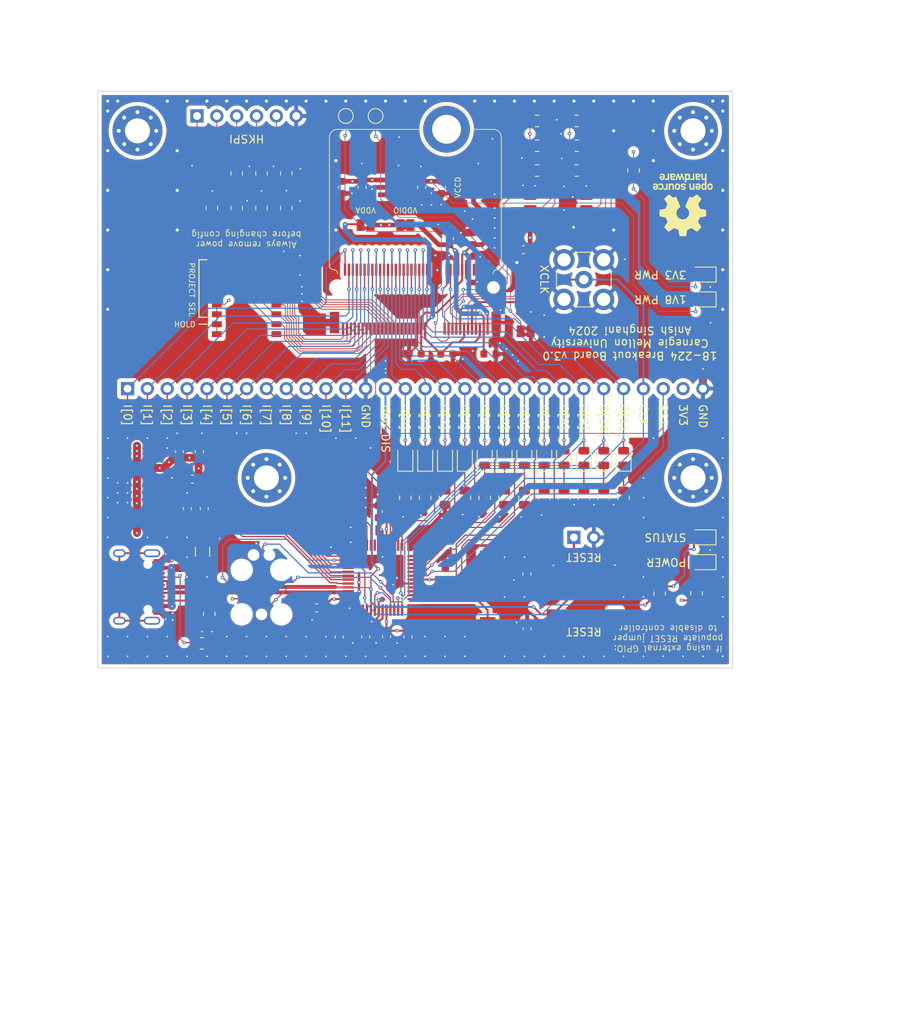
<source format=kicad_pcb>
(kicad_pcb (version 20221018) (generator pcbnew)
  (layers (0 "F.Cu" signal) (1 "In1.Cu" signal) (2 "In2.Cu" signal) (31 "B.Cu" signal) (34 "B.Paste" user) (35 "F.Paste" user) (36 "B.SilkS" user "B.Silkscreen") (37 "F.SilkS" user "F.Silkscreen") (38 "B.Mask" user) (39 "F.Mask" user) (44 "Edge.Cuts" user))
  (net 0 "")
  (net 1 "+3V3")
  (net 2 "GND")
  (net 3 "+1V8")
  (net 4 "vccd")
  (net 5 "vdda")
  (net 6 "vddio")
  (net 7 "Net-(D1-A)")
  (net 8 "mprj_io[4]_SCK")
  (net 9 "mprj_io[3]_CSB")
  (net 10 "mprj_io[2]_SDI")
  (net 11 "mprj_io[1]_SDO")
  (net 12 "mprj_io[0]")
  (net 13 "mprj_io[26]")
  (net 14 "mprj_io[27]")
  (net 15 "mprj_io[28]")
  (net 16 "mprj_io[29]")
  (net 17 "mprj_io[30]")
  (net 18 "mprj_io[31]")
  (net 19 "mprj_io[32]")
  (net 20 "mprj_io[33]")
  (net 21 "mprj_io[34]")
  (net 22 "mprj_io[35]")
  (net 23 "mprj_io[36]")
  (net 24 "mprj_io[37]")
  (net 25 "uio_clk")
  (net 26 "mprj_io[5]_ser_rx")
  (net 27 "~{RST}")
  (net 28 "Caravel_CSB")
  (net 29 "Caravel_SCK")
  (net 30 "Caravel_D0")
  (net 31 "Caravel_D1")
  (net 32 "Flash_WP")
  (net 33 "Flash_HOLD")
  (net 34 "mprj_io[6]_ser_tx")
  (net 35 "mprj_io[7]")
  (net 36 "mprj_io[13]")
  (net 37 "mprj_io[12]")
  (net 38 "mprj_io[11]")
  (net 39 "mprj_io[10]")
  (net 40 "mprj_io[9]")
  (net 41 "mprj_io[8]")
  (net 42 "gpio")
  (net 54 "Net-(U101-PA00)")
  (net 55 "Net-(U101-PA01)")
  (net 56 "RESETn")
  (net 57 "Net-(U101-VDDCORE)")
  (net 58 "+5V")
  (net 59 "Net-(D101-K)")
  (net 60 "Net-(D102-K)")
  (net 61 "Net-(D103-A)")
  (net 62 "Net-(D104-K)")
  (net 63 "Net-(D105-K)")
  (net 64 "Net-(D106-A)")
  (net 65 "Net-(D107-K)")
  (net 66 "Net-(D108-K)")
  (net 67 "Net-(D109-K)")
  (net 68 "Net-(D110-K)")
  (net 69 "Net-(D111-K)")
  (net 70 "Net-(D112-K)")
  (net 71 "Net-(D113-K)")
  (net 72 "Net-(D114-K)")
  (net 73 "Net-(F101-Pad2)")
  (net 74 "USB_DP")
  (net 75 "USB_DM")
  (net 76 "SWC")
  (net 77 "SWD")
  (net 78 "status")
  (net 79 "in0")
  (net 80 "in1")
  (net 81 "in2")
  (net 82 "in3")
  (net 83 "in4")
  (net 84 "in5")
  (net 85 "in6")
  (net 86 "in7")
  (net 87 "in8")
  (net 88 "in9")
  (net 89 "in10")
  (net 90 "in11")
  (net 91 "Net-(J104-CC1)")
  (net 93 "Net-(J104-CC2)")
  (net 95 "unconnected-(J104-SHIELD-PadS1)")
  (footprint "LED_SMD:LED_0805_2012Metric" (layer "F.Cu") (at 223.52 123.19 90)
    (fp_text reference "D111" hide)
    (fp_text value "LED")
  )
  (footprint "Package_TO_SOT_SMD:SOT-223-3_TabPin2" (layer "F.Cu") (at 179.01 127.61 90)
    (fp_text reference "U102" hide)
    (fp_text value "AZ1117-3.3")
  )
  (footprint "Resistor_SMD:R_0805_2012Metric" (layer "F.Cu") (at 220.98 128.27 -90)
    (fp_text reference "R109" hide)
    (fp_text value "1K")
  )
  (footprint "Symbol:OSHW-Logo_7.5x8mm_SilkScreen" (layer "F.Cu") (at 248.89 90.77 180)
    (fp_text reference "REF**" hide)
    (fp_text value "OSHW-Logo_7.5x8mm_SilkScreen" hide)
  )
  (footprint "LED_SMD:LED_0805_2012Metric" (layer "F.Cu") (at 236.22 123.19 90)
    (fp_text reference "D110" hide)
    (fp_text value "LED")
  )
  (footprint "Capacitor_SMD:C_0603_1608Metric" (layer "F.Cu") (at 186.985 122.375 90)
    (fp_text reference "C112" hide)
    (fp_text value "10u")
  )
  (footprint "Package_SO:SOIC-8_5.23x5.23mm_P1.27mm" (layer "F.Cu") (at 232.94 91.73 180)
    (fp_text reference "U2" hide)
    (fp_text value "DNF")
  )
  (footprint "Jumper:SolderJumper-2_P1.3mm_Bridged2Bar_Pad1.0x1.5mm" (layer "F.Cu") (at 213.36 93.345 180)
    (fp_text reference "JP2" hide)
    (fp_text value "VDDIO_JMP")
  )
  (footprint "Resistor_SMD:R_0805_2012Metric" (layer "F.Cu") (at 213.36 128.27 -90)
    (fp_text reference "R101" hide)
    (fp_text value "1K")
  )
  (footprint "Capacitor_SMD:C_0603_1608Metric" (layer "F.Cu") (at 187.62 129.66 90)
    (fp_text reference "C110" hide)
    (fp_text value "10u")
  )
  (footprint "Capacitor_SMD:C_0603_1608Metric" (layer "F.Cu") (at 214.61 109.84 180)
    (fp_text reference "C7" hide)
    (fp_text value "1u")
  )
  (footprint "Resistor_SMD:R_0805_2012Metric" (layer "F.Cu") (at 230.2275 83.185)
    (fp_text reference "R2" hide)
    (fp_text value "DNF")
  )
  (footprint "Jumper:SolderJumper-2_P1.3mm_Bridged2Bar_Pad1.0x1.5mm" (layer "F.Cu") (at 222.09 88.52 90)
    (fp_text reference "JP3" hide)
    (fp_text value "VCCD_JMP")
  )
  (footprint "Connector_PinHeader_2.54mm:PinHeader_1x06_P2.54mm_Vertical" (layer "F.Cu") (at 186.69 79.375 90)
    (fp_text reference "J1" hide)
    (fp_text value "HKSPI_HDR")
  )
  (footprint "Capacitor_SMD:C_0603_1608Metric" (layer "F.Cu") (at 207.83 88.52 -90)
    (fp_text reference "C2" hide)
    (fp_text value "0.1u")
  )
  (footprint "TestPoint:TestPoint_Pad_D1.5mm" (layer "F.Cu") (at 205.74 79.375)
    (fp_text reference "TP1" hide)
    (fp_text value "CARAVEL_GPIO_TP")
  )
  (footprint "MountingHole:MountingHole_3.2mm_M3_Pad_Via" (layer "F.Cu") (at 250.19 125.73)
    (fp_text reference "H101" hide)
    (fp_text value "MountingHole")
  )
  (footprint "Connector_USB:USB_C_Receptacle_HRO_TYPE-C-31-M-12" (layer "F.Cu") (at 177.8 139.7 -90)
    (fp_text reference "J104" hide)
    (fp_text value "USB_C_Receptacle_USB2.0")
  )
  (footprint "Resistor_SMD:R_0805_2012Metric" (layer "F.Cu") (at 245.9228 140.5382 90)
    (fp_text reference "R103" hide)
    (fp_text value "1K")
  )
  (footprint "Resistor_SMD:R_0805_2012Metric" (layer "F.Cu") (at 218.44 128.27 -90)
    (fp_text reference "R107" hide)
    (fp_text value "1K")
  )
  (footprint "Resistor_SMD:R_0805_2012Metric" (layer "F.Cu") (at 230.2275 86.36)
    (fp_text reference "R3" hide)
    (fp_text value "DNF")
  )
  (footprint "MountingHole:MountingHole_3.2mm_M3_Pad_Via" (layer "F.Cu") (at 250.19 81.28)
    (fp_text reference "H2" hide)
    (fp_text value "MountingHole")
  )
  (footprint "Resistor_SMD:R_0805_2012Metric" (layer "F.Cu") (at 236.22 128.27 -90)
    (fp_text reference "R110" hide)
    (fp_text value "1K")
  )
  (footprint "Capacitor_SMD:C_0603_1608Metric" (layer "F.Cu") (at 185.46 129.66 90)
    (fp_text reference "C111" hide)
    (fp_text value "1u")
  )
  (footprint "Crystal:Crystal_SMD_HC49-SD" (layer "F.Cu") (at 223.9 141.57 90)
    (fp_text reference "Y101" hide)
    (fp_text value "32.768KHz")
  )
  (footprint "Resistor_SMD:R_0805_2012Metric" (layer "F.Cu") (at 242.57 86.36 90)
    (fp_text reference "R7" hide)
    (fp_text value "1K")
  )
  (footprint "Package_QFP:TQFP-48_7x7mm_P0.5mm" (layer "F.Cu") (at 210.2 138.51 180)
    (fp_text reference "U101" hide)
    (fp_text value "ATSAMD21G18A-A")
  )
  (footprint "LED_SMD:LED_0805_2012Metric" (layer "F.Cu") (at 241.3 123.19 90)
    (fp_text reference "D114" hide)
    (fp_text value "LED")
  )
  (footprint "Capacitor_SMD:C_0603_1608Metric" (layer "F.Cu") (at 224.19 109.86)
    (fp_text reference "C16" hide)
    (fp_text value "1u")
  )
  (footprint "MicroMod-Sparkfun:M.2-CONNECTOR-E" (layer "F.Cu") (at 214.6425 101.3375)
    (fp_text reference "U1" hide)
    (fp_text value "caravel-M.2-card" hide)
  )
  (footprint "MicroMod-Sparkfun:MicroMod-Standoff" (layer "F.Cu") (at 218.6432 81.0768 90)
    (fp_text reference "H1" hide)
    (fp_text value "MICROMOD-Standoff")
  )
  (footprint "LED_SMD:LED_0805_2012Metric" (layer "F.Cu") (at 215.9 123.19 90)
    (fp_text reference "D104" hide)
    (fp_text value "LED")
  )
  (footprint "Resistor_SMD:R_0805_2012Metric" (layer "F.Cu") (at 198.12 86.7175 90)
    (fp_text reference "R11" hide)
    (fp_text value "10K")
  )
  (footprint "Resistor_SMD:R_0805_2012Metric" (layer "F.Cu") (at 223.52 128.27 -90)
    (fp_text reference "R111" hide)
    (fp_text value "1K")
  )
  (footprint "LED_SMD:LED_0805_2012Metric" (layer "F.Cu") (at 251.445 136.525 180)
    (fp_text reference "D106" hide)
    (fp_text value "LED")
  )
  (footprint "LED_SMD:LED_0805_2012Metric" (layer "F.Cu") (at 220.98 123.19 90)
    (fp_text reference "D109" hide)
    (fp_text value "LED")
  )
  (footprint "Resistor_SMD:R_0805_2012Metric" (layer "F.Cu") (at 235.3075 86.36)
    (fp_text reference "R5" hide)
    (fp_text value "DNF")
  )
  (footprint "Resistor_SMD:R_0805_2012Metric" (layer "F.Cu") (at 233.68 128.27 -90)
    (fp_text reference "R108" hide)
    (fp_text value "1K")
  )
  (footprint "Capacitor_SMD:C_0603_1608Metric" (layer "F.Cu") (at 210.96 146.08 -90)
    (fp_text reference "C105" hide)
    (fp_text value "0.1u")
  )
  (footprint "Resistor_SMD:R_0805_2012Metric" (layer "F.Cu") (at 226.06 128.27 -90)
    (fp_text reference "R113" hide)
    (fp_text value "1K")
  )
  (footprint "Capacitor_SMD:C_0603_1608Metric" (layer "F.Cu") (at 204.91 146.1 -90)
    (fp_text reference "C103" hide)
    (fp_text value "0.1u")
  )
  (footprint "LED_SMD:LED_0805_2012Metric" (layer "F.Cu") (at 233.68 123.19 90)
    (fp_text reference "D108" hide)
    (fp_text value "LED")
  )
  (footprint "MountingHole:MountingHole_3.2mm_M3_Pad_Via" (layer "F.Cu") (at 179.07 81.28)
    (fp_text reference "H3" hide)
    (fp_text value "MountingHole")
  )
  (footprint "Capacitor_SMD:C_0603_1608Metric" (layer "F.Cu") (at 209.9 130.05 90)
    (fp_text reference "C108" hide)
    (fp_text value "0.1u")
  )
  (footprint "LED_SMD:LED_0805_2012Metric" (layer "F.Cu") (at 251.46 102.87 180)
    (fp_text reference "D2" hide)
    (fp_text value "1V8")
  )
  (footprint "Resistor_SMD:R_0805_2012Metric" (layer "F.Cu") (at 238.76 128.27 -90)
    (fp_text reference "R112" hide)
    (fp_text value "1K")
  )
  (footprint "Capacitor_SMD:C_0603_1608Metric" (layer "F.Cu") (at 221.95 95.08 90)
    (fp_text reference "C12" hide)
    (fp_text value "0.1u")
  )
  (footprint "Capacitor_SMD:C_0603_1608Metric" (layer "F.Cu") (at 213.7 146.09 -90)
    (fp_text reference "C104" hide)
    (fp_text value "1u")
  )
  (footprint "Jumper:SolderJumper-2_P1.3mm_Bridged2Bar_Pad1.0x1.5mm" (layer "F.Cu") (at 228.77 106.95)
    (fp_text reference "JP4" hide)
    (fp_text value "SOC_RST_JMP")
  )
  (footprint "Capacitor_SMD:C_0603_1608Metric" (layer "F.Cu") (at 228.95 145.04 -90)
    (fp_text reference "C101" hide)
    (fp_text value "22p")
  )
  (footprint "Resistor_SMD:R_0805_2012Metric" (layer "F.Cu") (at 194.945 91.1625 90)
    (fp_text reference "R12" hide)
    (fp_text value "10K")
  )
  (footprint "Capacitor_SMD:C_0603_1608Metric" (layer "F.Cu") (at 186.11 125.9 180)
    (fp_text reference "C113" hide)
    (fp_text value "10u")
  )
  (footprint "Jumper:SolderJumper-2_P1.3mm_Bridged2Bar_Pad1.0x1.5mm" (layer "F.Cu") (at 208.28 93.345)
    (fp_text reference "JP1" hide)
    (fp_text value "VDDA_JMP")
  )
  (footprint "Resistor_SMD:R_0805_2012Metric" (layer "F.Cu") (at 188.25 143.15 90)
    (fp_text reference "R116" hide)
    (fp_text value "5.1K")
  )
  (footprint "Connector_Coaxial:SMB_Jack_Vertical" (layer "F.Cu") (at 236.21 100.33 -90)
    (fp_text reference "J2" hide)
    (fp_text value "SMA_CONN")
  )
  (footprint "Resistor_SMD:R_0805_2012Metric" (layer "F.Cu") (at 188.595 91.1625 90)
    (fp_text reference "R16" hide)
    (fp_text value "10K")
  )
  (footprint "Resistor_SMD:R_0805_2012Metric" (layer "F.Cu") (at 230.2275 80.01)
    (fp_text reference "R6" hide)
    (fp_text value "DNF")
  )
  (footprint "LED_SMD:LED_0805_2012Metric" (layer "F.Cu") (at 251.445 133.35 180)
    (fp_text reference "D103" hide)
    (fp_text value "LED")
  )
  (footprint "LED_SMD:LED_0805_2012Metric" (layer "F.Cu") (at 213.36 123.19 90)
    (fp_text reference "D101" hide)
    (fp_text value "LED")
  )
  (footprint "LED_SMD:LED_0805_2012Metric" (layer "F.Cu") (at 218.44 123.19 90)
    (fp_text reference "D107" hide)
    (fp_text value "LED")
  )
  (footprint "Resistor_SMD:R_0805_2012Metric" (layer "F.Cu") (at 235.3075 83.185)
    (fp_text reference "R4" hide)
    (fp_text value "10K")
  )
  (footprint "Fuse:Fuse_1206_3216Metric_Pad1.42x1.75mm_HandSolder" (layer "F.Cu") (at 187.4 135.18 -90)
    (fp_text reference "F101" hide)
    (fp_text value "500mA")
  )
  (footprint "Resistor_SMD:R_0805_2012Metric" (layer "F.Cu") (at 194.945 86.7175 90)
    (fp_text reference "R13" hide)
    (fp_text value "10K")
  )
  (footprint "Capacitor_SMD:C_0603_1608Metric" (layer "F.Cu") (at 184.445 122.375 90)
    (fp_text reference "C114" hide)
    (fp_text value "1u")
  )
  (footprint "Resistor_SMD:R_0805_2012Metric" (layer "F.Cu") (at 235.3075 80.01)
    (fp_text reference "R1" hide)
    (fp_text value "DNF")
  )
  (footprint "Resistor_SMD:R_0805_2012Metric" (layer "F.Cu") (at 231.14 128.27 -90)
    (fp_text reference "R105" hide)
    (fp_text value "1K")
  )
  (footprint "LED_SMD:LED_0805_2012Metric" (layer "F.Cu") (at 238.76 123.19 90)
    (fp_text reference "D112" hide)
    (fp_text value "LED")
  )
  (footprint "Capacitor_SMD:C_0603_1608Metric" (layer "F.Cu") (at 205.29 88.52 -90)
    (fp_text reference "C3" hide)
    (fp_text value "10u")
  )
  (footprint "Resistor_SMD:R_0805_2012Metric" (layer "F.Cu") (at 250.6472 140.5128 90)
    (fp_text reference "R106" hide)
    (fp_text value "1K")
  )
  (footprint "Capacitor_SMD:C_0603_1608Metric" (layer "F.Cu") (at 208.28 146.1 90)
    (fp_text reference "C106" hide)
    (fp_text value "1u")
  )
  (footprint "TestPoint:TestPoint_Pad_D1.5mm" (layer "F.Cu") (at 209.55 79.375 -90)
    (fp_text reference "TP2" hide)
    (fp_text value "RST_TP")
  )
  (footprint "Connector:Tag-Connect_TC2050-IDC-FP_2x05_P1.27mm_Vertical" (layer "F.Cu") (at 194.945 139.41 90)
    (fp_text reference "J101" hide)
    (fp_text value "TC2050")
  )
  (footprint "MountingHole:MountingHole_3.2mm_M3_Pad_Via" (layer "F.Cu") (at 195.58 125.73)
    (fp_text reference "H102" hide)
    (fp_text value "MountingHole")
  )
  (footprint "Capacitor_SMD:C_0603_1608Metric" (layer "F.Cu") (at 215.45 88.52 -90)
    (fp_text reference "C5" hide)
    (fp_text value "10u")
  )
  (footprint "LED_SMD:LED_0805_2012Metric" (layer "F.Cu") (at 251.46 99.695 180)
    (fp_text reference "D1" hide)
    (fp_text value "3V3")
  )
  (footprint "Connector_PinHeader_2.54mm:PinHeader_1x30_P2.54mm_Vertical" (layer "F.Cu") (at 177.8 114.3 90)
    (fp_text reference "J103" hide)
    (fp_text value "BREAKOUT_HDR")
  )
  (footprint "Capacitor_SMD:C_0603_1608Metric" (layer "F.Cu") (at 217.99 88.52 -90)
    (fp_text reference "C4" hide)
    (fp_text value "1u")
  )
  (footprint "LED_SMD:LED_0805_2012Metric" (layer "F.Cu") (at 226.06 123.19 90)
    (fp_text reference "D113" hide)
    (fp_text value "LED")
  )
  (footprint "Package_TO_SOT_SMD:SOT-23-5" (layer "F.Cu") (at 211.64 88.52)
    (fp_text reference "U3" hide)
    (fp_text value "AP2112K-1.8")
  )
  (footprint "Resistor_SMD:R_0805_2012Metric" (layer "F.Cu") (at 215.9 128.27 -90)
    (fp_text reference "R104" hide)
    (fp_text value "1K")
  )
  (footprint "Capacitor_SMD:C_0603_1608Metric_Pad1.08x0.95mm_HandSolder" (layer "F.Cu") (at 228.49 96.51 180)
    (fp_text reference "C1" hide)
    (fp_text value "DNF")
  )
  (footprint "Connector_PinHeader_2.54mm:PinHeader_1x02_P2.54mm_Vertical" (layer "F.Cu") (at 234.945 133.35 90)
    (fp_text reference "JP101" hide)
    (fp_text value "RST_JMP")
  )
  (footprint "Button_Switch_SMD:SW_Push_1P1T_NO_6x6mm_H9.5mm" (layer "F.Cu") (at 236.22 140.97)
    (fp_text reference "SW101" hide)
    (fp_text value "RST_BTN")
  )
  (footprint "Resistor_SMD:R_0805_2012Metric" (layer "F.Cu") (at 191.77 91.1625 90)
    (fp_text reference "R14" hide)
    (fp_text value "10K")
  )
  (footprint "Capacitor_SMD:C_0603_1608Metric" (layer "F.Cu") (at 202.02 142.38 180)
    (fp_text reference "C107" hide)
    (fp_text value "0.1u")
  )
  (footprint "Capacitor_SMD:C_0603_1608Metric" (layer "F.Cu") (at 219 95.09 90)
    (fp_text reference "C17" hide)
    (fp_text value "0.1u")
  )
  (footprint "Capacitor_SMD:C_0603_1608Metric" (layer "F.Cu") (at 218.48 138.04 90)
    (fp_text reference "C109" hide)
    (fp_text value "0.1u")
  )
  (footprint "Resistor_SMD:R_0805_2012Metric" (layer "F.Cu") (at 241.3 128.27 -90)
    (fp_text reference "R114" hide)
    (fp_text value "1K")
  )
  (footprint "Resistor_SMD:R_0805_2012Metric" (layer "F.Cu") (at 187.31 146.93 180)
    (fp_text reference "R115" hide)
    (fp_text value "5.1K")
  )
  (footprint "Capacitor_SMD:C_0603_1608Metric" (layer "F.Cu") (at 218.67 109.87)
    (fp_text reference "C13" hide)
    (fp_text value "1u")
  )
  (footprint "Resistor_SMD:R_0805_2012Metric" (layer "F.Cu") (at 228.6 128.27 -90)
    (fp_text reference "R102" hide)
    (fp_text value "1K")
  )
  (footprint "LED_SMD:LED_0805_2012Metric" (layer "F.Cu") (at 231.14 123.19 90)
    (fp_text reference "D105" hide)
    (fp_text value "LED")
  )
  (footprint "Resistor_SMD:R_0805_2012Metric" (layer "F.Cu") (at 198.12 91.1625 90)
    (fp_text reference "R10" hide)
    (fp_text value "10K")
  )
  (footprint "Button_Switch_SMD:SW_DIP_SPSTx08_Slide_KingTek_DSHP08TS_W7.62mm_P1.27mm" (layer "F.Cu") (at 193.04 102.87)
    (fp_text reference "SW1" hide)
    (fp_text value "DSHP08TSGER")
  )
  (footprint "Resistor_SMD:R_0805_2012Metric" (layer "F.Cu") (at 191.77 86.7175 90)
    (fp_text reference "R15" hide)
    (fp_text value "10K")
  )
  (footprint "Capacitor_SMD:C_0603_1608Metric" (layer "F.Cu") (at 228.92 138.05 90)
    (fp_text reference "C102" hide)
    (fp_text value "22p")
  )
  (footprint "LED_SMD:LED_0805_2012Metric" (layer "F.Cu") (at 228.6 123.19 90)
    (fp_text reference "D102" hide)
    (fp_text value "LED")
  )
  (gr_line (start 186.944 105.156) (end 187.96 105.156) (stroke (width 0.15)) (layer "F.SilkS"))
  (gr_line (start 186.944 106.045) (end 187.96 106.045) (stroke (width 0.15)) (layer "F.SilkS"))
  (gr_line (start 187.96 97.79) (end 186.944 97.79) (stroke (width 0.15)) (layer "F.SilkS"))
  (gr_line (start 186.944 97.79) (end 186.944 105.156) (stroke (width 0.15)) (layer "F.SilkS"))
  (gr_rect (start 173.99 76.2) (end 255.27 150.09) (stroke (width 0.1)) (fill none) (layer "Edge.Cuts"))
  (gr_text "O[0]" (at 213.36 116.205 270) (layer "F.SilkS") (effects (font (size 1 1)) (justify left)))
  (gr_text "GND" (at 251.46 116.205 270) (layer "F.SilkS") (effects (font (size 1 1)) (justify left)))
  (gr_text "POWER" (at 249.428 136.525 180) (layer "F.SilkS") (effects (font (size 1 1)) (justify left)))
  (gr_text "CLK" (at 243.84 116.205 270) (layer "F.SilkS") (effects (font (size 1 1)) (justify left)))
  (gr_text "3V3" (at 248.92 116.205 270) (layer "F.SilkS") (effects (font (size 1 1)) (justify left)))
  (gr_text "18-224 Breakout Board v3.0\nCarnegie Mellon University\nAnish Singhani 2024" (at 242.1 108.48 180) (layer "F.SilkS") (effects (font (size 1 1))))
  (gr_text "Always remove power\nbefore changing config" (at 193.01 95.21 180) (layer "F.SilkS") (effects (font (size 0.8 0.8) (thickness 0.1))))
  (gr_text "VDDIO" (at 213.36 91.44 180) (layer "F.SilkS") (effects (font (size 0.7 0.7) (thickness 0.1))))
  (gr_text "I[8]" (at 198.12 116.205 270) (layer "F.SilkS") (effects (font (size 1 1)) (justify left)))
  (gr_text "DBG_DIS" (at 210.82 116.205 270) (layer "F.SilkS") (effects (font (size 1 1)) (justify left)))
  (gr_text "RESET" (at 236.22 135.89 180) (layer "F.SilkS") (effects (font (size 1 1))))
  (gr_text "RST" (at 246.38 116.205 270) (layer "F.SilkS") (effects (font (size 1 1)) (justify left)))
  (gr_text "O[11]" (at 241.3 116.205 270) (layer "F.SilkS") (effects (font (size 1 1)) (justify left)))
  (gr_text "I[1]" (at 180.34 116.205 270) (layer "F.SilkS") (effects (font (size 1 1)) (justify left)))
  (gr_text "O[10]" (at 238.76 116.205 270) (layer "F.SilkS") (effects (font (size 1 1)) (justify left)))
  (gr_text "If using external GPIO:\npopulate RESET jumper\nto disable controller" (at 247.01 146.3 180) (layer "F.SilkS") (effects (font (size 0.8 0.8) (thickness 0.1))))
  (gr_text "O[7]" (at 231.14 116.205 270) (layer "F.SilkS") (effects (font (size 1 1)) (justify left)))
  (gr_text "I[3]" (at 185.42 116.205 270) (layer "F.SilkS") (effects (font (size 1 1)) (justify left)))
  (gr_text "I[4]" (at 187.96 116.205 270) (layer "F.SilkS") (effects (font (size 1 1)) (justify left)))
  (gr_text "O[1]" (at 215.9 116.205 270) (layer "F.SilkS") (effects (font (size 1 1)) (justify left)))
  (gr_text "I[2]" (at 182.88 116.205 270) (layer "F.SilkS") (effects (font (size 1 1)) (justify left)))
  (gr_text "O[5]" (at 226.06 116.205 270) (layer "F.SilkS") (effects (font (size 1 1)) (justify left)))
  (gr_text "VDDA" (at 208.28 91.44 180) (layer "F.SilkS") (effects (font (size 0.7 0.7) (thickness 0.1))))
  (gr_text "O[3]" (at 220.98 116.205 270) (layer "F.SilkS") (effects (font (size 1 1)) (justify left)))
  (gr_text "RESET" (at 236.22 145.415 180) (layer "F.SilkS") (effects (font (size 1 1))))
  (gr_text "STATUS" (at 249.428 133.35 180) (layer "F.SilkS") (effects (font (size 1 1)) (justify left)))
  (gr_text "O[8]" (at 233.68 116.205 270) (layer "F.SilkS") (effects (font (size 1 1)) (justify left)))
  (gr_text "PROJECT SEL" (at 186.436 101.6 270) (layer "F.SilkS") (effects (font (size 0.7 0.7) (thickness 0.1)) (justify top)))
  (gr_text "3V3 PWR" (at 249.428 99.695 180) (layer "F.SilkS") (effects (font (size 1 1)) (justify left)))
  (gr_text "I[10]" (at 203.2 116.205 270) (layer "F.SilkS") (effects (font (size 1 1)) (justify left)))
  (gr_text "I[6]" (at 193.04 116.205 270) (layer "F.SilkS") (effects (font (size 1 1)) (justify left)))
  (gr_text "HKSPI" (at 193.04 82.296 180) (layer "F.SilkS") (effects (font (size 1 1))))
  (gr_text "O[6]" (at 228.6 116.205 270) (layer "F.SilkS") (effects (font (size 1 1)) (justify left)))
  (gr_text "I[7]" (at 195.58 116.205 270) (layer "F.SilkS") (effects (font (size 1 1)) (justify left)))
  (gr_text "GND" (at 208.28 116.205 270) (layer "F.SilkS") (effects (font (size 1 1)) (justify left)))
  (gr_text "I[9]" (at 200.66 116.205 270) (layer "F.SilkS") (effects (font (size 1 1)) (justify left)))
  (gr_text "VCCD" (at 220.091 88.519 90) (layer "F.SilkS") (effects (font (size 0.7 0.7) (thickness 0.1))))
  (gr_text "O[9]" (at 236.22 116.205 270) (layer "F.SilkS") (effects (font (size 1 1)) (justify left)))
  (gr_text "O[2]" (at 218.44 116.205 270) (layer "F.SilkS") (effects (font (size 1 1)) (justify left)))
  (gr_text "1V8 PWR" (at 249.428 102.87 180) (layer "F.SilkS") (effects (font (size 1 1)) (justify left)))
  (gr_text "I[11]" (at 205.74 116.205 270) (layer "F.SilkS") (effects (font (size 1 1)) (justify left)))
  (gr_text "HOLD" (at 186.563 105.664) (layer "F.SilkS") (effects (font (size 0.7 0.7) (thickness 0.1)) (justify right top)))
  (gr_text "XCLK" (at 231.14 100.33 -90) (layer "F.SilkS") (effects (font (size 1 1))))
  (gr_text "I[0]" (at 177.8 116.205 -90) (layer "F.SilkS") (effects (font (size 1 1)) (justify left)))
  (gr_text "I[5]" (at 190.5 116.205 270) (layer "F.SilkS") (effects (font (size 1 1)) (justify left)))
  (gr_text "O[4]" (at 223.52 116.205 270) (layer "F.SilkS") (effects (font (size 1 1)) (justify left)))
  (segment (start 211.2 87.57) (end 210.5025 87.57) (width 0.1) (layer "F.Cu") (net 1))
  (segment (start 186.885 125.9) (end 186.885 124.525) (width 1) (layer "F.Cu") (net 1))
  (segment (start 229.315 80.01) (end 229.315 81.6572) (width 0.1) (layer "F.Cu") (net 1))
  (segment (start 211.3026 93.345) (end 210.2358 93.345) (width 0.6) (layer "F.Cu") (net 1))
  (segment (start 179 126.22) (end 179.01 126.21) (width 1) (layer "F.Cu") (net 1))
  (segment (start 179 122.93) (end 179.01 122.92) (width 1) (layer "F.Cu") (net 1))
  (segment (start 210.94 144.15) (end 210.95 144.16) (width 0.25) (layer "F.Cu") (net 1))
  (segment (start 210.95 132.27) (end 210.94 132.26) (width 0.25) (layer "F.Cu") (net 1))
  (segment (start 185.715 123.15) (end 184.445 123.15) (width 1) (layer "F.Cu") (net 1))
  (segment (start 210.2358 93.345) (end 208.93 93.345) (width 0.6) (layer "F.Cu") (net 1))
  (segment (start 186.985 123.15) (end 185.735 123.15) (width 1) (layer "F.Cu") (net 1))
  (segment (start 229.34 94.98) (end 229.34 95.37) (width 0.6) (layer "F.Cu") (net 1))
  (segment (start 179.01 127.11) (end 179.01 126.23) (width 1) (layer "F.Cu") (net 1))
  (segment (start 179.01 129.02) (end 178.98 128.99) (width 1) (layer "F.Cu") (net 1))
  (segment (start 182.425 124.46) (end 183.375 123.51) (width 1) (layer "F.Cu") (net 1))
  (segment (start 179.01 130.76) (end 179.01 132.8) (width 1) (layer "F.Cu") (net 1))
  (segment (start 183.375 123.51) (end 183.41 123.51) (width 1) (layer "F.Cu") (net 1))
  (segment (start 185.725 123.16) (end 185.715 123.15) (width 1) (layer "F.Cu") (net 1))
  (segment (start 179.01 122.92) (end 179.01 122.3) (width 1) (layer "F.Cu") (net 1))
  (segment (start 229.34 95.37) (end 229.34 96.4975) (width 0.6) (layer "F.Cu") (net 1))
  (segment (start 210.95 145.295) (end 210.96 145.305) (width 0.25) (layer "F.Cu") (net 1))
  (segment (start 206.0375 141.26) (end 204.25 141.26) (width 0.25) (layer "F.Cu") (net 1))
  (segment (start 211.67 88.9) (end 211.67 88.04) (width 0.1) (layer "F.Cu") (net 1))
  (segment (start 213.69 145.305) (end 213.7 145.315) (width 0.25) (layer "F.Cu") (net 1))
  (segment (start 207.83 87.745) (end 208.005 87.57) (width 0.6) (layer "F.Cu") (net 1))
  (segment (start 193.58 141.22) (end 191.24 141.22) (width 0.15) (layer "F.Cu") (net 1))
  (segment (start 178.99 128.04) (end 179.01 128.02) (width 1) (layer "F.Cu") (net 1))
  (segment (start 206.59 87.745) (end 207.83 87.745) (width 0.6) (layer "F.Cu") (net 1))
  (segment (start 248.7403 141.4253) (end 248.7168 141.4018) (width 0.25) (layer "F.Cu") (net 1))
  (segment (start 210.95 142.6725) (end 210.95 144.14) (width 0.25) (layer "F.Cu") (net 1))
  (segment (start 179.01 124.46) (end 181.89 124.46) (width 1) (layer "F.Cu") (net 1))
  (segment (start 186.885 123.25) (end 186.985 123.15) (width 1) (layer "F.Cu") (net 1))
  (segment (start 234.395 81.6064) (end 234.395 80.01) (width 0.1) (layer "F.Cu") (net 1))
  (segment (start 179.01 128.06) (end 178.99 128.04) (width 1) (layer "F.Cu") (net 1))
  (segment (start 205.29 87.745) (end 206.59 87.745) (width 0.6) (layer "F.Cu") (net 1))
  (segment (start 229.34 93.635) (end 229.34 94.96) (width 0.6) (layer "F.Cu") (net 1))
  (segment (start 179.01 122.3) (end 179 122.29) (width 1) (layer "F.Cu") (net 1))
  (segment (start 212.31 145.3) (end 212.315 145.305) (width 0.25) (layer "F.Cu") (net 1))
  (segment (start 234.395 86.36) (end 234.395 81.6648) (width 0.1) (layer "F.Cu") (net 1))
  (segment (start 211.67 88.04) (end 211.2 87.57) (width 0.1) (layer "F.Cu") (net 1))
  (segment (start 181.89 124.46) (end 181.91 124.48) (width 1) (layer "F.Cu") (net 1))
  (segment (start 178.99 127.13) (end 179.01 127.11) (width 1) (layer "F.Cu") (net 1))
  (segment (start 250.6472 141.4253) (end 248.7403 141.4253) (width 0.25) (layer "F.Cu") (net 1))
  (segment (start 208.005 87.57) (end 209.115 87.57) (width 0.6) (layer "F.Cu") (net 1))
  (segment (start 179.01 126.23) (end 179 126.22) (width 1) (layer "F.Cu") (net 1))
  (segment (start 179.01 128.96) (end 179.01 128.06) (width 1) (layer "F.Cu") (net 1))
  (segment (start 190.246 103.505) (end 190.754 102.997) (width 0.1) (layer "F.Cu") (net 1))
  (segment (start 186.9 124.51) (end 186.885 124.495) (width 1) (layer "F.Cu") (net 1))
  (segment (start 179 122.29) (end 179.01 122.28) (width 1) (layer "F.Cu") (net 1))
  (segment (start 210.94 132.26) (end 210.95 132.25) (width 0.25) (layer "F.Cu") (net 1))
  (segment (start 194.31 141.95) (end 193.58 141.22) (width 0.15) (layer "F.Cu") (net 1))
  (segment (start 211.1 89.47) (end 211.67 88.9) (width 0.1) (layer "F.Cu") (net 1))
  (segment (start 229.315 81.6572) (end 229.3112 81.661) (width 0.1) (layer "F.Cu") (net 1))
  (segment (start 209.125 87.57) (end 210.5025 87.57) (width 0.6) (layer "F.Cu") (net 1))
  (segment (start 179.01 121.62) (end 179 121.61) (width 1) (layer "F.Cu") (net 1))
  (segment (start 179.01 127.15) (end 178.99 127.13) (width 1) (layer "F.Cu") (net 1))
  (segment (start 184.445 123.15) (end 183.77 123.15) (width 1) (layer "F.Cu") (net 1))
  (segment (start 179.01 126.21) (end 179.01 124.46) (width 1) (layer "F.Cu") (net 1))
  (segment (start 210.95 131.28) (end 210.61 130.94) (width 0.25) (layer "F.Cu") (net 1))
  (segment (start 209.115 87.57) (end 209.12 87.565) (width 0.6) (layer "F.Cu") (net 1))
  (segment (start 179.01 128.02) (end 179.01 127.15) (width 1) (layer "F.Cu") (net 1))
  (segment (start 179.01 124.46) (end 179.01 122.94) (width 1) (layer "F.Cu") (net 1))
  (segment (start 183.41 123.51) (end 183.41 123.475) (width 1) (layer "F.Cu") (net 1))
  (segment (start 242.57 85.4475) (end 242.57 83.9724) (width 0.1) (layer "F.Cu") (net 1))
  (segment (start 179.01 122.94) (end 179 122.93) (width 1) (layer "F.Cu") (net 1))
  (segment (start 214.3625 138.76) (end 216.45 138.76) (width 0.25) (layer "F.Cu") (net 1))
  (segment (start 216.45 138.76) (end 218.425 138.76) (width 0.25) (layer "F.Cu") (net 1))
  (segment (start 210.95 144.14) (end 210.94 144.15) (width 0.25) (layer "F.Cu") (net 1))
  (segment (start 181.91 124.48) (end 181.93 124.46) (width 1) (layer "F.Cu") (net 1))
  (segment (start 178.98 126.24) (end 179 126.22) (width 1) (layer "F.Cu") (net 1))
  (segment (start 229.3112 81.661) (end 229.315 81.6648) (width 0.1) (layer "F.Cu") (net 1))
  (segment (start 209.12 87.565) (end 209.125 87.57) (width 0.6) (layer "F.Cu") (net 1))
  (segment (start 183.77 123.15) (end 183.41 123.51) (width 1) (layer "F.Cu") (net 1))
  (segment (start 186.885 124.375) (end 186.885 123.25) (width 1) (layer "F.Cu") (net 1))
  (segment (start 210.61 130.94) (end 209.69 130.94) (width 0.25) (layer "F.Cu") (net 1))
  (segment (start 229.33 94.97) (end 229.34 94.98) (width 0.6) (layer "F.Cu") (net 1))
  (segment (start 210.95 134.3475) (end 210.95 132.27) (width 0.25) (layer "F.Cu") (net 1))
  (segment (start 204.23 141.26) (end 203.915 141.26) (width 0.25) (layer "F.Cu") (net 1))
  (segment (start 204.24 141.25) (end 204.23 141.26) (width 0.25) (layer "F.Cu") (net 1))
  (segment (start 178.98 128.99) (end 178.98 126.24) (width 1) (layer "F.Cu") (net 1))
  (segment (start 179 121.61) (end 179.01 121.6) (width 1) (layer "F.Cu") (net 1))
  (segment (start 203.915 141.26) (end 202.795 142.38) (width 0.25) (layer "F.Cu") (net 1))
  (segment (start 189.23 103.505) (end 190.246 103.505) (width 0.1) (layer "F.Cu") (net 1))
  (segment (start 178.98 128.99) (end 179.01 128.96) (width 1) (layer "F.Cu") (net 1))
  (segment (start 229.34 96.4975) (end 229.3525 96.51) (width 0.6) (layer "F.Cu") (net 1))
  (segment (start 218.425 138.76) (end 218.48 138.815) (width 0.25) (layer "F.Cu") (net 1))
  (segment (start 185.735 123.15) (end 185.725 123.16) (width 1) (layer "F.Cu") (net 1))
  (segment (start 210.96 145.305) (end 212.305 145.305) (width 0.25) (layer "F.Cu") (net 1))
  (segment (start 212.315 145.305) (end 213.69 145.305) (width 0.25) (layer "F.Cu") (net 1))
  (segment (start 210.95 132.25) (end 210.95 131.28) (width 0.25) (layer "F.Cu") (net 1))
  (segment (start 204.25 141.26) (end 204.24 141.25) (width 0.25) (layer "F.Cu") (net 1))
  (segment (start 212.71 93.345) (end 211.3026 93.345) (width 0.6) (layer "F.Cu") (net 1))
  (segment (start 181.93 124.46) (end 182.425 124.46) (width 1) (layer "F.Cu") (net 1))
  (segment (start 186.885 124.495) (end 186.885 124.425) (width 1) (layer "F.Cu") (net 1))
  (segment (start 186.885 124.525) (end 186.9 124.51) (width 1) (layer "F.Cu") (net 1))
  (segment (start 229.34 94.96) (end 229.33 94.97) (width 0.6) (layer "F.Cu") (net 1))
  (segment (start 229.315 81.6648) (end 229.315 86.36) (width 0.1) (layer "F.Cu") (net 1))
  (segment (start 234.3658 81.6356) (end 234.395 81.6064) (width 0.1) (layer "F.Cu") (net 1))
  (segment (start 210.95 144.16) (end 210.95 145.295) (width 0.25) (layer "F.Cu") (net 1))
  (segment (start 212.305 145.305) (end 212.31 145.3) (width 0.25) (layer "F.Cu") (net 1))
  (segment (start 234.395 81.6648) (end 234.3658 81.6356) (width 0.1) (layer "F.Cu") (net 1))
  (segment (start 179.01 130.76) (end 179.01 129.02) (width 1) (layer "F.Cu") (net 1))
  (segment (start 210.5025 89.47) (end 211.1 89.47) (width 0.1) (layer "F.Cu") (net 1))
  (segment (start 179.01 122.28) (end 179.01 121.62) (width 1) (layer "F.Cu") (net 1))
  (segment (start 189.23 98.425) (end 189.23 107.315) (width 0.1) (layer "F.Cu") (net 1))
  (via (at 178.98 128.99) (size 0.45) (drill 0.2) (layers "F.Cu" "B.Cu") (net 1))
  (via (at 211.3026 93.345) (size 0.45) (drill 0.2) (layers "F.Cu" "B.Cu") (net 1))
  (via (at 179.01 132.8) (size 0.45) (drill 0.2) (layers "F.Cu" "B.Cu") (net 1))
  (via (at 212.31 145.3) (size 0.45) (drill 0.2) (layers "F.Cu" "B.Cu") (net 1))
  (via (at 179 126.22) (size 0.45) (drill 0.2) (layers "F.Cu" "B.Cu") (net 1))
  (via (at 248.7168 141.4018) (size 0.45) (drill 0.2) (layers "F.Cu" "B.Cu") (net 1))
  (via (at 229.3112 81.661) (size 0.45) (drill 0.2) (layers "F.Cu" "B.Cu") (net 1))
  (via (at 204.24 141.25) (size 0.45) (drill 0.2) (layers "F.Cu" "B.Cu") (net 1))
  (via (at 183.1 123.74) (size 0.45) (drill 0.2) (layers "F.Cu" "B.Cu") (net 1))
  (via (at 178.99 128.04) (size 0.45) (drill 0.2) (layers "F.Cu" "B.Cu") (net 1))
  (via (at 229.33 94.97) (size 0.45) (drill 0.2) (layers "F.Cu" "B.Cu") (net 1))
  (via (at 186.9 124.51) (size 0.45) (drill 0.2) (layers "F.Cu" "B.Cu") (net 1))
  (via (at 191.24 141.22) (size 0.45) (drill 0.2) (layers "F.Cu" "B.Cu") (net 1))
  (via (at 179 122.29) (size 0.45) (drill 0.2) (layers "F.Cu" "B.Cu") (net 1))
  (via (at 216.45 138.76) (size 0.45) (drill 0.2) (layers "F.Cu" "B.Cu") (net 1))
  (via (at 210.2358 93.345) (size 0.45) (drill 0.2) (layers "F.Cu" "B.Cu") (net 1))
  (via (at 179 122.93) (size 0.45) (drill 0.2) (layers "F.Cu" "B.Cu") (net 1))
  (via (at 190.754 102.997) (size 0.45) (drill 0.2) (layers "F.Cu" "B.Cu") (net 1))
  (via (at 206.59 87.745) (size 0.45) (drill 0.2) (layers "F.Cu" "B.Cu") (net 1))
  (via (at 209.12 87.565) (size 0.45) (drill 0.2) (layers "F.Cu" "B.Cu") (net 1))
  (via (at 210.94 132.26) (size 0.45) (drill 0.2) (layers "F.Cu" "B.Cu") (net 1))
  (via (at 242.57 83.9724) (size 0.45) (drill 0.2) (layers "F.Cu" "B.Cu") (net 1))
  (via (at 234.3658 81.6356) (size 0.45) (drill 0.2) (layers "F.Cu" "B.Cu") (net 1))
  (via (at 179 121.61) (size 0.45) (drill 0.2) (layers "F.Cu" "B.Cu") (net 1))
  (via (at 210.94 144.15) (size 0.45) (drill 0.2) (layers "F.Cu" "B.Cu") (net 1))
  (via (at 181.91 124.48) (size 0.45) (drill 0.2) (layers "F.Cu" "B.Cu") (net 1))
  (via (at 185.725 123.16) (size 0.45) (drill 0.2) (layers "F.Cu" "B.Cu") (net 1))
  (via (at 178.99 127.13) (size 0.45) (drill 0.2) (layers "F.Cu" "B.Cu") (net 1))
  (segment (start 224.9925 108.0001) (end 225.4758 108.4834) (width 1) (layer "F.Cu") (net 2))
  (segment (start 194.945 90.25) (end 194.945 88.9762) (width 0.25) (layer "F.Cu") (net 2))
  (segment (start 210.5025 88.52) (end 209.35 88.52) (width 0.6) (layer "F.Cu") (net 2))
  (segment (start 201.245 142.38) (end 201.245 143.714) (width 0.25) (layer "F.Cu") (net 2))
  (segment (start 228.95 144.265) (end 227.6278 144.265) (width 0.25) (layer "F.Cu") (net 2))
  (segment (start 210.45 132.5482) (end 210.2358 132.334) (width 0.25) (layer "F.Cu") (net 2))
  (segment (start 188.595 90.25) (end 188.595 89.027) (width 0.25) (layer "F.Cu") (net 2))
  (segment (start 220.98 130.1605) (end 220.71 130.4305) (width 0.15) (layer "F.Cu") (net 2))
  (segment (start 210.45 134.3475) (end 210.45 132.5482) (width 0.25) (layer "F.Cu") (net 2))
  (segment (start 224.9925 105.8375) (end 224.9925 108.0001) (width 1) (layer "F.Cu") (net 2))
  (segment (start 194.31 136.87) (end 194.31 136.89) (width 0.15) (layer "F.Cu") (net 2))
  (segment (start 209.09 88.78) (end 209.09 88.75) (width 0.6) (layer "F.Cu") (net 2))
  (segment (start 227.6275 96.51) (end 227.6275 98.1275) (width 0.25) (layer "F.Cu") (net 2))
  (segment (start 226.06 130.08) (end 225.43 130.71) (width 0.15) (layer "F.Cu") (net 2))
  (segment (start 196.4944 85.8266) (end 196.516 85.805) (width 0.25) (layer "F.Cu") (net 2))
  (segment (start 214.8925 104.3375) (end 214.8925 104.0775) (width 0.25) (layer "F.Cu") (net 2))
  (segment (start 206.515 89.295) (end 205.29 89.295) (width 0.6) (layer "F.Cu") (net 2))
  (segment (start 206.66 146.87) (end 206.665 146.875) (width 0.25) (layer "F.Cu") (net 2))
  (segment (start 209.625 146.875) (end 212.315 146.875) (width 0.25) (layer "F.Cu") (net 2))
  (segment (start 221.1425 97.9875) (end 221.721 97.409) (width 0.25) (layer "F.Cu") (net 2))
  (segment (start 215.45 89.295) (end 216.665 89.295) (width 0.6) (layer "F.Cu") (net 2))
  (segment (start 201.9975 105.8375) (end 200.12 103.96) (width 1) (layer "F.Cu") (net 2))
  (segment (start 225.5012 108.4834) (end 227.7872 110.7694) (width 1) (layer "F.Cu") (net 2))
  (segment (start 204.2925 105.8375) (end 201.9975 105.8375) (width 1) (layer "F.Cu") (net 2))
  (segment (start 206.665 146.875) (end 209.615 146.875) (width 0.25) (layer "F.Cu") (net 2))
  (segment (start 200.12 103.1306) (end 200.1266 103.124) (width 1) (layer "F.Cu") (net 2))
  (segment (start 212.325 146.875) (end 213.69 146.875) (width 0.25) (layer "F.Cu") (net 2))
  (segment (start 183.58 143.07) (end 183.58 143.9276) (width 0.25) (layer "F.Cu") (net 2))
  (segment (start 214.8925 106.6125) (end 214.8925 105.5375) (width 0.25) (layer "F.Cu") (net 2))
  (segment (start 191.77 85.805) (end 193.374 85.805) (width 0.25) (layer "F.Cu") (net 2))
  (segment (start 237.51 129.16) (end 237.5325 129.1825) (width 0.15) (layer "F.Cu") (net 2))
  (segment (start 212.32 146.87) (end 212.325 146.875) (width 0.25) (layer "F.Cu") (net 2))
  (segment (start 221.625 100.62) (end 222.58 100.62) (width 0.25) (layer "F.Cu") (net 2))
  (segment (start 223.52 129.1825) (end 223.52 129.96) (width 0.15) (layer "F.Cu") (net 2))
  (segment (start 215.9 129.99) (end 215.36 130.53) (width 0.15) (layer "F.Cu") (net 2))
  (segment (start 227.6278 144.265) (end 227.6094 144.2466) (width 0.25) (layer "F.Cu") (net 2))
  (segment (start 206.52 89.29) (end 206.515 89.295) (width 0.6) (layer "F.Cu") (net 2))
  (segment (start 225.4758 108.4834) (end 225.5012 108.4834) (width 1) (layer "F.Cu") (net 2))
  (segment (start 213.36 129.1825) (end 213.36 130.41) (width 0.15) (layer "F.Cu") (net 2))
  (segment (start 209.9 127.92) (end 209.84 127.86) (width 0.15) (layer "F.Cu") (net 2))
  (segment (start 221.721 97.409) (end 222.9358 97.409) (width 0.25) (layer "F.Cu") (net 2))
  (segment (start 252.3744 134.9756) (end 252.3825 134.9837) (width 0.25) (layer "F.Cu") (net 2))
  (segment (start 209.12 88.75) (end 209.35 88.52) (width 0.6) (layer "F.Cu") (net 2))
  (segment (start 228.6 130.33) (end 228.19 130.74) (width 0.15) (layer "F.Cu") (net 2))
  (segment (start 227.6275 98.1275) (end 227.65 98.15) (width 0.25) (layer "F.Cu") (net 2))
  (segment (start 211.97 139.26) (end 211.81 139.42) (width 0.25) (layer "F.Cu") (net 2))
  (segment (start 207.83 89.295) (end 206.525 89.295) (width 0.6) (layer "F.Cu") (net 2))
  (segment (start 252.3975 101.2721) (end 252.3975 102.87) (width 0.1) (layer "F.Cu") (net 2))
  (segment (start 220.4514 94.315) (end 220.472 94.3356) (width 1) (layer "F.Cu") (net 2))
  (segment (start 214.8925 106.6125) (end 214.8925 108.7825) (width 0.25) (layer "F.Cu") (net 2))
  (segment (start 221.94 94.315) (end 221.95 94.305) (width 1) (layer "F.Cu") (net 2))
  (segment (start 216.69 89.27) (end 216.715 89.295) (width 0.6) (layer "F.Cu") (net 2))
  (segment (start 210.82 110.744) (end 211.0486 110.744) (width 1) (layer "F.Cu") (net 2))
  (segment (start 217.242 97.21) (end 217.2208 97.2312) (width 0.25) (layer "F.Cu") (net 2))
  (segment (start 234.9375 129.1825) (end 234.97 129.15) (width 0.15) (layer "F.Cu") (net 2))
  (segment (start 218.44 129.1825) (end 218.44 130.48) (width 0.15) (layer "F.Cu") (net 2))
  (segment (start 235.0025 129.1825) (end 236.22 129.1825) (width 0.15) (layer "F.Cu") (net 2))
  (segment (start 229.42 104.48) (end 229.43 104.47) (width 0.1) (layer "F.Cu") (net 2))
  (segment (start 196.516 85.805) (end 198.12 85.805) (width 0.25) (layer "F.Cu") (net 2))
  (segment (start 191.77 90.25) (end 193.1124 90.25) (width 0.25) (layer "F.Cu") (net 2))
  (segment (start 252.4252 105.8672) (end 252.4252 102.8977) (width 1) (layer "F.Cu") (net 2))
  (segment (start 237.5325 129.1825) (end 238.76 129.1825) (width 0.15) (layer "F.Cu") (net 2))
  (segment (start 207.83 89.295) (end 208.575 89.295) (width 0.6) (layer "F.Cu") (net 2))
  (segment (start 220.4926 94.315) (end 221.94 94.315) (width 1) (layer "F.Cu") (net 2))
  (segment (start 210.45 134.3475) (end 210.45 135.83) (width 0.25) (layer "F.Cu") (net 2))
  (segment (start 209.95 142.6725) (end 209.95 143.475685) (width 0.25) (layer "F.Cu") (net 2))
  (segment (start 201.245 143.714) (end 201.422 143.891) (width 0.25) (layer "F.Cu") (net 2))
  (segment (start 236.22 129.1825) (end 237.4875 129.1825) (width 0.15) (layer "F.Cu") (net 2))
  (segment (start 214.3625 139.26) (end 213.35 139.26) (width 0.25) (layer "F.Cu") (net 2))
  (segment (start 223.52 129.96) (end 222.77 130.71) (width 0.15) (layer "F.Cu") (net 2))
  (segment (start 231.14 130.14) (end 230.8 130.48) (width 0.15) (layer "F.Cu") (net 2))
  (segment (start 229.42 106.95) (end 229.42 104.48) (width 0.1) (layer "F.Cu") (net 2))
  (segment (start 210.45 135.83) (end 210.44 135.84) (width 0.25) (layer "F.Cu") (net 2))
  (segment (start 220.98 129.1825) (end 220.98 130.1605) (width 0.15) (layer "F.Cu") (net 2))
  (segment (start 213.36 130.41) (end 213.07 130.7) (width 0.15) (layer "F.Cu") (net 2))
  (segment (start 206.0375 140.76) (end 206.96 140.76) (width 0.25) (layer "F.Cu") (net 2))
  (segment (start 216.715 89.295) (end 217.99 89.295) (width 0.6) (layer "F.Cu") (net 2))
  (segment (start 252.3998 101.2698) (end 252.3975 101.2721) (width 0.1) (layer "F.Cu") (net 2))
  (segment (start 194.31 136.87) (end 194.7807 136.3993) (width 0.15) (layer "F.Cu") (net 2))
  (segment (start 181.845 143.0592) (end 182.6514 143.8656) (width 0.25) (layer "F.Cu") (net 2))
  (segment (start 194.7807 136.3993) (end 194.7807 134.6207) (width 0.15) (layer "F.Cu") (net 2))
  (segment (start 252.3975 99.695) (end 252.3975 101.2675) (width 0.1) (layer "F.Cu") (net 2))
  (segment (start 218.48 137.265) (end 218.48 136.32) (width 0.15) (layer "F.Cu") (net 2))
  (segment (start 216.665 89.295) (end 216.69 89.27) (width 0.6) (layer "F.Cu") (net 2))
  (segment (start 231.14 129.1825) (end 231.14 130.14) (width 0.15) (layer "F.Cu") (net 2))
  (segment (start 252.3825 134.9837) (end 252.3825 136.525) (width 0.25) (layer "F.Cu") (net 2))
  (segment (start 206.0375 140.76) (end 206.840685 140.76) (width 0.25) (layer "F.Cu") (net 2))
  (segment (start 200.12 103.96) (end 200.12 103.1306) (width 1) (layer "F.Cu") (net 2))
  (segment (start 207.1 141.57) (end 206.23 142.44) (width 0.25) (layer "F.Cu") (net 2))
  (segment (start 209.09 88.75) (end 209.12 88.75) (width 0.6) (layer "F.Cu") (net 2))
  (segment (start 198.12 90.25) (end 198.12 88.9762) (width 0.25) (layer "F.Cu") (net 2))
  (segment (start 219.6425 97.8925) (end 218.96 97.21) (width 0.25) (layer "F.Cu") (net 2))
  (segment (start 200.12 101.27) (end 200.11 101.26) (width 1) (layer "F.Cu") (net 2))
  (segment (start 183.58 143.9276) (end 183.5658 143.9418) (width 0.25) (layer "F.Cu") (net 2))
  (segment (start 251.46 106.8324) (end 252.4252 105.8672) (width 1) (layer "F.Cu") (net 2))
  (segment (start 193.3956 85.8266) (end 193.4172 85.805) (width 0.25) (layer "F.Cu") (net 2))
  (segment (start 238.76 129.1825) (end 240.0075 129.1825) (width 0.15) (layer "F.Cu") (net 2))
  (segment (start 209.95 142.6725) (end 209.95 141.4) (width 0.25) (layer "F.Cu") (net 2))
  (segment (start 181.845 142.95) (end 183.46 142.95) (width 0.25) (layer "F.Cu") (net 2))
  (segment (start 215.43 103.54) (end 217.4494 101.5206) (width 0.25) (layer "F.Cu") (net 2))
  (segment (start 200.12 103.1174) (end 200.12 102.1654) (width 1) (layer "F.Cu") (net 2))
  (segment (start 252.3825 134.9675) (end 252.3744 134.9756) (width 0.25) (layer "F.Cu") (net 2))
  (segment (start 183.29 136.45) (end 183.45 136.29) (width 0.25) (layer "F.Cu") (net 2))
  (segment (start 228.6 129.1825) (end 228.6 130.33) (width 0.15) (layer "F.Cu") (net 2))
  (segment (start 221.1425 100.1375) (end 221.625 100.62) (width 0.25) (layer "F.Cu") (net 2))
  (segment (start 194.945 85.805) (end 196.4728 85.805) (width 0.25) (layer "F.Cu") (net 2))
  (segment (start 219 94.315) (end 220.4514 94.315) (width 1) (layer "F.Cu") (net 2))
  (segment (start 218.44 130.48) (end 218.02 130.9) (width 0.15) (layer "F.Cu") (net 2))
  (segment (start 212.315 146.875) (end 212.32 146.87) (width 0.25) (layer "F.Cu") (net 2))
  (segment (start 194.7807 134.6207) (end 194.29 134.13) (width 0.15) (layer "F.Cu") (net 2))
  (segment (start 209.62 146.87) (end 209.625 146.875) (width 0.25) (layer "F.Cu") (net 2))
  (segment (start 228.92 138.825) (end 227.2678 138.825) (width 0.25) (layer "F.Cu") (net 2))
  (segment (start 234.97 129.15) (end 235.0025 129.1825) (width 0.15) (layer "F.Cu") (net 2))
  (segment (start 206.525 89.295) (end 206.52 89.29) (width 0.6) (layer "F.Cu") (net 2))
  (segment (start 213.08 139.26) (end 212.36 138.54) (width 0.25) (layer "F.Cu") (net 2))
  (segment (start 188.595 89.027) (end 188.6458 88.9762) (width 0.25) (layer "F.Cu") (net 2))
  (segment (start 252.3975 101.2675) (end 252.3998 101.2698) (width 0.1) (layer "F.Cu") (net 2))
  (segment (start 200.12 102.1522) (end 200.12 101.27) (width 1) (layer "F.Cu") (net 2))
  (segment (start 227.2678 138.825) (end 227.2538 138.811) (width 0.25) (layer "F.Cu") (net 2))
  (segment (start 200.12 102.1654) (end 200.1266 102.1588) (width 1) (layer "F.Cu") (net 2))
  (segment (start 209.95 143.475685) (end 209.305685 144.12) (width 0.25) (layer "F.Cu") (net 2))
  (segment (start 215.9 129.1825) (end 215.9 129.99) (width 0.15) (layer "F.Cu") (net 2))
  (segment (start 183.46 142.95) (end 183.58 143.07) (width 0.25) (layer "F.Cu") (net 2))
  (segment (start 206.655 146.875) (end 206.66 146.87) (width 0.25) (layer "F.Cu") (net 2))
  (segment (start 220.472 94.3356) (end 220.4926 94.315) (width 1) (layer "F.Cu") (net 2))
  (segment (start 181.845 136.45) (end 183.29 136.45) (width 0.25) (layer "F.Cu") (net 2))
  (segment (start 252.3825 133.35) (end 252.3825 134.9675) (width 0.25) (layer "F.Cu") (net 2))
  (segment (start 211.0486 110.744) (end 211.9526 109.84) (width 1) (layer "F.Cu") (net 2))
  (segment (start 240.0525 129.1825) (end 241.3 129.1825) (width 0.15) (layer "F.Cu") (net 2))
  (segment (start 237.4875 129.1825) (end 237.51 129.16) (width 0.15) (layer "F.Cu") (net 2))
  (segment (start 233.68 129.1825) (end 234.9375 129.1825) (width 0.15) (layer "F.Cu") (net 2))
  (segment (start 196.4728 85.805) (end 196.4944 85.8266) (width 0.25) (layer "F.Cu") (net 2))
  (segment (start 226.06 129.1825) (end 226.06 130.08) (width 0.15) (layer "F.Cu") (net 2))
  (segment (start 209.615 146.875) (end 209.62 146.87) (width 0.25) (layer "F.Cu") (net 2))
  (segment (start 218.48 136.32) (end 218.79 136.01) (width 0.15) (layer "F.Cu") (net 2))
  (segment (start 224.9925 104.809) (end 225.552 104.2495) (width 0.25) (layer "F.Cu") (net 2))
  (segment (start 210.82 110.9726) (end 210.82 110.744) (width 1) (layer "F.Cu") (net 2))
  (segment (start 206.840685 140.76) (end 207.1 141.019315) (width 0.25) (layer "F.Cu") (net 2))
  (segment (start 240.0075 129.1825) (end 240.03 129.16) (width 0.15) (layer "F.Cu") (net 2))
  (segment (start 212.36 138.54) (end 212.2805 138.54) (width 0.25) (layer "F.Cu") (net 2))
  (segment (start 181.845 136.45) (end 181.845 136.29) (width 0.25) (layer "F.Cu") (net 2))
  (segment (start 213.35 139.26) (end 213.08 139.26) (width 0.25) (layer "F.Cu") (net 2))
  (segment (start 193.4172 85.805) (end 194.945 85.805) (width 0.25) (layer "F.Cu") (net 2))
  (segment (start 217.4494 101.5206) (end 217.4494 99.1108) (width 0.25) (layer "F.Cu") (net 2))
  (segment (start 224.9925 105.8375) (end 224.9925 104.809) (width 0.25) (layer "F.Cu") (net 2))
  (segment (start 209.9 129.275) (end 209.9 127.92) (width 0.15) (layer "F.Cu") (net 2))
  (segment (start 181.845 136.29) (end 182.6768 135.4582) (width 0.25) (layer "F.Cu") (net 2))
  (segment (start 213.35 139.26) (end 211.97 139.26) (width 0.25) (layer "F.Cu") (net 2))
  (segment (start 198.12 88.9762) (end 198.1454 88.9508) (width 0.25) (layer "F.Cu") (net 2))
  (segment (start 252.4252 102.8977) (end 252.3975 102.87) (width 1) (layer "F.Cu") (net 2))
  (segment (start 251.46 114.3) (end 251.7902 114.3) (width 0.25) (layer "F.Cu") (net 2))
  (segment (start 204.91 146.875) (end 206.655 146.875) (width 0.25) (layer "F.Cu") (net 2))
  (segment (start 214.8925 108.7825) (end 213.835 109.84) (width 0.25) (layer "F.Cu") (net 2))
  (segment (start 200.1266 103.124) (end 200.12 103.1174) (width 1) (layer "F.Cu") (net 2))
  (segment (start 251.46 114.3) (end 251.46 107.442) (width 1) (layer "F.Cu") (net 2))
  (segment (start 214.8925 105.5375) (end 214.8925 104.3375) (width 0.25) (layer "F.Cu") (net 2))
  (segment (start 181.845 142.95) (end 181.845 143.0592) (width 0.25) (layer "F.Cu") (net 2))
  (segment (start 193.1124 90.25) (end 193.1162 90.2462) (width 0.25) (layer "F.Cu") (net 2))
  (segment (start 207.1 141.019315) (end 207.1 141.57) (width 0.25) (layer "F.Cu") (net 2))
  (segment (start 221.1425 99.0625) (end 221.1425 97.9875) (width 0.25) (layer "F.Cu") (net 2))
  (segment (start 209.305685 144.12) (end 209.07 144.12) (width 0.25) (layer "F.Cu") (net 2))
  (segment (start 240.03 129.16) (end 240.0525 129.1825) (width 0.15) (layer "F.Cu") (net 2))
  (segment (start 206.96 140.76) (end 207.44 140.28) (width 0.25) (layer "F.Cu") (net 2))
  (segment (start 218.96 97.21) (end 217.242 97.21) (width 0.25) (layer "F.Cu") (net 2))
  (segment (start 214.8925 104.0775) (end 215.43 103.54) (width 0.25) (layer "F.Cu") (net 2))
  (segment (start 221.1425 99.0625) (end 221.1425 100.1375) (width 0.25) (layer "F.Cu") (net 2))
  (segment (start 251.46 107.442) (end 251.46 106.8324) (width 1) (layer "F.Cu") (net 2))
  (segment (start 213.69 146.875) (end 213.7 146.865) (width 0.25) (layer "F.Cu") (net 2))
  (segment (start 213.835 109.84) (end 211.9526 109.84) (width 1) (layer "F.Cu") (net 2))
  (segment (start 210.82 110.9726) (end 210.82 110.9726) (width 1) (layer "F.Cu") (net 2))
  (segment (start 200.1266 102.1588) (end 200.12 102.1522) (width 1) (layer "F.Cu") (net 2))
  (segment (start 193.374 85.805) (end 193.3956 85.8266) (width 0.25) (layer "F.Cu") (net 2))
  (segment (start 219.6425 99.0625) (end 219.6425 97.8925) (width 0.25) (layer "F.Cu") (net 2))
  (segment (start 210.82 112.268) (end 210.82 110.9726) (width 1) (layer "F.Cu") (net 2))
  (segment (start 208.575 89.295) (end 209.09 88.78) (width 0.6) (layer "F.Cu") (net 2))
  (via (at 254 120.65) (size 0.45) (drill 0.2) (layers "F.Cu" "B.Cu") (net 2))
  (via (at 200.66 120.015) (size 0.45) (drill 0.2) (layers "F.Cu" "B.Cu") (net 2))
  (via (at 185.42 135.89) (size 0.45) (drill 0.2) (layers "F.Cu" "B.Cu") (net 2))
  (via (at 254 88.9) (size 0.8) (drill 0.4) (layers "F.Cu" "B.Cu") (net 2))
  (via (at 199.9234 86.1314) (size 0.45) (drill 0.2) (layers "F.Cu" "B.Cu") (net 2))
  (via (at 199.8472 97.2566) (size 0.45) (drill 0.2) (layers "F.Cu" "B.Cu") (net 2))
  (via (at 243.84 148.59) (size 0.45) (drill 0.2) (layers "F.Cu" "B.Cu") (net 2))
  (via (at 207.44 140.28) (size 0.45) (drill 0.2) (layers "F.Cu" "B.Cu") (net 2))
  (via (at 175.26 99.06) (size 0.8) (drill 0.4) (layers "F.Cu" "B.Cu") (net 2))
  (via (at 185.42 138.43) (size 0.45) (drill 0.2) (layers "F.Cu" "B.Cu") (net 2))
  (via (at 210.82 111.76) (size 0.45) (drill 0.2) (layers "F.Cu" "B.Cu") (net 2))
  (via (at 212.32 146.87) (size 0.45) (drill 0.2) (layers "F.Cu" "B.Cu") (net 2))
  (via (at 231.14 148.59) (size 0.45) (drill 0.2) (layers "F.Cu" "B.Cu") (net 2))
  (via (at 221.9452 92.583) (size 0.45) (drill 0.2) (layers "F.Cu" "B.Cu") (net 2))
  (via (at 211.81 139.42) (size 0.45) (drill 0.2) (layers "F.Cu" "B.Cu") (net 2))
  (via (at 233.68 148.59) (size 0.45) (drill 0.2) (layers "F.Cu" "B.Cu") (net 2))
  (via (at 252.3744 134.9756) (size 0.45) (drill 0.2) (layers "F.Cu" "B.Cu") (net 2))
  (via (at 183.5658 143.9418) (size 0.45) (drill 0.2) (layers "F.Cu" "B.Cu") (net 2))
  (via (at 232.7402 79.8576) (size 0.45) (drill 0.2) (layers "F.Cu" "B.Cu") (net 2))
  (via (at 243.84 128.27) (size 0.45) (drill 0.2) (layers "F.Cu" "B.Cu") (net 2))
  (via (at 240.03 81.28) (size 0.8) (drill 0.4) (layers "F.Cu" "B.Cu") (net 2))
  (via (at 208.28 129.54) (size 0.45) (drill 0.2) (layers "F.Cu" "B.Cu") (net 2))
  (via (at 207.42 139.09) (size 0.45) (drill 0.2) (layers "F.Cu" "B.Cu") (net 2))
  (via (at 228.19 130.74) (size 0.45) (drill 0.2) (layers "F.Cu" "B.Cu") (net 2))
  (via (at 210.82 112.268) (size 0.45) (drill 0.2) (layers "F.Cu" "B.Cu") (net 2))
  (via (at 187.96 138.43) (size 0.45) (drill 0.2) (layers "F.Cu" "B.Cu") (net 2))
  (via (at 183.515 125.73) (size 0.45) (drill 0.2) (layers "F.Cu" "B.Cu") (net 2))
  (via (at 232.41 77.47) (size 0.8) (drill 0.4) (layers "F.Cu" "B.Cu") (net 2))
  (via (at 251.46 111.76) (size 0.45) (drill 0.2) (layers "F.Cu" "B.Cu") (net 2))
  (via (at 206.66 146.87) (size 0.45) (drill 0.2) (layers "F.Cu" "B.Cu") (net 2))
  (via (at 228.6 148.59) (size 0.45) (drill 0.2) (layers "F.Cu" "B.Cu") (net 2))
  (via (at 198.1454 88.9508) (size 0.45) (drill 0.2) (layers "F.Cu" "B.Cu") (net 2))
  (via (at 197.7898 96.7232) (size 0.45) (drill 0.2) (layers "F.Cu" "B.Cu") (net 2))
  (via (at 177.8 126.365) (size 0.45) (drill 0.2) (layers "F.Cu" "B.Cu") (net 2))
  (via (at 210.2358 132.334) (size 0.45) (drill 0.2) (layers "F.Cu" "B.Cu") (net 2))
  (via (at 196.4944 85.8266) (size 0.45) (drill 0.2) (layers "F.Cu" "B.Cu") (net 2))
  (via (at 199.8726 90.297) (size 0.45) (drill 0.2) (layers "F.Cu" "B.Cu") (net 2))
  (via (at 210.82 77.47) (size 0.8) (drill 0.4) (layers "F.Cu" "B.Cu") (net 2))
  (via (at 182.88 133.35) (size 0.45) (drill 0.2) (layers "F.Cu" "B.Cu") (net 2))
  (via (at 177.8 148.59) (size 0.45) (drill 0.2) (layers "F.Cu" "B.Cu") (net 2))
  (via (at 175.26 104.14) (size 0.8) (drill 0.4) (layers "F.Cu" "B.Cu") (net 2))
  (via (at 254 135.89) (size 0.45) (drill 0.2) (layers "F.Cu" "B.Cu") (net 2))
  (via (at 208.28 77.47) (size 0.8) (drill 0.4) (layers "F.Cu" "B.Cu") (net 2))
  (via (at 254 140.97) (size 0.45) (drill 0.2) (layers "F.Cu" "B.Cu") (net 2))
  (via (at 206.375 133.985) (size 0.45) (drill 0.2) (layers "F.Cu" "B.Cu") (net 2))
  (via (at 203.2 146.05) (size 0.45) (drill 0.2) (layers "F.Cu" "B.Cu") (net 2))
  (via (at 188.595 145.415) (size 0.45) (drill 0.2) (layers "F.Cu" "B.Cu") (net 2))
  (via (at 203.2 148.59) (size 0.45) (drill 0.2) (layers "F.Cu" "B.Cu") (net 2))
  (via (at 227.65 98.15) (size 0.8) (drill 0.4) (layers "F.Cu" "B.Cu") (net 2))
  (via (at 182.88 120.65) (size 0.45) (drill 0.2) (layers "F.Cu" "B.Cu") (net 2))
  (via (at 222.9358 97.409) (size 0.45) (drill 0.2) (layers "F.Cu" "B.Cu") (net 2))
  (via (at 193.1162 90.2462) (size 0.45) (drill 0.2) (layers "F.Cu" "B.Cu") (net 2))
  (via (at 213.36 148.59) (size 0.45) (drill 0.2) (layers "F.Cu" "B.Cu") (net 2))
  (via (at 191.77 120.015) (size 0.45) (drill 0.2) (layers "F.Cu" "B.Cu") (net 2))
  (via (at 177.8 120.65) (size 0.45) (drill 0.2) (layers "F.Cu" "B.Cu") (net 2))
  (via (at 226.3394 109.22) (size 0.45) (drill 0.2) (layers "F.Cu" "B.Cu") (net 2))
  (via (at 254 83.82) (size 0.8) (drill 0.4) (layers "F.Cu" "B.Cu") (net 2))
  (via (at 227.6094 144.2466) (size 0.45) (drill 0.2) (layers "F.Cu" "B.Cu") (net 2))
  (via (at 184.15 88.9) (size 0.8) (drill 0.4) (layers "F.Cu" "B.Cu") (net 2))
  (via (at 240.03 129.16) (size 0.45) (drill 0.2) (layers "F.Cu" "B.Cu") (net 2))
  (via (at 254 104.14) (size 0.8) (drill 0.4) (layers "F.Cu" "B.Cu") (net 2))
  (via (at 213.36 77.47) (size 0.8) (drill 0.4) (layers "F.Cu" "B.Cu") (net 2))
  (via (at 228.4222 88.265) (size 0.45) (drill 0.2) (layers "F.Cu" "B.Cu") (net 2))
  (via (at 215.34 85.84) (size 0.45) (drill 0.2) (layers "F.Cu" "B.Cu") (net 2))
  (via (at 195.58 146.05) (size 0.45) (drill 0.2) (layers "F.Cu" "B.Cu") (net 2))
  (via (at 208.28 128.27) (size 0.45) (drill 0.2) (layers "F.Cu" "B.Cu") (net 2))
  (via (at 193.04 77.47) (size 0.8) (drill 0.4) (layers "F.Cu" "B.Cu") (net 2))
  (via (at 220.98 146.05) (size 0.45) (drill 0.2) (layers "F.Cu" "B.Cu") (net 2))
  (via (at 175.26 146.05) (size 0.45) (drill 0.2) (layers "F.Cu" "B.Cu") (net 2))
  (via (at 226.06 140.97) (size 0.45) (drill 0.2) (layers "F.Cu" "B.Cu") (net 2))
  (via (at 224.79 89.408) (size 0.45) (drill 0.2) (layers "F.Cu" "B.Cu") (net 2))
  (via (at 215.4428 90.7796) (size 0.45) (drill 0.2) (layers "F.Cu" "B.Cu") (net 2))
  (via (at 193.04 148.59) (size 0.45) (drill 0.2) (layers "F.Cu" "B.Cu") (net 2))
  (via (at 189.57 133.5) (size 0.45) (drill 0.2) (layers "F.Cu" "B.Cu") (net 2))
  (via (at 184.15 120.015) (size 0.45) (drill 0.2) (layers "F.Cu" "B.Cu") (net 2))
  (via (at 222.72 85.48) (size 0.45) (drill 0.2) (layers "F.Cu" "B.Cu") (net 2))
  (via (at 251.46 148.59) (size 0.45) (drill 0.2) (layers "F.Cu" "B.Cu") (net 2))
  (via (at 209.84 127.86) (size 0.45) (drill 0.2) (layers "F.Cu" "B.Cu") (net 2))
  (via (at 233.68 88.392) (size 0.45) (drill 0.2) (layers "F.Cu" "B.Cu") (net 2))
  (via (at 201.422 143.891) (size 0.45) (drill 0.2) (layers "F.Cu" "B.Cu") (net 2))
  (via (at 182.88 148.59) (size 0.45) (drill 0.2) (layers "F.Cu" "B.Cu") (net 2))
  (via (at 195.58 77.47) (size 0.8) (drill 0.4) (layers "F.Cu" "B.Cu") (net 2))
  (via (at 215.36 130.53) (size 0.45) (drill 0.2) (layers "F.Cu" "B.Cu") (net 2))
  (via (at 182.88 146.05) (size 0.45) (drill 0.2) (layers "F.Cu" "B.Cu") (net 2))
  (via (at 226.06 135.89) (size 0.45) (drill 0.2) (layers "F.Cu" "B.Cu") (net 2))
  (via (at 232.33 136.94) (size 0.45) (drill 0.2) (layers "F.Cu" "B.Cu") (net 2))
  (via (at 228.6 140.97) (size 0.45) (drill 0.2) (layers "F.Cu" "B.Cu") (net 2))
  (via (at 231.14 107.696) (size 0.45) (drill 0.2) (layers "F.Cu" "B.Cu") (net 2))
  (via (at 254 128.27) (size 0.45) (drill 0.2) (layers "F.Cu" "B.Cu") (net 2))
  (via (at 185.42 148.59) (size 0.45) (drill 0.2) (layers "F.Cu" "B.Cu") (net 2))
  (via (at 210.44 135.84) (size 0.45) (drill 0.2) (layers "F.Cu" "B.Cu") (net 2))
  (via (at 243.84 138.43) (size 0.45) (drill 0.2) (layers "F.Cu" "B.Cu") (net 2))
  (via (at 177.8 146.05) (size 0.45) (drill 0.2) (layers "F.Cu" "B.Cu") (net 2))
  (via (at 225.4758 108.4834) (size 0.45) (drill 0.2) (layers "F.Cu" "B.Cu") (net 2))
  (via (at 245.11 120.65) (size 0.45) (drill 0.2) (layers "F.Cu" "B.Cu") (net 2))
  (via (at 185.42 127.635) (size 0.45) (drill 0.2) (layers "F.Cu" "B.Cu") (net 2))
  (via (at 226.06 148.59) (size 0.45) (drill 0.2) (layers "F.Cu" "B.Cu") (net 2))
  (via (at 193.04 146.05) (size 0.45) (drill 0.2) (layers "F.Cu" "B.Cu") (net 2))
  (via (at 180.34 148.59) (size 0.45) (drill 0.2) (layers "F.Cu" "B.Cu") (net 2))
  (via (at 220.98 148.59) (size 0.45) (drill 0.2) (layers "F.Cu" "B.Cu") (net 2))
  (via (at 194.29 134.13) (size 0.45) (drill 0.2) (layers "F.Cu" "B.Cu") (net 2))
  (via (at 229.9462 88.3158) (size 0.45) (drill 0.2) (layers "F.Cu" "B.Cu") (net 2))
  (via (at 246.38 148.59) (size 0.45) (drill 0.2) (layers "F.Cu" "B.Cu") (net 2))
  (via (at 188.6458 88.9762) (size 0.45) (drill 0.2) (layers "F.Cu" "B.Cu") (net 2))
  (via (at 183.45 136.29) (size 0.45) (drill 0.2) (layers "F.Cu" "B.Cu") (net 2))
  (via (at 254 148.59) (size 0.45) (drill 0.2) (layers "F.Cu" "B.Cu") (net 2))
  (via (at 240.19 136.91) (size 0.45) (drill 0.2) (layers "F.Cu" "B.Cu") (net 2))
  (via (at 234.7976 89.7382) (size 0.45) (drill 0.2) (layers "F.Cu" "B.Cu") (net 2))
  (via (at 237.51 129.16) (size 0.45) (drill 0.2) (layers "F.Cu" "B.Cu") (net 2))
  (via (at 227.33 77.47) (size 0.8) (drill 0.4) (layers "F.Cu" "B.Cu") (net 2))
  (via (at 224.79 94.996) (size 0.45) (drill 0.2) (layers "F.Cu" "B.Cu") (net 2))
  (via (at 212.56 82.09) (size 0.45) (drill 0.2) (layers "F.Cu" "B.Cu") (net 2))
  (via (at 254 143.51) (size 0.45) (drill 0.2) (layers "F.Cu" "B.Cu") (net 2))
  (via (at 200.1266 103.124) (size 0.45) (drill 0.2) (layers "F.Cu" "B.Cu") (net 2))
  (via (at 210.82 110.744) (size 0.45) (drill 0.2) (layers "F.Cu" "B.Cu") (net 2))
  (via (at 210.82 148.59) (size 0.45) (drill 0.2) (layers "F.Cu" "B.Cu") (net 2))
  (via (at 221.996 109.474) (size 0.45) (drill 0.2) (layers "F.Cu" "B.Cu") (net 2))
  (via (at 187.96 77.47) (size 0.8) (drill 0.4) (layers "F.Cu" "B.Cu") (net 2))
  (via (at 190.5 146.05) (size 0.45) (drill 0.2) (layers "F.Cu" "B.Cu") (net 2))
  (via (at 213.07 130.7) (size 0.45) (drill 0.2) (layers "F.Cu" "B.Cu") (net 2))
  (via (at 190.5 77.47) (size 0.8) (drill 0.4) (layers "F.Cu" "B.Cu") (net 2))
  (via (at 245.11 85.09) (size 0.8) (drill 0.4) (layers "F.Cu" "B.Cu") (net 2))
  (via (at 227.2538 138.811) (size 0.45) (drill 0.2) (layers "F.Cu" "B.Cu") (net 2))
  (via (at 182.6768 135.4582) (size 0.45) (drill 0.2) (layers "F.Cu" "B.Cu") (net 2))
  (via (at 175.26 123.19) (size 0.45) (drill 0.2) (layers "F.Cu" "B.Cu") (net 2))
  (via (at 198.12 148.59) (size 0.45) (drill 0.2) (layers "F.Cu" "B.Cu") (net 2))
  (via (at 224.79 91.186) (size 0.45) (drill 0.2) (layers "F.Cu" "B.Cu") (net 2))
  (via (at 175.26 78.74) (size 0.8) (drill 0.4) (layers "F.Cu" "B.Cu") (net 2))
  (via (at 204.47 93.98) (size 0.8) (drill 0.4) (layers "F.Cu" "B.Cu") (net 2))
  (via (at 215.9 148.59) (size 0.45) (drill 0.2) (layers "F.Cu" "B.Cu") (net 2))
  (via (at 205.74 77.47) (size 0.8) (drill 0.4) (layers "F.Cu" "B.Cu") (net 2))
  (via (at 222.58 100.62) (size 0.45) (drill 0.2) (layers "F.Cu" "B.Cu") (net 2))
  (via (at 183.58 143.07) (size 0.45) (drill 0.2) (layers "F.Cu" "B.Cu") (net 2))
  (via (at 254 138.43) (size 0.45) (drill 0.2) (layers "F.Cu" "B.Cu") (net 2))
  (via (at 245.11 81.28) (size 0.8) (drill 0.4) (layers "F.Cu" "B.Cu") (net 2))
  (via (at 182.88 77.47) (size 0.8) (drill 0.4) (layers "F.Cu" "B.Cu") (net 2))
  (via (at 233.68 91.44) (size 0.45) (drill 0.2) (layers "F.Cu" "B.Cu") (net 2))
  (via (at 206.23 142.44) (size 0.45) (drill 0.2) (layers "F.Cu" "B.Cu") (net 2))
  (via (at 240.03 77.47) (size 0.8) (drill 0.4) (layers "F.Cu" "B.Cu") (net 2))
  (via (at 175.26 120.65) (size 0.45) (drill 0.2) (layers "F.Cu" "B.Cu") (net 2))
  (via (at 186.055 85.725) (size 0.45) (drill 0.2) (layers "F.Cu" "B.Cu") (net 2))
  (via (at 206.375 132.08) (size 0.45) (drill 0.2) (layers "F.Cu" "B.Cu") (net 2))
  (via (at 227.7872 110.7694) (size 0.45) (drill 0.2) (layers "F.Cu" "B.Cu") (net 2))
  (via (at 229.43 104.47) (size 0.45) (drill 0.2) (layers "F.Cu" "B.Cu") (net 2))
  (via (at 254 93.98) (size 0.8) (drill 0.4) (layers "F.Cu" "B.Cu") (net 2))
  (via (at 216.69 89.27) (size 0.45) (drill 0.2) (layers "F.Cu" "B.Cu") (net 2))
  (via (at 193.3956 85.8266) (size 0.45) (drill 0.2) (layers "F.Cu" "B.Cu") (net 2))
  (via (at 175.26 77.47) (size 0.8) (drill 0.4) (layers "F.Cu" "B.Cu") (net 2))
  (via (at 200.66 148.59) (size 0.45) (drill 0.2) (layers "F.Cu" "B.Cu") (net 2))
  (via (at 218.44 146.05) (size 0.45) (drill 0.2) (layers "F.Cu" "B.Cu") (net 2))
  (via (at 198.12 77.47) (size 0.8) (drill 0.4) (layers "F.Cu" "B.Cu") (net 2))
  (via (at 237.49 77.47) (size 0.8) (drill 0.4) (layers "F.Cu" "B.Cu") (net 2))
  (via (at 228.6 135.89) (size 0.45) (drill 0.2) (layers "F.Cu" "B.Cu") (net 2))
  (via (at 242.57 77.47) (size 0.8) (drill 0.4) (layers "F.Cu" "B.Cu") (net 2))
  (via (at 236.22 148.59) (size 0.45) (drill 0.2) (layers "F.Cu" "B.Cu") (net 2))
  (via (at 233.4006 84.8106) (size 0.45) (drill 0.2) (layers "F.Cu" "B.Cu") (net 2))
  (via (at 243.84 130.81) (size 0.45) (drill 0.2) (layers "F.Cu" "B.Cu") (net 2))
  (via (at 175.26 130.81) (size 0.45) (drill 0.2) (layers "F.Cu" "B.Cu") (net 2))
  (via (at 229.87 77.47) (size 0.8) (drill 0.4) (layers "F.Cu" "B.Cu") (net 2))
  (via (at 220.472 94.3356) (size 0.45) (drill 0.2) (layers "F.Cu" "B.Cu") (net 2))
  (via (at 176.53 126.365) (size 0.45) (drill 0.2) (layers "F.Cu" "B.Cu") (net 2))
  (via (at 185.42 77.47) (size 0.8) (drill 0.4) (layers "F.Cu" "B.Cu") (net 2))
  (via (at 175.26 148.59) (size 0.45) (drill 0.2) (layers "F.Cu" "B.Cu") (net 2))
  (via (at 254 123.19) (size 0.45) (drill 0.2) (layers "F.Cu" "B.Cu") (net 2))
  (via (at 207.8 85.47) (size 0.45) (drill 0.2) (layers "F.Cu" "B.Cu") (net 2))
  (via (at 182.6514 143.8656) (size 0.45) (drill 0.2) (layers "F.Cu" "B.Cu") (net 2))
  (via (at 180.34 133.35) (size 0.45) (drill 0.2) (layers "F.Cu" "B.Cu") (net 2))
  (via (at 220.726 110.49) (size 0.45) (drill 0.2) (layers "F.Cu" "B.Cu") (net 2))
  (via (at 254 78.74) (size 0.8) (drill 0.4) (layers "F.Cu" "B.Cu") (net 2))
  (via (at 228.2698 84.7598) (size 0.45) (drill 0.2) (layers "F.Cu" "B.Cu") (net 2))
  (via (at 190.5 148.59) (size 0.45) (drill 0.2) (layers "F.Cu" "B.Cu") (net 2))
  (via (at 238.76 148.59) (size 0.45) (drill 0.2) (layers "F.Cu" "B.Cu") (net 2))
  (via (at 254 99.06) (size 0.8) (drill 0.4) (layers "F.Cu" "B.Cu") (net 2))
  (via (at 177.8 128.905) (size 0.45) (drill 0.2) (layers "F.Cu" "B.Cu") (net 2))
  (via (at 199.8472 99.7712) (size 0.45) (drill 0.2) (layers "F.Cu" "B.Cu") (net 2))
  (via (at 200.66 146.05) (size 0.45) (drill 0.2) (layers "F.Cu" "B.Cu") (net 2))
  (via (at 224.53 82.3) (size 0.45) (drill 0.2) (layers "F.Cu" "B.Cu") (net 2))
  (via (at 217.2208 97.2312) (size 0.45) (drill 0.2) (layers "F.Cu" "B.Cu") (net 2))
  (via (at 175.26 128.27) (size 0.45) (drill 0.2) (layers "F.Cu" "B.Cu") (net 2))
  (via (at 227.076 109.982) (size 0.45) (drill 0.2) (layers "F.Cu" "B.Cu") (net 2))
  (via (at 252.4252 105.8672) (size 0.45) (drill 0.2) (layers "F.Cu" "B.Cu") (net 2))
  (via (at 200.11 101.26) (size 0.45) (drill 0.2) (layers "F.Cu" "B.Cu") (net 2))
  (via (at 175.26 133.35) (size 0.45) (drill 0.2) (layers "F.Cu" "B.Cu") (net 2))
  (via (at 182.88 121.92) (size 0.45) (drill 0.2) (layers "F.Cu" "B.Cu") (net 2))
  (via (at 180.34 146.05) (size 0.45) (drill 0.2) (layers "F.Cu" "B.Cu") (net 2))
  (via (at 217.9574 90.7542) (size 0.45) (drill 0.2) (layers "F.Cu" "B.Cu") (net 2))
  (via (at 216.72 90.77) (size 0.45) (drill 0.2) (layers "F.Cu" "B.Cu") (net 2))
  (via (at 203.835 134.62) (size 0.45) (drill 0.2) (layers "F.Cu" "B.Cu") (net 2))
  (via (at 218.79 136.01) (size 0.45) (drill 0.2) (layers "F.Cu" "B.Cu") (net 2))
  (via (at 209.95 141.4) (size 0.45) (drill 0.2) (layers "F.Cu" "B.Cu") (net 2))
  (via (at 234.95 77.47) (size 0.8) (drill 0.4) (layers "F.Cu" "B.Cu") (net 2))
  (via (at 254 130.81) (size 0.45) (drill 0.2) (layers "F.Cu" "B.Cu") (net 2))
  (via (at 176.53 127.635) (size 0.45) (drill 0.2) (layers "F.Cu" "B.Cu") (net 2))
  (via (at 198.12 146.05) (size 0.45) (drill 0.2) (layers "F.Cu" "B.Cu") (net 2))
  (via (at 240.03 93.98) (size 0.8) (drill 0.4) (layers "F.Cu" "B.Cu") (net 2))
  (via (at 187.96 148.59) (size 0.45) (drill 0.2) (layers "F.Cu" "B.Cu") (net 2))
  (via (at 212.2805 138.54) (size 0.45) (drill 0.2) (layers "F.Cu" "B.Cu") (net 2))
  (via (at 175.26 93.98) (size 0.8) (drill 0.4) (layers "F.Cu" "B.Cu") (net 2))
  (via (at 241.3 148.59) (size 0.45) (drill 0.2) (layers "F.Cu" "B.Cu") (net 2))
  (via (at 199.39 120.015) (size 0.45) (drill 0.2) (layers "F.Cu" "B.Cu") (net 2))
  (via (at 225.552 104.2495) (size 0.45) (drill 0.2) (layers "F.Cu" "B.Cu") (net 2))
  (via (at 180.34 120.65) (size 0.45) (drill 0.2) (layers "F.Cu" "B.Cu") (net 2))
  (via (at 176.53 128.905) (size 0.45) (drill 0.2) (layers "F.Cu" "B.Cu") (net 2))
  (via (at 205.74 148.59) (size 0.45) (drill 0.2) (layers "F.Cu" "B.Cu") (net 2))
  (via (at 241.3 140.97) (size 0.45) (drill 0.2) (layers "F.Cu" "B.Cu") (net 2))
  (via (at 245.11 77.47) (size 0.8) (drill 0.4) (layers "F.Cu" "B.Cu") (net 2))
  (via (at 220.9546 91.567) (size 0.45) (drill 0.2) (layers "F.Cu" "B.Cu") (net 2))
  (via (at 206.52 89.29) (size 0.45) (drill 0.2) (layers "F.Cu" "B.Cu") (net 2))
  (via (at 217.4494 99.1108) (size 0.45) (drill 0.2) (layers "F.Cu" "B.Cu") (net 2))
  (via (at 236.5248 88.3666) (size 0.45) (drill 0.2) (layers "F.Cu" "B.Cu") (net 2))
  (via (at 220.71 130.4305) (size 0.45) (drill 0.2) (layers "F.Cu" "B.Cu") (net 2))
  (via (at 217.5764 93.2688) (size 0.45) (drill 0.2) (layers "F.Cu" "B.Cu") (net 2))
  (via (at 243.84 125.73) (size 0.45) (drill 0.2) (layers "F.Cu" "B.Cu") (net 2))
  (via (at 254 77.47) (size 0.8) (drill 0.4) (layers "F.Cu" "B.Cu") (net 2))
  (via (at 224.79 93.726) (size 0.45) (drill 0.2) (layers "F.Cu" "B.Cu") (net 2))
  (via (at 184.15 83.82) (size 0.8) (drill 0.4) (layers "F.Cu" "B.Cu") (net 2))
  (via (at 233.299 81.661) (size 0.45) (drill 0.2) (layers "F.Cu" "B.Cu") (net 2))
  (via (at 208.91 121.89) (size 0.45) (drill 0.2) (layers "F.Cu" "B.Cu") (net 2))
  (via (at 187.325 145.415) (size 0.45) (drill 0.2) (layers "F.Cu" "B.Cu") (net 2))
  (via (at 193.04 120.015) (size 0.45) (drill 0.2) (layers "F.Cu" "B.Cu") (net 2))
  (via (at 222.77 130.71) (size 0.45) (drill 0.2) (layers "F.Cu" "B.Cu") (net 2))
  (via (at 177.8 127.635) (size 0.45) (drill 0.2) (layers "F.Cu" "B.Cu") (net 2))
  (via (at 252.3998 101.2698) (size 0.45) (drill 0.2) (layers "F.Cu" "B.Cu") (net 2))
  (via (at 215.9 77.47) (size 0.8) (drill 0.4) (layers "F.Cu" "B.Cu") (net 2))
  (via (at 234.97 129.15) (size 0.45) (drill 0.2) (layers "F.Cu" "B.Cu") (net 2))
  (via (at 208.28 127) (size 0.45) (drill 0.2) (layers "F.Cu" "B.Cu") (net 2))
  (via (at 230.8 130.48) (size 0.45) (drill 0.2) (layers "F.Cu" "B.Cu") (net 2))
  (via (at 204.47 85.09) (size 0.8) (drill 0.4) (layers "F.Cu" "B.Cu") (net 2))
  (via (at 200.1266 102.1588) (size 0.45) (drill 0.2) (layers "F.Cu" "B.Cu") (net 2))
  (via (at 204.47 120.65) (size 0.45) (drill 0.2) (layers "F.Cu" "B.Cu") (net 2))
  (via (at 212.48 85.71) (size 0.45) (drill 0.2) (layers "F.Cu" "B.Cu") (net 2))
  (via (at 175.26 83.82) (size 0.8) (drill 0.4) (layers "F.Cu" "B.Cu") (net 2))
  (via (at 195.58 148.59) (size 0.45) (drill 0.2) (layers "F.Cu" "B.Cu") (net 2))
  (via (at 207.01 120.65) (size 0.45) (drill 0.2) (layers "F.Cu" "B.Cu") (net 2))
  (via (at 194.945 88.9762) (size 0.45) (drill 0.2) (layers "F.Cu" "B.Cu") (net 2))
  (via (at 224.79 96.266) (size 0.45) (drill 0.2) (layers "F.Cu" "B.Cu") (net 2))
  (via (at 252.73 77.47) (size 0.8) (drill 0.4) (layers "F.Cu" "B.Cu") (net 2))
  (via (at 209.09 88.75) (size 0.45) (drill 0.2) (layers "F.Cu" "B.Cu") (net 2))
  (via (at 218.02 130.9) (size 0.45) (drill 0.2) (layers "F.Cu" "B.Cu") (net 2))
  (via (at 215.9 146.05) (size 0.45) (drill 0.2) (layers "F.Cu" "B.Cu") (net 2))
  (via (at 254 133.35) (size 0.45) (drill 0.2) (layers "F.Cu" "B.Cu") (net 2))
  (via (at 241.48 97.75) (size 0.45) (drill 0.2) (layers "F.Cu" "B.Cu") (net 2))
  (via (at 218.96 97.21) (size 0.45) (drill 0.2) (layers "F.Cu" "B.Cu") (net 2))
  (via (at 248.92 148.59) (size 0.45) (drill 0.2) (layers "F.Cu" "B.Cu") (net 2))
  (via (at 184.15 93.98) (size 0.8) (drill 0.4) (layers "F.Cu" "B.Cu") (net 2))
  (via (at 231.14 104.902) (size 0.45) (drill 0.2) (layers "F.Cu" "B.Cu") (net 2))
  (via (at 209.07 144.12) (size 0.45) (drill 0.2) (layers "F.Cu" "B.Cu") (net 2))
  (via (at 209.62 146.87) (size 0.45) (drill 0.2) (layers "F.Cu" "B.Cu") (net 2))
  (via (at 175.26 125.73) (size 0.45) (drill 0.2) (layers "F.Cu" "B.Cu") (net 2))
  (via (at 224.79 92.456) (size 0.45) (drill 0.2) (layers "F.Cu" "B.Cu") (net 2))
  (via (at 185.42 133.35) (size 0.45) (drill 0.2) (layers "F.Cu" "B.Cu") (net 2))
  (via (at 175.26 88.9) (size 0.8) (drill 0.4) (layers "F.Cu" "B.Cu") (net 2))
  (via (at 222.25 77.47) (size 0.8) (drill 0.4) (layers "F.Cu" "B.Cu") (net 2))
  (via (at 224.79 77.47) (size 0.8) (drill 0.4) (layers "F.Cu" "B.Cu") (net 2))
  (via (at 187.325 120.015) (size 0.45) (drill 0.2) (layers "F.Cu" "B.Cu") (net 2))
  (via (at 218.44 148.59) (size 0.45) (drill 0.2) (layers "F.Cu" "B.Cu") (net 2))
  (via (at 176.53 77.47) (size 0.8) (drill 0.4) (layers "F.Cu" "B.Cu") (net 2))
  (via (at 200.66 77.47) (size 0.8) (drill 0.4) (layers "F.Cu" "B.Cu") (net 2))
  (via (at 203.2 77.47) (size 0.8) (drill 0.4) (layers "F.Cu" "B.Cu") (net 2))
  (via (at 208.28 148.59) (size 0.45) (drill 0.2) (layers "F.Cu" "B.Cu") (net 2))
  (via (at 243.84 140.97) (size 0.45) (drill 0.2) (layers "F.Cu" "B.Cu") (net 2))
  (via (at 225.43 130.71) (size 0.45) (drill 0.2) (layers "F.Cu" "B.Cu") (net 2))
  (segment (start 250.5202 104.4194) (end 250.5202 102.8723) (width 0.1) (layer "F.Cu") (net 3))
  (segment (start 250.5202 102.8723) (end 250.5225 102.87) (width 0.1) (layer "F.Cu") (net 3))
  (segment (start 221.965 87.745) (end 222.09 87.87) (width 0.6) (layer "F.Cu") (net 3))
  (segment (start 212.7775 87.57) (end 215.275 87.57) (width 0.6) (layer "F.Cu") (net 3))
  (segment (start 217.99 87.745) (end 221.965 87.745) (width 0.6) (layer "F.Cu") (net 3))
  (segment (start 215.275 87.57) (end 215.45 87.745) (width 0.6) (layer "F.Cu") (net 3))
  (segment (start 216.662 87.745) (end 215.45 87.745) (width 0.6) (layer "F.Cu") (net 3))
  (segment (start 217.99 87.745) (end 216.662 87.745) (width 0.6) (layer "F.Cu") (net 3))
  (via (at 250.5202 104.4194) (size 0.45) (drill 0.2) (layers "F.Cu" "B.Cu") (net 3))
  (via (at 216.662 87.745) (size 0.45) (drill 0.2) (layers "F.Cu" "B.Cu") (net 3))
  (segment (start 240.919 90.5256) (end 219.4426 90.5256) (width 0.1) (layer "B.Cu") (net 3))
  (segment (start 219.4426 90.5256) (end 216.662 87.745) (width 0.1) (layer "B.Cu") (net 3))
  (segment (start 242.57 92.1766) (end 240.919 90.5256) (width 0.1) (layer "B.Cu") (net 3))
  (segment (start 245.9736 104.4194) (end 242.57 101.0158) (width 0.1) (layer "B.Cu") (net 3))
  (segment (start 250.5202 104.4194) (end 245.9736 104.4194) (width 0.1) (layer "B.Cu") (net 3))
  (segment (start 242.57 101.0158) (end 242.57 92.1766) (width 0.1) (layer "B.Cu") (net 3))
  (segment (start 215.3925 109.8325) (end 215.385 109.84) (width 0.25) (layer "F.Cu") (net 4))
  (segment (start 220.07 100.99) (end 220.6425 100.4175) (width 0.25) (layer "F.Cu") (net 4))
  (segment (start 223.7486 92.1004) (end 223.7486 95.3008) (width 0.6) (layer "F.Cu") (net 4))
  (segment (start 222.09 89.17) (end 222.09 90.4418) (width 0.6) (layer "F.Cu") (net 4))
  (segment (start 223.1944 95.855) (end 221.95 95.855) (width 0.6) (layer "F.Cu") (net 4))
  (segment (start 220.07 101.91) (end 220.07 100.99) (width 0.25) (layer "F.Cu") (net 4))
  (segment (start 215.3925 105.1075) (end 215.94 104.56) (width 0.25) (layer "F.Cu") (net 4))
  (segment (start 223.8925 104.7875) (end 223.79 104.685) (width 0.25) (layer "F.Cu") (net 4))
  (segment (start 220.6425 99.0625) (end 220.6425 97.1625) (width 0.25) (layer "F.Cu") (net 4))
  (segment (start 215.3925 106.6125) (end 215.3925 105.1075) (width 0.25) (layer "F.Cu") (net 4))
  (segment (start 220.3925 104.2675) (end 220.85 103.81) (width 0.25) (layer "F.Cu") (net 4))
  (segment (start 222.09 90.4418) (end 223.7486 92.1004) (width 0.6) (layer "F.Cu") (net 4))
  (segment (start 223.7486 95.3008) (end 223.1944 95.855) (width 0.6) (layer "F.Cu") (net 4))
  (segment (start 220.6425 100.4175) (end 220.6425 99.0625) (width 0.25) (layer "F.Cu") (net 4))
  (segment (start 220.3925 106.6125) (end 220.3925 105) (width 0.25) (layer "F.Cu") (net 4))
  (segment (start 217.42 104.56) (end 220.07 101.91) (width 0.25) (layer "F.Cu") (net 4))
  (segment (start 223.8925 106.6125) (end 223.8925 104.7875) (width 0.25) (layer "F.Cu") (net 4))
  (segment (start 215.3925 106.6125) (end 215.3925 109.8325) (width 0.25) (layer "F.Cu") (net 4))
  (segment (start 215.94 104.56) (end 217.42 104.56) (width 0.25) (layer "F.Cu") (net 4))
  (segment (start 220.6425 97.1625) (end 221.95 95.855) (width 0.25) (layer "F.Cu") (net 4))
  (segment (start 220.3925 105) (end 220.3925 104.2675) (width 0.25) (layer "F.Cu") (net 4))
  (via (at 220.85 103.81) (size 0.45) (drill 0.2) (layers "F.Cu" "B.Cu") (net 4))
  (via (at 220.93 96.85) (size 0.45) (drill 0.2) (layers "F.Cu" "B.Cu") (net 4))
  (via (at 223.79 104.685) (size 0.45) (drill 0.2) (layers "F.Cu" "B.Cu") (net 4))
  (segment (start 223.79 104.685) (end 223.79 104.479695) (width 0.6) (layer "B.Cu") (net 4))
  (segment (start 223.145305 103.835) (end 220.85 103.835) (width 0.6) (layer "B.Cu") (net 4))
  (segment (start 221.505 102.194695) (end 223.145305 103.835) (width 0.6) (layer "B.Cu") (net 4))
  (segment (start 221.505 97.425) (end 221.505 102.194695) (width 0.6) (layer "B.Cu") (net 4))
  (segment (start 220.93 96.85) (end 221.505 97.425) (width 0.6) (layer "B.Cu") (net 4))
  (segment (start 223.79 104.479695) (end 223.145305 103.835) (width 0.6) (layer "B.Cu") (net 4))
  (segment (start 215.8925 106.6125) (end 215.8925 105.9763) (width 0.25) (layer "F.Cu") (net 5))
  (segment (start 217.895 109.87) (end 219.395 108.37) (width 0.25) (layer "F.Cu") (net 5))
  (segment (start 220.8925 107.6875) (end 220.8925 106.6125) (width 0.25) (layer "F.Cu") (net 5))
  (segment (start 220.21 108.37) (end 220.8925 107.6875) (width 0.25) (layer "F.Cu") (net 5))
  (segment (start 215.8925 107.8675) (end 215.8925 106.6125) (width 0.25) (layer "F.Cu") (net 5))
  (segment (start 222.8925 107.6875) (end 222.21 108.37) (width 0.25) (layer "F.Cu") (net 5))
  (segment (start 215.8925 105.9763) (end 216.7382 105.1306) (width 0.25) (layer "F.Cu") (net 5))
  (segment (start 217.895 109.87) (end 215.8925 107.8675) (width 0.25) (layer "F.Cu") (net 5))
  (segment (start 222.8925 106.6125) (end 222.8925 107.6875) (width 0.25) (layer "F.Cu") (net 5))
  (segment (start 207.5284 93.2434) (end 207.63 93.345) (width 0.25) (layer "F.Cu") (net 5))
  (segment (start 222.21 108.37) (end 220.21 108.37) (width 0.25) (layer "F.Cu") (net 5))
  (segment (start 219.395 108.37) (end 220.21 108.37) (width 0.25) (layer "F.Cu") (net 5))
  (segment (start 205.6638 93.2434) (end 207.5284 93.2434) (width 0.25) (layer "F.Cu") (net 5))
  (via (at 205.6638 93.2434) (size 0.45) (drill 0.2) (layers "F.Cu" "B.Cu") (net 5))
  (via (at 216.7382 105.1306) (size 0.45) (drill 0.2) (layers "F.Cu" "B.Cu") (net 5))
  (segment (start 216.865 101.1426) (end 216.865 105.0038) (width 0.6) (layer "B.Cu") (net 5))
  (segment (start 216.865 105.0038) (end 216.7382 105.1306) (width 0.6) (layer "B.Cu") (net 5))
  (segment (start 216.4286 100.7062) (end 216.865 101.1426) (width 0.6) (layer "B.Cu") (net 5))
  (segment (start 205.6638 94.0562) (end 206.8322 95.2246) (width 0.6) (layer "B.Cu") (net 5))
  (segment (start 215.7984 95.2246) (end 206.8322 95.2246) (width 0.6) (layer "B.Cu") (net 5))
  (segment (start 216.4286 100.7062) (end 216.4286 95.8548) (width 0.6) (layer "B.Cu") (net 5))
  (segment (start 216.4286 95.8548) (end 215.7984 95.2246) (width 0.6) (layer "B.Cu") (net 5))
  (segment (start 205.6638 93.2434) (end 205.6638 94.0562) (width 0.6) (layer "B.Cu") (net 5))
  (segment (start 223.3925 106.6125) (end 223.3925 105.1075) (width 0.25) (layer "F.Cu") (net 6))
  (segment (start 215.1126 93.345) (end 217.6326 95.865) (width 0.6) (layer "F.Cu") (net 6))
  (segment (start 223.3925 109.8375) (end 223.415 109.86) (width 0.25) (layer "F.Cu") (net 6))
  (segment (start 220.1425 97.0075) (end 219 95.865) (width 0.25) (layer "F.Cu") (net 6))
  (segment (start 223.3925 106.6125) (end 223.3925 109.8375) (width 0.25) (layer "F.Cu") (net 6))
  (segment (start 217.6326 95.865) (end 219 95.865) (width 0.6) (layer "F.Cu") (net 6))
  (segment (start 214.01 93.345) (end 215.1126 93.345) (width 0.6) (layer "F.Cu") (net 6))
  (segment (start 223.3925 105.1075) (end 222.93 104.645) (width 0.25) (layer "F.Cu") (net 6))
  (segment (start 220.1425 99.0625) (end 220.1425 97.0075) (width 0.25) (layer "F.Cu") (net 6))
  (via (at 222.93 104.645) (size 0.45) (drill 0.2) (layers "F.Cu" "B.Cu") (net 6))
  (via (at 219.72 96.6) (size 0.45) (drill 0.2) (layers "F.Cu" "B.Cu") (net 6))
  (segment (start 219.865 103.981371) (end 220.581662 104.698033) (width 0.6) (layer "B.Cu") (net 6))
  (segment (start 220.581662 104.698033) (end 222.876968 104.698032) (width 0.6) (layer "B.Cu") (net 6))
  (segment (start 219.865 96.745) (end 219.865 103.981371) (width 0.6) (layer "B.Cu") (net 6))
  (segment (start 219.72 96.6) (end 219.865 96.745) (width 0.6) (layer "B.Cu") (net 6))
  (segment (start 242.57 87.2725) (end 242.57 88.7222) (width 0.1) (layer "F.Cu") (net 7))
  (segment (start 250.5202 101.2444) (end 250.5202 99.6973) (width 0.1) (layer "F.Cu") (net 7))
  (segment (start 250.5202 99.6973) (end 250.5225 99.695) (width 0.1) (layer "F.Cu") (net 7))
  (via (at 250.5202 101.2444) (size 0.45) (drill 0.2) (layers "F.Cu" "B.Cu") (net 7))
  (via (at 242.57 88.7222) (size 0.45) (drill 0.2) (layers "F.Cu" "B.Cu") (net 7))
  (segment (start 242.57 88.7222) (end 243.9924 90.1446) (width 0.1) (layer "B.Cu") (net 7))
  (segment (start 246.888 101.2444) (end 250.5202 101.2444) (width 0.1) (layer "B.Cu") (net 7))
  (segment (start 243.9924 90.1446) (end 243.9924 98.3488) (width 0.1) (layer "B.Cu") (net 7))
  (segment (start 243.9924 98.3488) (end 246.888 101.2444) (width 0.1) (layer "B.Cu") (net 7))
  (segment (start 187.83 83.28) (end 186.69 82.14) (width 0.1) (layer "F.Cu") (net 8))
  (segment (start 208.335 104.13) (end 202.62 104.13) (width 0.1) (layer "F.Cu") (net 8))
  (segment (start 198.54 83.28) (end 187.83 83.28) (width 0.1) (layer "F.Cu") (net 8))
  (segment (start 186.69 82.14) (end 186.69 79.375) (width 0.1) (layer "F.Cu") (net 8))
  (segment (start 209.8925 106.6125) (end 209.8925 105.6875) (width 0.1) (layer "F.Cu") (net 8))
  (segment (start 201.07 85.81) (end 198.54 83.28) (width 0.1) (layer "F.Cu") (net 8))
  (segment (start 202.62 104.13) (end 201.07 102.58) (width 0.1) (layer "F.Cu") (net 8))
  (segment (start 209.8925 105.6875) (end 208.335 104.13) (width 0.1) (layer "F.Cu") (net 8))
  (segment (start 201.07 102.58) (end 201.07 85.81) (width 0.1) (layer "F.Cu") (net 8))
  (segment (start 189.23 79.375) (end 189.23 82.38) (width 0.1) (layer "F.Cu") (net 9))
  (segment (start 202.744264 103.83) (end 208.485 103.83) (width 0.1) (layer "F.Cu") (net 9))
  (segment (start 210.3925 105.7375) (end 210.3925 106.6125) (width 0.1) (layer "F.Cu") (net 9))
  (segment (start 198.664264 82.98) (end 201.37 85.685736) (width 0.1) (layer "F.Cu") (net 9))
  (segment (start 208.485 103.83) (end 210.3925 105.7375) (width 0.1) (layer "F.Cu") (net 9))
  (segment (start 189.23 82.38) (end 189.83 82.98) (width 0.1) (layer "F.Cu") (net 9))
  (segment (start 189.83 82.98) (end 198.664264 82.98) (width 0.1) (layer "F.Cu") (net 9))
  (segment (start 201.37 85.685736) (end 201.37 102.455736) (width 0.1) (layer "F.Cu") (net 9))
  (segment (start 201.37 102.455736) (end 202.744264 103.83) (width 0.1) (layer "F.Cu") (net 9))
  (segment (start 202.868528 103.53) (end 201.67 102.331472) (width 0.1) (layer "F.Cu") (net 10))
  (segment (start 198.788528 82.68) (end 192.3 82.68) (width 0.1) (layer "F.Cu") (net 10))
  (segment (start 201.67 85.561472) (end 198.788528 82.68) (width 0.1) (layer "F.Cu") (net 10))
  (segment (start 192.3 82.68) (end 191.77 82.15) (width 0.1) (layer "F.Cu") (net 10))
  (segment (start 208.685 103.53) (end 202.868528 103.53) (width 0.1) (layer "F.Cu") (net 10))
  (segment (start 191.77 82.15) (end 191.77 79.375) (width 0.1) (layer "F.Cu") (net 10))
  (segment (start 210.8925 106.6125) (end 210.8925 105.7375) (width 0.1) (layer "F.Cu") (net 10))
  (segment (start 210.8925 105.7375) (end 208.685 103.53) (width 0.1) (layer "F.Cu") (net 10))
  (segment (start 201.67 102.331472) (end 201.67 85.561472) (width 0.1) (layer "F.Cu") (net 10))
  (segment (start 198.912792 82.38) (end 201.97 85.437208) (width 0.1) (layer "F.Cu") (net 11))
  (segment (start 201.97 101.9) (end 201.97 102.207208) (width 0.1) (layer "F.Cu") (net 11))
  (segment (start 201.97 85.437208) (end 201.97 101.9) (width 0.1) (layer "F.Cu") (net 11))
  (segment (start 211.3925 105.7925) (end 211.3925 106.6125) (width 0.1) (layer "F.Cu") (net 11))
  (segment (start 194.31 81.79) (end 194.9 82.38) (width 0.1) (layer "F.Cu") (net 11))
  (segment (start 194.31 79.375) (end 194.31 81.79) (width 0.1) (layer "F.Cu") (net 11))
  (segment (start 208.83 103.23) (end 211.3925 105.7925) (width 0.1) (layer "F.Cu") (net 11))
  (segment (start 194.9 82.38) (end 198.912792 82.38) (width 0.1) (layer "F.Cu") (net 11))
  (segment (start 201.97 102.207208) (end 202.992792 103.23) (width 0.1) (layer "F.Cu") (net 11))
  (segment (start 202.992792 103.23) (end 208.83 103.23) (width 0.1) (layer "F.Cu") (net 11))
  (segment (start 211.8925 106.6125) (end 211.8925 105.6875) (width 0.1) (layer "F.Cu") (net 12))
  (segment (start 202.27 102.082944) (end 202.27 85.312944) (width 0.1) (layer "F.Cu") (net 12))
  (segment (start 211.8925 105.6875) (end 209.135 102.93) (width 0.1) (layer "F.Cu") (net 12))
  (segment (start 202.27 85.312944) (end 199.037056 82.08) (width 0.1) (layer "F.Cu") (net 12))
  (segment (start 203.117056 102.93) (end 202.27 102.082944) (width 0.1) (layer "F.Cu") (net 12))
  (segment (start 197.37 82.08) (end 196.85 81.56) (width 0.1) (layer "F.Cu") (net 12))
  (segment (start 196.85 81.56) (end 196.85 79.375) (width 0.1) (layer "F.Cu") (net 12))
  (segment (start 209.135 102.93) (end 203.117056 102.93) (width 0.1) (layer "F.Cu") (net 12))
  (segment (start 199.037056 82.08) (end 197.37 82.08) (width 0.1) (layer "F.Cu") (net 12))
  (segment (start 211.95 134.3475) (end 211.95 123.6625) (width 0.15) (layer "F.Cu") (net 13))
  (segment (start 211.95 123.6625) (end 213.36 122.2525) (width 0.15) (layer "F.Cu") (net 13))
  (segment (start 211.6425 99.0625) (end 211.6425 96.5625) (width 0.15) (layer "F.Cu") (net 13))
  (segment (start 211.6425 96.5625) (end 211.64 96.56) (width 0.15) (layer "F.Cu") (net 13))
  (segment (start 213.36 122.2525) (end 213.36 120.904) (width 0.15) (layer "F.Cu") (net 13))
  (via (at 211.64 96.56) (size 0.45) (drill 0.2) (layers "F.Cu" "B.Cu") (net 13))
  (via (at 213.36 120.904) (size 0.45) (drill 0.2) (layers "F.Cu" "B.Cu") (net 13))
  (segment (start 211.64 112.58) (end 213.36 114.3) (width 0.15) (layer "B.Cu") (net 13))
  (segment (start 211.64 96.56) (end 211.64 112.58) (width 0.15) (layer "B.Cu") (net 13))
  (segment (start 213.36 120.904) (end 213.36 114.3) (width 0.15) (layer "B.Cu") (net 13))
  (segment (start 215.9 122.2525) (end 215.0575 122.2525) (width 0.15) (layer "F.Cu") (net 14))
  (segment (start 212.45 134.3475) (end 212.45 132.75) (width 0.15) (layer "F.Cu") (net 14))
  (segment (start 214.65 130.55) (end 214.65 122.66) (width 0.15) (layer "F.Cu") (net 14))
  (segment (start 212.45 132.75) (end 214.65 130.55) (width 0.15) (layer "F.Cu") (net 14))
  (segment (start 215.9 122.2525) (end 215.9 120.904) (width 0.15) (layer "F.Cu") (net 14))
  (segment (start 212.1425 101.5575) (end 212.14 101.56) (width 0.15) (layer "F.Cu") (net 14))
  (segment (start 215.0575 122.2525) (end 214.65 122.66) (width 0.15) (layer "F.Cu") (net 14))
  (segment (start 212.1425 99.0625) (end 212.1425 101.5575) (width 0.15) (layer "F.Cu") (net 14))
  (via (at 215.9 120.904) (size 0.45) (drill 0.2) (layers "F.Cu" "B.Cu") (net 14))
  (via (at 212.14 101.56) (size 0.45) (drill 0.2) (layers "F.Cu" "B.Cu") (net 14))
  (segment (start 212.14 101.56) (end 212.14 111.1) (width 0.15) (layer "B.Cu") (net 14))
  (segment (start 215.9 113.2) (end 215.9 114.3) (width 0.15) (layer "B.Cu") (net 14))
  (segment (start 212.86 111.82) (end 214.52 111.82) (width 0.15) (layer "B.Cu") (net 14))
  (segment (start 212.14 111.1) (end 212.86 111.82) (width 0.15) (layer "B.Cu") (net 14))
  (segment (start 214.52 111.82) (end 215.9 113.2) (width 0.15) (layer "B.Cu") (net 14))
  (segment (start 215.9 120.904) (end 215.9 114.3) (width 0.15) (layer "B.Cu") (net 14))
  (segment (start 212.6425 99.0625) (end 212.6425 96.5625) (width 0.15) (layer "F.Cu") (net 15))
  (segment (start 212.6425 96.5625) (end 212.64 96.56) (width 0.15) (layer "F.Cu") (net 15))
  (segment (start 218.44 122.2525) (end 217.5075 122.2525) (width 0.15) (layer "F.Cu") (net 15))
  (segment (start 212.95 133.05) (end 214.79 131.21) (width 0.15) (layer "F.Cu") (net 15))
  (segment (start 212.95 134.3475) (end 212.95 133.05) (width 0.15) (layer "F.Cu") (net 15))
  (segment (start 218.44 122.2525) (end 218.44 120.904) (width 0.15) (layer "F.Cu") (net 15))
  (segment (start 217.5075 122.2525) (end 217.11 122.65) (width 0.15) (layer "F.Cu") (net 15))
  (segment (start 217.11 130.28) (end 217.11 122.65) (width 0.15) (layer "F.Cu") (net 15))
  (segment (start 216.18 131.21) (end 217.11 130.28) (width 0.15) (layer "F.Cu") (net 15))
  (segment (start 214.79 131.21) (end 216.18 131.21) (width 0.15) (layer "F.Cu") (net 15))
  (via (at 212.64 96.56) (size 0.45) (drill 0.2) (layers "F.Cu" "B.Cu") (net 15))
  (via (at 218.44 120.904) (size 0.45) (drill 0.2) (layers "F.Cu" "B.Cu") (net 15))
  (segment (start 213.28 111.17) (end 215.31 111.17) (width 0.15) (layer "B.Cu") (net 15))
  (segment (start 212.64 110.53) (end 213.28 111.17) (width 0.15) (layer "B.Cu") (net 15))
  (segment (start 212.64 96.56) (end 212.64 110.53) (width 0.15) (layer "B.Cu") (net 15))
  (segment (start 218.44 114.3) (end 218.44 120.904) (width 0.15) (layer "B.Cu") (net 15))
  (segment (start 215.31 111.17) (end 218.44 114.3) (width 0.15) (layer "B.Cu") (net 15))
  (segment (start 213.1425 101.5575) (end 213.14 101.56) (width 0.15) (layer "F.Cu") (net 16))
  (segment (start 214.3625 135.76) (end 219.69 130.4325) (width 0.15) (layer "F.Cu") (net 16))
  (segment (start 220.98 122.2525) (end 220.98 120.904) (width 0.15) (layer "F.Cu") (net 16))
  (segment (start 213.1425 99.0625) (end 213.1425 101.5575) (width 0.15) (layer "F.Cu") (net 16))
  (segment (start 219.69 130.4325) (end 219.69 123.5425) (width 0.15) (layer "F.Cu") (net 16))
  (segment (start 219.69 123.5425) (end 220.98 122.2525) (width 0.15) (layer "F.Cu") (net 16))
  (via (at 213.14 101.56) (size 0.45) (drill 0.2) (layers "F.Cu" "B.Cu") (net 16))
  (via (at 220.98 120.904) (size 0.45) (drill 0.2) (layers "F.Cu" "B.Cu") (net 16))
  (segment (start 213.78 110.66) (end 217.34 110.66) (width 0.15) (layer "B.Cu") (net 16))
  (segment (start 213.14 101.56) (end 213.14 110.02) (width 0.15) (layer "B.Cu") (net 16))
  (segment (start 220.98 120.904) (end 220.98 114.3) (width 0.15) (layer "B.Cu") (net 16))
  (segment (start 217.34 110.66) (end 220.98 114.3) (width 0.15) (layer "B.Cu") (net 16))
  (segment (start 213.14 110.02) (end 213.78 110.66) (width 0.15) (layer "B.Cu") (net 16))
  (segment (start 220.51 130.93) (end 221.48 130.93) (width 0.15) (layer "F.Cu") (net 17))
  (segment (start 213.6425 96.5625) (end 213.64 96.56) (width 0.15) (layer "F.Cu") (net 17))
  (segment (start 221.48 130.93) (end 222.24 130.17) (width 0.15) (layer "F.Cu") (net 17))
  (segment (start 214.3625 136.26) (end 215.18 136.26) (width 0.15) (layer "F.Cu") (net 17))
  (segment (start 215.18 136.26) (end 220.51 130.93) (width 0.15) (layer "F.Cu") (net 17))
  (segment (start 223.52 122.2525) (end 223.52 120.904) (width 0.15) (layer "F.Cu") (net 17))
  (segment (start 222.24 130.17) (end 222.24 123.5325) (width 0.15) (layer "F.Cu") (net 17))
  (segment (start 222.24 123.5325) (end 223.52 122.2525) (width 0.15) (layer "F.Cu") (net 17))
  (segment (start 213.6425 99.0625) (end 213.6425 96.5625) (width 0.15) (layer "F.Cu") (net 17))
  (via (at 213.64 96.56) (size 0.45) (drill 0.2) (layers "F.Cu" "B.Cu") (net 17))
  (via (at 223.52 120.904) (size 0.45) (drill 0.2) (layers "F.Cu" "B.Cu") (net 17))
  (segment (start 213.64 96.56) (end 213.64 109.41) (width 0.15) (layer "B.Cu") (net 17))
  (segment (start 213.64 109.41) (end 214.33 110.1) (width 0.15) (layer "B.Cu") (net 17))
  (segment (start 214.33 110.1) (end 219.32 110.1) (width 0.15) (layer "B.Cu") (net 17))
  (segment (start 219.32 110.1) (end 223.52 114.3) (width 0.15) (layer "B.Cu") (net 17))
  (segment (start 223.52 114.3) (end 223.52 120.904) (width 0.15) (layer "B.Cu") (net 17))
  (segment (start 220.64 131.45) (end 223.55 131.45) (width 0.15) (layer "F.Cu") (net 18))
  (segment (start 215.33 136.76) (end 220.64 131.45) (width 0.15) (layer "F.Cu") (net 18))
  (segment (start 214.3625 136.76) (end 215.33 136.76) (width 0.15) (layer "F.Cu") (net 18))
  (segment (start 223.55 131.45) (end 224.81 130.19) (width 0.15) (layer "F.Cu") (net 18))
  (segment (start 214.1425 101.5575) (end 214.14 101.56) (width 0.15) (layer "F.Cu") (net 18))
  (segment (start 224.81 130.19) (end 224.81 123.5025) (width 0.15) (layer "F.Cu") (net 18))
  (segment (start 226.06 122.2525) (end 226.06 120.904) (width 0.15) (layer "F.Cu") (net 18))
  (segment (start 224.81 123.5025) (end 226.06 122.2525) (width 0.15) (layer "F.Cu") (net 18))
  (segment (start 214.1425 99.0625) (end 214.1425 101.5575) (width 0.15) (layer "F.Cu") (net 18))
  (via (at 214.14 101.56) (size 0.45) (drill 0.2) (layers "F.Cu" "B.Cu") (net 18))
  (via (at 226.06 120.904) (size 0.45) (drill 0.2) (layers "F.Cu" "B.Cu") (net 18))
  (segment (start 214.14 108.51) (end 215.16 109.53) (width 0.15) (layer "B.Cu") (net 18))
  (segment (start 226.06 120.904) (end 226.06 114.3) (width 0.15) (layer "B.Cu") (net 18))
  (segment (start 221.29 109.53) (end 226.06 114.3) (width 0.15) (layer "B.Cu") (net 18))
  (segment (start 214.14 101.56) (end 214.14 108.51) (width 0.15) (layer "B.Cu") (net 18))
  (segment (start 215.16 109.53) (end 221.29 109.53) (width 0.15) (layer "B.Cu") (net 18))
  (segment (start 228.6 122.2525) (end 228.6 120.904) (width 0.15) (layer "F.Cu") (net 19))
  (segment (start 220.81 132.07) (end 225.71 132.07) (width 0.15) (layer "F.Cu") (net 19))
  (segment (start 215.62 137.26) (end 220.81 132.07) (width 0.15) (layer "F.Cu") (net 19))
  (segment (start 214.6425 99.0625) (end 214.6425 96.5625) (width 0.15) (layer "F.Cu") (net 19))
  (segment (start 227.34 130.44) (end 227.34 123.5125) (width 0.15) (layer "F.Cu") (net 19))
  (segment (start 227.34 123.5125) (end 228.6 122.2525) (width 0.15) (layer "F.Cu") (net 19))
  (segment (start 214.6425 96.5625) (end 214.64 96.56) (width 0.15) (layer "F.Cu") (net 19))
  (segment (start 214.3625 137.26) (end 215.62 137.26) (width 0.15) (layer "F.Cu") (net 19))
  (segment (start 225.71 132.07) (end 227.34 130.44) (width 0.15) (layer "F.Cu") (net 19))
  (via (at 228.6 120.904) (size 0.45) (drill 0.2) (layers "F.Cu" "B.Cu") (net 19))
  (via (at 214.64 96.56) (size 0.45) (drill 0.2) (layers "F.Cu" "B.Cu") (net 19))
  (segment (start 228.6 114.3) (end 228.6 120.904) (width 0.15) (layer "B.Cu") (net 19))
  (segment (start 214.64 96.56) (end 214.64 107.92) (width 0.15) (layer "B.Cu") (net 19))
  (segment (start 223.25 108.95) (end 228.6 114.3) (width 0.15) (layer "B.Cu") (net 19))
  (segment (start 215.67 108.95) (end 223.25 108.95) (width 0.15) (layer "B.Cu") (net 19))
  (segment (start 214.64 107.92) (end 215.67 108.95) (width 0.15) (layer "B.Cu") (net 19))
  (segment (start 214.3625 139.76) (end 219.54 139.76) (width 0.15) (layer "F.Cu") (net 20))
  (segment (start 215.1425 101.5575) (end 215.14 101.56) (width 0.15) (layer "F.Cu") (net 20))
  (segment (start 219.88 134.21) (end 221.03 133.06) (width 0.15) (layer "F.Cu") (net 20))
  (segment (start 229.88 123.5125) (end 231.14 122.2525) (width 0.15) (layer "F.Cu") (net 20))
  (segment (start 219.88 139.42) (end 219.88 134.21) (width 0.15) (layer "F.Cu") (net 20))
  (segment (start 219.54 139.76) (end 219.88 139.42) (width 0.15) (layer "F.Cu") (net 20))
  (segment (start 227.23 133.06) (end 229.88 130.41) (width 0.15) (layer "F.Cu") (net 20))
  (segment (start 229.88 130.41) (end 229.88 123.5125) (width 0.15) (layer "F.Cu") (net 20))
  (segment (start 215.1425 99.0625) (end 215.1425 101.5575) (width 0.15) (layer "F.Cu") (net 20))
  (segment (start 221.03 133.06) (end 227.23 133.06) (width 0.15) (layer "F.Cu") (net 20))
  (segment (start 231.14 122.2525) (end 231.14 120.904) (width 0.15) (layer "F.Cu") (net 20))
  (via (at 215.14 101.56) (size 0.45) (drill 0.2) (layers "F.Cu" "B.Cu") (net 20))
  (via (at 231.14 120.904) (size 0.45) (drill 0.2) (layers "F.Cu" "B.Cu") (net 20))
  (segment (start 224.1424 108.42) (end 228.5238 112.8014) (width 0.15) (layer "B.Cu") (net 20))
  (segment (start 228.5238 112.8014) (end 229.6414 112.8014) (width 0.15) (layer "B.Cu") (net 20))
  (segment (start 215.14 101.56) (end 215.14 107.23) (width 0.15) (layer "B.Cu") (net 20))
  (segment (start 231.14 120.904) (end 231.14 114.3) (width 0.15) (layer "B.Cu") (net 20))
  (segment (start 216.33 108.42) (end 224.1424 108.42) (width 0.15) (layer "B.Cu") (net 20))
  (segment (start 229.6414 112.8014) (end 231.14 114.3) (width 0.15) (layer "B.Cu") (net 20))
  (segment (start 215.14 107.23) (end 216.33 108.42) (width 0.15) (layer "B.Cu") (net 20))
  (segment (start 215.6425 99.0625) (end 215.6425 96.5625) (width 0.15) (layer "F.Cu") (net 21))
  (segment (start 220.58 134.54) (end 221.47 133.65) (width 0.15) (layer "F.Cu") (net 21))
  (segment (start 232.42 123.5125) (end 233.68 122.2525) (width 0.15) (layer "F.Cu") (net 21))
  (segment (start 214.3625 140.26) (end 219.68 140.26) (width 0.15) (layer "F.Cu") (net 21))
  (segment (start 215.6425 96.5625) (end 215.64 96.56) (width 0.15) (layer "F.Cu") (net 21))
  (segment (start 220.58 139.36) (end 220.58 134.54) (width 0.15) (layer "F.Cu") (net 21))
  (segment (start 232.42 130.26) (end 232.42 123.5125) (width 0.15) (layer "F.Cu") (net 21))
  (segment (start 229.03 133.65) (end 232.42 130.26) (width 0.15) (layer "F.Cu") (net 21))
  (segment (start 221.47 133.65) (end 229.03 133.65) (width 0.15) (layer "F.Cu") (net 21))
  (segment (start 233.68 122.2525) (end 233.68 120.904) (width 0.15) (layer "F.Cu") (net 21))
  (segment (start 219.68 140.26) (end 220.58 139.36) (width 0.15) (layer "F.Cu") (net 21))
  (via (at 233.68 120.904) (size 0.45) (drill 0.2) (layers "F.Cu" "B.Cu") (net 21))
  (via (at 215.64 96.56) (size 0.45) (drill 0.2) (layers "F.Cu" "B.Cu") (net 21))
  (segment (start 215.64 96.56) (end 215.64 106.65) (width 0.15) (layer "B.Cu") (net 21))
  (segment (start 215.64 106.65) (end 216.7 107.71) (width 0.15) (layer "B.Cu") (net 21))
  (segment (start 233.68 114.3) (end 233.68 120.904) (width 0.15) (layer "B.Cu") (net 21))
  (segment (start 231.34 111.96) (end 233.68 114.3) (width 0.15) (layer "B.Cu") (net 21))
  (segment (start 225.96 107.71) (end 230.21 111.96) (width 0.15) (layer "B.Cu") (net 21))
  (segment (start 230.21 111.96) (end 231.34 111.96) (width 0.15) (layer "B.Cu") (net 21))
  (segment (start 216.7 107.71) (end 225.96 107.71) (width 0.15) (layer "B.Cu") (net 21))
  (segment (start 236.22 122.2525) (end 236.22 120.904) (width 0.15) (layer "F.Cu") (net 22))
  (segment (start 212.95 142.6725) (end 212.95 140.65) (width 0.15) (layer "F.Cu") (net 22))
  (segment (start 216.1425 99.0625) (end 216.1425 101.5575) (width 0.15) (layer "F.Cu") (net 22))
  (segment (start 216.1425 101.5575) (end 216.14 101.56) (width 0.15) (layer "F.Cu") (net 22))
  (segment (start 212.95 140.65) (end 212.78 140.48) (width 0.15) (layer "F.Cu") (net 22))
  (via (at 216.14 101.56) (size 0.45) (drill 0.2) (layers "F.Cu" "B.Cu") (net 22))
  (via (at 236.22 120.904) (size 0.45) (drill 0.2) (layers "F.Cu" "B.Cu") (net 22))
  (via (at 212.78 140.48) (size 0.45) (drill 0.2) (layers "F.Cu" "B.Cu") (net 22))
  (segment (start 230.5 111.22) (end 233.14 111.22) (width 0.15) (layer "B.Cu") (net 22))
  (segment (start 216.89 107.04) (end 226.32 107.04) (width 0.15) (layer "B.Cu") (net 22))
  (segment (start 233.324 123.8) (end 236.22 120.904) (width 0.15) (layer "B.Cu") (net 22))
  (segment (start 236.22 120.904) (end 236.22 114.3) (width 0.15) (layer "B.Cu") (net 22))
  (segment (start 212.78 140.48) (end 212.78 134.12) (width 0.15) (layer "B.Cu") (net 22))
  (segment (start 216.14 106.29) (end 216.89 107.04) (width 0.15) (layer "B.Cu") (net 22))
  (segment (start 226.32 107.04) (end 230.5 111.22) (width 0.15) (layer "B.Cu") (net 22))
  (segment (start 212.78 134.12) (end 223.1 123.8) (width 0.15) (layer "B.Cu") (net 22))
  (segment (start 216.14 101.56) (end 216.14 106.29) (width 0.15) (layer "B.Cu") (net 22))
  (segment (start 223.1 123.8) (end 233.324 123.8) (width 0.15) (layer "B.Cu") (net 22))
  (segment (start 233.14 111.22) (end 236.22 114.3) (width 0.15) (layer "B.Cu") (net 22))
  (segment (start 218.6425 101.0575) (end 218.14 101.56) (width 0.15) (layer "F.Cu") (net 23))
  (segment (start 212.45 142.6725) (end 212.45 141.2) (width 0.15) (layer "F.Cu") (net 23))
  (segment (start 212.45 141.2) (end 212.37 141.12) (width 0.15) (layer "F.Cu") (net 23))
  (segment (start 238.76 122.2525) (end 238.76 120.904) (width 0.15) (layer "F.Cu") (net 23))
  (segment (start 218.6425 99.0625) (end 218.6425 101.0575) (width 0.15) (layer "F.Cu") (net 23))
  (via (at 218.14 101.56) (size 0.45) (drill 0.2) (layers "F.Cu" "B.Cu") (net 23))
  (via (at 212.37 141.12) (size 0.45) (drill 0.2) (layers "F.Cu" "B.Cu") (net 23))
  (via (at 238.76 120.904) (size 0.45) (drill 0.2) (layers "F.Cu" "B.Cu") (net 23))
  (segment (start 223.244974 124.15) (end 235.75 124.15) (width 0.15) (layer "B.Cu") (net 23))
  (segment (start 219.09 105.98) (end 226.67 105.98) (width 0.15) (layer "B.Cu") (net 23))
  (segment (start 212.37 141.12) (end 212.847107 141.12) (width 0.15) (layer "B.Cu") (net 23))
  (segment (start 238.76 121.14) (end 238.76 120.904) (width 0.15) (layer "B.Cu") (net 23))
  (segment (start 218.14 105.03) (end 219.09 105.98) (width 0.15) (layer "B.Cu") (net 23))
  (segment (start 218.14 101.56) (end 218.14 105.03) (width 0.15) (layer "B.Cu") (net 23))
  (segment (start 231.12 110.43) (end 234.89 110.43) (width 0.15) (layer "B.Cu") (net 23))
  (segment (start 212.847107 141.12) (end 213.28 140.687107) (width 0.15) (layer "B.Cu") (net 23))
  (segment (start 226.67 105.98) (end 231.12 110.43) (width 0.15) (layer "B.Cu") (net 23))
  (segment (start 235.75 124.15) (end 238.76 121.14) (width 0.15) (layer "B.Cu") (net 23))
  (segment (start 213.28 140.687107) (end 213.28 134.114974) (width 0.15) (layer "B.Cu") (net 23))
  (segment (start 213.28 134.114974) (end 223.244974 124.15) (width 0.15) (layer "B.Cu") (net 23))
  (segment (start 234.89 110.43) (end 238.76 114.3) (width 0.15) (layer "B.Cu") (net 23))
  (segment (start 238.76 114.3) (end 238.76 120.904) (width 0.15) (layer "B.Cu") (net 23))
  (segment (start 219.1425 99.0625) (end 219.1425 101.5575) (width 0.15) (layer "F.Cu") (net 24))
  (segment (start 219.1425 101.5575) (end 219.14 101.56) (width 0.15) (layer "F.Cu") (net 24))
  (segment (start 209.45 140.79) (end 209.78 140.46) (width 0.15) (layer "F.Cu") (net 24))
  (segment (start 209.45 142.6725) (end 209.45 140.79) (width 0.15) (layer "F.Cu") (net 24))
  (segment (start 241.3 122.2525) (end 241.3 120.904) (width 0.15) (layer "F.Cu") (net 24))
  (via (at 209.78 140.46) (size 0.45) (drill 0.2) (layers "F.Cu" "B.Cu") (net 24))
  (via (at 241.3 120.904) (size 0.45) (drill 0.2) (layers "F.Cu" "B.Cu") (net 24))
  (via (at 219.14 101.56) (size 0.45) (drill 0.2) (layers "F.Cu" "B.Cu") (net 24))
  (segment (start 241.3 120.904) (end 241.3 114.3) (width 0.15) (layer "B.Cu") (net 24))
  (segment (start 223.379948 124.51) (end 213.78 134.109948) (width 0.15) (layer "B.Cu") (net 24))
  (segment (start 213.78 134.109948) (end 213.78 140.682081) (width 0.15) (layer "B.Cu") (net 24))
  (segment (start 219.14 104.62) (end 219.14 101.56) (width 0.15) (layer "B.Cu") (net 24))
  (segment (start 237.694 124.51) (end 223.379948 124.51) (width 0.15) (layer "B.Cu") (net 24))
  (segment (start 210.48 140.46) (end 209.78 140.46) (width 0.15) (layer "B.Cu") (net 24))
  (segment (start 231.63 109.6) (end 227.39 105.36) (width 0.15) (layer "B.Cu") (net 24))
  (segment (start 212.842081 141.62) (end 211.64 141.62) (width 0.15) (layer "B.Cu") (net 24))
  (segment (start 211.64 141.62) (end 210.48 140.46) (width 0.15) (layer "B.Cu") (net 24))
  (segment (start 227.39 105.36) (end 219.88 105.36) (width 0.15) (layer "B.Cu") (net 24))
  (segment (start 241.3 114.3) (end 236.6 109.6) (width 0.15) (layer "B.Cu") (net 24))
  (segment (start 213.78 140.682081) (end 212.842081 141.62) (width 0.15) (layer "B.Cu") (net 24))
  (segment (start 241.3 120.904) (end 237.694 124.51) (width 0.15) (layer "B.Cu") (net 24))
  (segment (start 236.6 109.6) (end 231.63 109.6) (width 0.15) (layer "B.Cu") (net 24))
  (segment (start 219.88 105.36) (end 219.14 104.62) (width 0.15) (layer "B.Cu") (net 24))
  (segment (start 215.89 137.76) (end 216.73 136.92) (width 0.15) (layer "F.Cu") (net 25))
  (segment (start 221.8925 103.8425) (end 222.51 103.225) (width 0.25) (layer "F.Cu") (net 25))
  (segment (start 228.685 103.225) (end 231.58 100.33) (width 0.25) (layer "F.Cu") (net 25))
  (segment (start 221.8925 106.6125) (end 221.8925 103.8425) (width 0.25) (layer "F.Cu") (net 25))
  (segment (start 222.51 103.225) (end 228.685 103.225) (width 0.25) (layer "F.Cu") (net 25))
  (segment (start 214.3625 137.76) (end 215.89 137.76) (width 0.15) (layer "F.Cu") (net 25))
  (segment (start 231.58 100.33) (end 236.21 100.33) (width 0.25) (layer "F.Cu") (net 25))
  (via (at 216.73 136.92) (size 0.45) (drill 0.2) (layers "F.Cu" "B.Cu") (net 25))
  (segment (start 243.84 120.9) (end 243.84 114.3) (width 0.15) (layer "B.Cu") (net 25))
  (segment (start 218.78 134.87) (end 219.7 134.87) (width 0.15) (layer "B.Cu") (net 25))
  (segment (start 216.73 136.92) (end 218.78 134.87) (width 0.15) (layer "B.Cu") (net 25))
  (segment (start 228.77 125.8) (end 229.27 125.8) (width 0.15) (layer "B.Cu") (net 25))
  (segment (start 240.48 100.33) (end 236.21 100.33) (width 0.25) (layer "B.Cu") (net 25))
  (segment (start 238.94 125.8) (end 243.84 120.9) (width 0.15) (layer "B.Cu") (net 25))
  (segment (start 243.84 103.69) (end 240.48 100.33) (width 0.25) (layer "B.Cu") (net 25))
  (segment (start 219.7 134.87) (end 228.77 125.8) (width 0.15) (layer "B.Cu") (net 25))
  (segment (start 243.84 114.3) (end 243.84 103.69) (width 0.25) (layer "B.Cu") (net 25))
  (segment (start 229.27 125.8) (end 238.94 125.8) (width 0.15) (layer "B.Cu") (net 25))
  (segment (start 222.84 103.775) (end 226.195 103.775) (width 0.1) (layer "F.Cu") (net 27))
  (segment (start 222.3925 105.245) (end 222.3925 104.2225) (width 0.1) (layer "F.Cu") (net 27))
  (segment (start 222.3925 106.6125) (end 222.3925 105.245) (width 0.1) (layer "F.Cu") (net 27))
  (segment (start 222.3925 104.2225) (end 222.84 103.775) (width 0.1) (layer "F.Cu") (net 27))
  (segment (start 226.822 104.3432) (end 226.822 104.402) (width 0.1) (layer "F.Cu") (net 27))
  (segment (start 226.7632 104.3432) (end 226.822 104.3432) (width 0.1) (layer "F.Cu") (net 27))
  (segment (start 209.55 81.9658) (end 209.55 79.375) (width 0.1) (layer "F.Cu") (net 27))
  (segment (start 226.195 103.775) (end 226.7632 104.3432) (width 0.1) (layer "F.Cu") (net 27))
  (segment (start 209.5754 81.9912) (end 209.55 81.9658) (width 0.1) (layer "F.Cu") (net 27))
  (segment (start 228.12 105.7) (end 228.12 106.95) (width 0.1) (layer "F.Cu") (net 27))
  (segment (start 226.822 104.402) (end 228.12 105.7) (width 0.1) (layer "F.Cu") (net 27))
  (via (at 209.5754 81.9912) (size 0.45) (drill 0.2) (layers "F.Cu" "B.Cu") (net 27))
  (via (at 226.822 104.3432) (size 0.45) (drill 0.2) (layers "F.Cu" "B.Cu") (net 27))
  (segment (start 210.2104 90.0176) (end 210.2104 82.6262) (width 0.1) (layer "B.Cu") (net 27))
  (segment (start 212.5472 92.3544) (end 210.2104 90.0176) (width 0.1) (layer "B.Cu") (net 27))
  (segment (start 226.822 104.3432) (end 226.822 99.8728) (width 0.1) (layer "B.Cu") (net 27))
  (segment (start 210.2104 82.6262) (end 209.5754 81.9912) (width 0.1) (layer "B.Cu") (net 27))
  (segment (start 226.822 99.8728) (end 219.3036 92.3544) (width 0.1) (layer "B.Cu") (net 27))
  (segment (start 219.3036 92.3544) (end 212.5472 92.3544) (width 0.1) (layer "B.Cu") (net 27))
  (segment (start 221.3925 103.4075) (end 221.3925 106.6125) (width 0.1) (layer "F.Cu") (net 28))
  (segment (start 228.62 101.79) (end 228.62 100.34) (width 0.1) (layer "F.Cu") (net 28))
  (segment (start 227.6225 102.7875) (end 228.62 101.79) (width 0.1) (layer "F.Cu") (net 28))
  (segment (start 222.0125 102.7875) (end 221.3925 103.4075) (width 0.1) (layer "F.Cu") (net 28))
  (segment (start 239.6998 83.4898) (end 236.22 80.01) (width 0.1) (layer "F.Cu") (net 28))
  (segment (start 239.6998 91.5924) (end 239.6998 83.4898) (width 0.1) (layer "F.Cu") (net 28))
  (segment (start 231.625 93.635) (end 234.725 93.635) (width 0.1) (layer "F.Cu") (net 28))
  (segment (start 227.17 102.7875) (end 227.6225 102.7875) (width 0.1) (layer "F.Cu") (net 28))
  (segment (start 228.62 100.34) (end 231.21 97.75) (width 0.1) (layer "F.Cu") (net 28))
  (segment (start 231.21 97.75) (end 231.21 94.05) (width 0.1) (layer "F.Cu") (net 28))
  (segment (start 227.17 102.7875) (end 222.0125 102.7875) (width 0.1) (layer "F.Cu") (net 28))
  (segment (start 237.6572 93.635) (end 239.6998 91.5924) (width 0.1) (layer "F.Cu") (net 28))
  (segment (start 236.54 93.635) (end 234.725 93.635) (width 0.1) (layer "F.Cu") (net 28))
  (segment (start 236.54 93.635) (end 237.6572 93.635) (width 0.1) (layer "F.Cu") (net 28))
  (segment (start 231.21 94.05) (end 231.625 93.635) (width 0.1) (layer "F.Cu") (net 28))
  (segment (start 218.3925 106.6125) (end 218.3925 104.4075) (width 0.1) (layer "F.Cu") (net 29))
  (segment (start 229.34 91.095) (end 230.9008 91.095) (width 0.1) (layer "F.Cu") (net 29))
  (segment (start 220.6125 102.1875) (end 224.994582 102.1875) (width 0.1) (layer "F.Cu") (net 29))
  (segment (start 230.9008 91.095) (end 232.029 89.9668) (width 0.1) (layer "F.Cu") (net 29))
  (segment (start 232.029 84.074) (end 231.14 83.185) (width 0.1) (layer "F.Cu") (net 29))
  (segment (start 226.39 91.61) (end 226.905 91.095) (width 0.1) (layer "F.Cu") (net 29))
  (segment (start 226.39 100.792082) (end 226.39 91.61) (width 0.1) (layer "F.Cu") (net 29))
  (segment (start 232.029 89.9668) (end 232.029 84.074) (width 0.1) (layer "F.Cu") (net 29))
  (segment (start 218.3925 104.4075) (end 220.6125 102.1875) (width 0.1) (layer "F.Cu") (net 29))
  (segment (start 224.994582 102.1875) (end 225.766041 101.416041) (width 0.1) (layer "F.Cu") (net 29))
  (segment (start 225.766041 101.416041) (end 226.39 100.792082) (width 0.1) (layer "F.Cu") (net 29))
  (segment (start 229.34 91.095) (end 228.365 91.095) (width 0.1) (layer "F.Cu") (net 29))
  (segment (start 226.905 91.095) (end 229.34 91.095) (width 0.1) (layer "F.Cu") (net 29))
  (segment (start 229.34 89.825) (end 226.785 89.825) (width 0.1) (layer "F.Cu") (net 30))
  (segment (start 219.8925 106.6125) (end 219.8925 104.0175) (width 0.1) (layer "F.Cu") (net 30))
  (segment (start 222.95 101.61) (end 224.85 99.71) (width 0.1) (layer "F.Cu") (net 30))
  (segment (start 226.785 89.825) (end 225.98 90.63) (width 0.1) (layer "F.Cu") (net 30))
  (segment (start 231.14 86.36) (end 231.14 89.4842) (width 0.1) (layer "F.Cu") (net 30))
  (segment (start 227.805 89.825) (end 229.34 89.825) (width 0.1) (layer "F.Cu") (net 30))
  (segment (start 231.14 89.4842) (end 230.7992 89.825) (width 0.1) (layer "F.Cu") (net 30))
  (segment (start 220.78 101.61) (end 222.95 101.61) (width 0.1) (layer "F.Cu") (net 30))
  (segment (start 230.7992 89.825) (end 229.34 89.825) (width 0.1) (layer "F.Cu") (net 30))
  (segment (start 219.8925 104.0175) (end 220.8 103.11) (width 0.1) (layer "F.Cu") (net 30))
  (segment (start 225.98 98.58) (end 225.98 90.63) (width 0.1) (layer "F.Cu") (net 30))
  (segment (start 224.85 99.71) (end 225.98 98.58) (width 0.1) (layer "F.Cu") (net 30))
  (via (at 220.78 101.61) (size 0.45) (drill 0.2) (layers "F.Cu" "B.Cu") (net 30))
  (via (at 220.8 103.11) (size 0.45) (drill 0.2) (layers "F.Cu" "B.Cu") (net 30))
  (segment (start 220.8 103.11) (end 220.8 101.63) (width 0.1) (layer "B.Cu") (net 30))
  (segment (start 220.8 101.63) (end 220.78 101.61) (width 0.1) (layer "B.Cu") (net 30))
  (segment (start 236.54 92.365) (end 237.708 92.365) (width 0.1) (layer "F.Cu") (net 31))
  (segment (start 238.9886 91.0844) (end 238.9886 85.9536) (width 0.1) (layer "F.Cu") (net 31))
  (segment (start 228.175 101.547107) (end 228.175 100.145) (width 0.1) (layer "F.Cu") (net 31))
  (segment (start 227.234607 102.4875) (end 220.736764 102.4875) (width 0.1) (layer "F.Cu") (net 31))
  (segment (start 231.905 92.365) (end 230.73 93.54) (width 0.1) (layer "F.Cu") (net 31))
  (segment (start 220.736764 102.4875) (end 219.3925 103.831764) (width 0.1) (layer "F.Cu") (net 31))
  (segment (start 219.3925 103.831764) (end 219.3925 106.6125) (width 0.1) (layer "F.Cu") (net 31))
  (segment (start 237.708 92.365) (end 238.9886 91.0844) (width 0.1) (layer "F.Cu") (net 31))
  (segment (start 238.9886 85.9536) (end 236.22 83.185) (width 0.1) (layer "F.Cu") (net 31))
  (segment (start 236.54 92.365) (end 231.905 92.365) (width 0.1) (layer "F.Cu") (net 31))
  (segment (start 230.73 93.54) (end 230.73 97.59) (width 0.1) (layer "F.Cu") (net 31))
  (segment (start 230.73 97.59) (end 228.175 100.145) (width 0.1) (layer "F.Cu") (net 31))
  (segment (start 227.234607 102.4875) (end 228.175 101.547107) (width 0.1) (layer "F.Cu") (net 31))
  (segment (start 236.22 86.36) (end 237.3376 86.36) (width 0.1) (layer "F.Cu") (net 32))
  (segment (start 237.9366 91.095) (end 236.54 91.095) (width 0.1) (layer "F.Cu") (net 32))
  (segment (start 238.4044 87.4268) (end 238.4044 90.6272) (width 0.1) (layer "F.Cu") (net 32))
  (segment (start 238.4044 90.6272) (end 237.9366 91.095) (width 0.1) (layer "F.Cu") (net 32))
  (segment (start 237.3376 86.36) (end 238.4044 87.4268) (width 0.1) (layer "F.Cu") (net 32))
  (segment (start 229.34 92.365) (end 230.8246 92.365) (width 0.1) (layer "F.Cu") (net 33))
  (segment (start 232.4862 90.7034) (end 232.4862 81.3562) (width 0.1) (layer "F.Cu") (net 33))
  (segment (start 232.4862 81.3562) (end 231.14 80.01) (width 0.1) (layer "F.Cu") (net 33))
  (segment (start 230.8246 92.365) (end 232.4862 90.7034) (width 0.1) (layer "F.Cu") (net 33))
  (segment (start 246.38 119.26) (end 246.38 114.3) (width 0.1) (layer "F.Cu") (net 34))
  (segment (start 211.92 120.03) (end 245.61 120.03) (width 0.1) (layer "F.Cu") (net 34))
  (segment (start 208.8925 106.6125) (end 208.8925 112.0025) (width 0.1) (layer "F.Cu") (net 34))
  (segment (start 214.3625 138.26) (end 216.24 138.26) (width 0.15) (layer "F.Cu") (net 34))
  (segment (start 209.56 117.67) (end 211.92 120.03) (width 0.1) (layer "F.Cu") (net 34))
  (segment (start 208.8925 112.0025) (end 209.56 112.67) (width 0.1) (layer "F.Cu") (net 34))
  (segment (start 245.61 120.03) (end 246.38 119.26) (width 0.1) (layer "F.Cu") (net 34))
  (segment (start 216.24 138.26) (end 216.79 137.71) (width 0.15) (layer "F.Cu") (net 34))
  (segment (start 209.56 112.67) (end 209.56 117.67) (width 0.1) (layer "F.Cu") (net 34))
  (via (at 216.79 137.71) (size 0.45) (drill 0.2) (layers "F.Cu" "B.Cu") (net 34))
  (segment (start 216.79 137.71) (end 219.63 137.71) (width 0.15) (layer "B.Cu") (net 34))
  (segment (start 219.63 137.71) (end 229.56 127.78) (width 0.15) (layer "B.Cu") (net 34))
  (segment (start 229.56 127.78) (end 240.37 127.78) (width 0.15) (layer "B.Cu") (net 34))
  (segment (start 240.37 127.78) (end 246.38 121.77) (width 0.15) (layer "B.Cu") (net 34))
  (segment (start 246.38 121.77) (end 246.38 114.3) (width 0.15) (layer "B.Cu") (net 34))
  (segment (start 197.89 107.930736) (end 197.89 106.43) (width 0.1) (layer "F.Cu") (net 35))
  (segment (start 199.739264 109.78) (end 197.89 107.930736) (width 0.1) (layer "F.Cu") (net 35))
  (segment (start 196.85 106.045) (end 196.595 106.045) (width 0.1) (layer "F.Cu") (net 35))
  (segment (start 197.89 106.43) (end 197.505 106.045) (width 0.1) (layer "F.Cu") (net 35))
  (segment (start 192.21 101.66) (end 192.21 95.69) (width 0.1) (layer "F.Cu") (net 35))
  (segment (start 197.505 106.045) (end 196.85 106.045) (width 0.1) (layer "F.Cu") (net 35))
  (segment (start 208.3925 106.6125) (end 208.3925 108.813236) (width 0.1) (layer "F.Cu") (net 35))
  (segment (start 196.595 106.045) (end 192.21 101.66) (width 0.1) (layer "F.Cu") (net 35))
  (segment (start 192.21 95.69) (end 188.595 92.075) (width 0.1) (layer "F.Cu") (net 35))
  (segment (start 207.425736 109.78) (end 199.739264 109.78) (width 0.1) (layer "F.Cu") (net 35))
  (segment (start 208.3925 108.813236) (end 207.425736 109.78) (width 0.1) (layer "F.Cu") (net 35))
  (segment (start 198.05 99.04) (end 197.435 98.425) (width 0.1) (layer "F.Cu") (net 36))
  (segment (start 196.85 93.345) (end 198.12 92.075) (width 0.1) (layer "F.Cu") (net 36))
  (segment (start 205.3925 106.6125) (end 205.3925 107.7175) (width 0.1) (layer "F.Cu") (net 36))
  (segment (start 199.2 101.871472) (end 198.4 101.071472) (width 0.1) (layer "F.Cu") (net 36))
  (segment (start 200.484848 107.98) (end 199.702424 107.197576) (width 0.1) (layer "F.Cu") (net 36))
  (segment (start 199.2 104.74868) (end 199.2 101.871472) (width 0.1) (layer "F.Cu") (net 36))
  (segment (start 205.3925 107.7175) (end 205.13 107.98) (width 0.1) (layer "F.Cu") (net 36))
  (segment (start 198.05 99.545736) (end 198.05 99.04) (width 0.1) (layer "F.Cu") (net 36))
  (segment (start 199.702424 107.197576) (end 199.702424 105.251104) (width 0.1) (layer "F.Cu") (net 36))
  (segment (start 198.4 99.895736) (end 198.05 99.545736) (width 0.1) (layer "F.Cu") (net 36))
  (segment (start 205.13 107.98) (end 200.484848 107.98) (width 0.1) (layer "F.Cu") (net 36))
  (segment (start 199.702424 105.251104) (end 199.2 104.74868) (width 0.1) (layer "F.Cu") (net 36))
  (segment (start 196.85 98.425) (end 196.85 93.345) (width 0.1) (layer "F.Cu") (net 36))
  (segment (start 198.4 101.071472) (end 198.4 99.895736) (width 0.1) (layer "F.Cu") (net 36))
  (segment (start 197.435 98.425) (end 196.85 98.425) (width 0.1) (layer "F.Cu") (net 36))
  (segment (start 198.1 100.02) (end 197.775 99.695) (width 0.1) (layer "F.Cu") (net 37))
  (segment (start 198.9 104.872944) (end 198.9 101.995736) (width 0.1) (layer "F.Cu") (net 37))
  (segment (start 205.8925 106.6125) (end 205.8925 108.0175) (width 0.1) (layer "F.Cu") (net 37))
  (segment (start 196.85 99.695) (end 196.595 99.695) (width 0.1) (layer "F.Cu") (net 37))
  (segment (start 195.965 99.065) (end 195.965 94.995) (width 0.1) (layer "F.Cu") (net 37))
  (segment (start 198.1 101.195736) (end 198.1 100.02) (width 0.1) (layer "F.Cu") (net 37))
  (segment (start 199.39 107.309416) (end 199.39 105.362944) (width 0.1) (layer "F.Cu") (net 37))
  (segment (start 200.360584 108.28) (end 199.39 107.309416) (width 0.1) (layer "F.Cu") (net 37))
  (segment (start 198.9 101.995736) (end 198.1 101.195736) (width 0.1) (layer "F.Cu") (net 37))
  (segment (start 196.55 89.2) (end 198.12 87.63) (width 0.1) (layer "F.Cu") (net 37))
  (segment (start 205.8925 108.0175) (end 205.63 108.28) (width 0.1) (layer "F.Cu") (net 37))
  (segment (start 205.63 108.28) (end 200.360584 108.28) (width 0.1) (layer "F.Cu") (net 37))
  (segment (start 195.965 94.995) (end 196.55 94.41) (width 0.1) (layer "F.Cu") (net 37))
  (segment (start 196.55 94.41) (end 196.55 89.2) (width 0.1) (layer "F.Cu") (net 37))
  (segment (start 196.595 99.695) (end 195.965 99.065) (width 0.1) (layer "F.Cu") (net 37))
  (segment (start 199.39 105.362944) (end 198.9 104.872944) (width 0.1) (layer "F.Cu") (net 37))
  (segment (start 197.775 99.695) (end 196.85 99.695) (width 0.1) (layer "F.Cu") (net 37))
  (segment (start 206.3925 108.2275) (end 206.04 108.58) (width 0.1) (layer "F.Cu") (net 38))
  (segment (start 196.85 100.965) (end 196.605 100.965) (width 0.1) (layer "F.Cu") (net 38))
  (segment (start 199.09 107.43368) (end 199.09 105.487208) (width 0.1) (layer "F.Cu") (net 38))
  (segment (start 206.3925 106.6125) (end 206.3925 108.2275) (width 0.1) (layer "F.Cu") (net 38))
  (segment (start 197.445 100.965) (end 196.85 100.965) (width 0.1) (layer "F.Cu") (net 38))
  (segment (start 196.605 100.965) (end 194.945 99.305) (width 0.1) (layer "F.Cu") (net 38))
  (segment (start 206.04 108.58) (end 200.23632 108.58) (width 0.1) (layer "F.Cu") (net 38))
  (segment (start 199.09 105.487208) (end 198.6 104.997208) (width 0.1) (layer "F.Cu") (net 38))
  (segment (start 194.945 99.305) (end 194.945 92.075) (width 0.1) (layer "F.Cu") (net 38))
  (segment (start 198.6 104.997208) (end 198.6 102.12) (width 0.1) (layer "F.Cu") (net 38))
  (segment (start 200.23632 108.58) (end 199.09 107.43368) (width 0.1) (layer "F.Cu") (net 38))
  (segment (start 198.6 102.12) (end 197.445 100.965) (width 0.1) (layer "F.Cu") (net 38))
  (segment (start 206.8925 106.6125) (end 206.8925 108.6675) (width 0.1) (layer "F.Cu") (net 39))
  (segment (start 198.3 105.121472) (end 198.3 102.64) (width 0.1) (layer "F.Cu") (net 39))
  (segment (start 193.83 88.745) (end 194.945 87.63) (width 0.1) (layer "F.Cu") (net 39))
  (segment (start 196.85 102.235) (end 196.595 102.235) (width 0.1) (layer "F.Cu") (net 39))
  (segment (start 206.68 108.88) (end 200.112056 108.88) (width 0.1) (layer "F.Cu") (net 39))
  (segment (start 193.83 99.47) (end 193.83 88.745) (width 0.1) (layer "F.Cu") (net 39))
  (segment (start 198.79 105.611472) (end 198.3 105.121472) (width 0.1) (layer "F.Cu") (net 39))
  (segment (start 198.3 102.64) (end 197.895 102.235) (width 0.1) (layer "F.Cu") (net 39))
  (segment (start 200.112056 108.88) (end 198.79 107.557944) (width 0.1) (layer "F.Cu") (net 39))
  (segment (start 198.79 107.557944) (end 198.79 105.611472) (width 0.1) (layer "F.Cu") (net 39))
  (segment (start 197.895 102.235) (end 196.85 102.235) (width 0.1) (layer "F.Cu") (net 39))
  (segment (start 196.595 102.235) (end 193.83 99.47) (width 0.1) (layer "F.Cu") (net 39))
  (segment (start 206.8925 108.6675) (end 206.68 108.88) (width 0.1) (layer "F.Cu") (net 39))
  (segment (start 207.3925 108.8575) (end 207.07 109.18) (width 0.1) (layer "F.Cu") (net 40))
  (segment (start 198 105.245736) (end 198 103.77) (width 0.1) (layer "F.Cu") (net 40))
  (segment (start 198.49 105.735736) (end 198 105.245736) (width 0.1) (layer "F.Cu") (net 40))
  (segment (start 196.605 103.505) (end 193.48 100.38) (width 0.1) (layer "F.Cu") (net 40))
  (segment (start 197.735 103.505) (end 196.85 103.505) (width 0.1) (layer "F.Cu") (net 40))
  (segment (start 196.85 103.505) (end 196.605 103.505) (width 0.1) (layer "F.Cu") (net 40))
  (segment (start 207.3925 106.6125) (end 207.3925 108.8575) (width 0.1) (layer "F.Cu") (net 40))
  (segment (start 198 103.77) (end 197.735 103.505) (width 0.1) (layer "F.Cu") (net 40))
  (segment (start 198.49 107.682208) (end 198.49 105.735736) (width 0.1) (layer "F.Cu") (net 40))
  (segment (start 193.48 93.785) (end 191.77 92.075) (width 0.1) (layer "F.Cu") (net 40))
  (segment (start 199.987792 109.18) (end 198.49 107.682208) (width 0.1) (layer "F.Cu") (net 40))
  (segment (start 207.07 109.18) (end 199.987792 109.18) (width 0.1) (layer "F.Cu") (net 40))
  (segment (start 193.48 100.38) (end 193.48 93.785) (width 0.1) (layer "F.Cu") (net 40))
  (segment (start 207.301472 109.48) (end 199.863528 109.48) (width 0.1) (layer "F.Cu") (net 41))
  (segment (start 196.85 104.775) (end 196.605 104.775) (width 0.1) (layer "F.Cu") (net 41))
  (segment (start 192.82 95.45) (end 190.26 92.89) (width 0.1) (layer "F.Cu") (net 41))
  (segment (start 190.26 89.14) (end 191.77 87.63) (width 0.1) (layer "F.Cu") (net 41))
  (segment (start 192.82 100.99) (end 192.82 95.45) (width 0.1) (layer "F.Cu") (net 41))
  (segment (start 207.8925 108.888972) (end 207.301472 109.48) (width 0.1) (layer "F.Cu") (net 41))
  (segment (start 197.105 104.775) (end 196.85 104.775) (width 0.1) (layer "F.Cu") (net 41))
  (segment (start 190.26 92.89) (end 190.26 89.14) (width 0.1) (layer "F.Cu") (net 41))
  (segment (start 199.863528 109.48) (end 198.19 107.806472) (width 0.1) (layer "F.Cu") (net 41))
  (segment (start 198.19 107.806472) (end 198.19 105.86) (width 0.1) (layer "F.Cu") (net 41))
  (segment (start 196.605 104.775) (end 192.82 100.99) (width 0.1) (layer "F.Cu") (net 41))
  (segment (start 207.8925 106.6125) (end 207.8925 108.888972) (width 0.1) (layer "F.Cu") (net 41))
  (segment (start 198.19 105.86) (end 197.105 104.775) (width 0.1) (layer "F.Cu") (net 41))
  (segment (start 218.8925 106.6125) (end 218.8925 107.8575) (width 0.1) (layer "F.Cu") (net 42))
  (segment (start 217.21 107.59) (end 217.21 105.88) (width 0.1) (layer "F.Cu") (net 42))
  (segment (start 205.66 81.885) (end 205.74 81.805) (width 0.1) (layer "F.Cu") (net 42))
  (segment (start 205.74 81.805) (end 205.74 79.375) (width 0.1) (layer "F.Cu") (net 42))
  (segment (start 218.53 108.22) (end 217.84 108.22) (width 0.1) (layer "F.Cu") (net 42))
  (segment (start 217.84 108.22) (end 217.21 107.59) (width 0.1) (layer "F.Cu") (net 42))
  (segment (start 218.8925 107.8575) (end 218.53 108.22) (width 0.1) (layer "F.Cu") (net 42))
  (via (at 217.21 105.88) (size 0.45) (drill 0.2) (layers "F.Cu" "B.Cu") (net 42))
  (via (at 205.66 81.885) (size 0.45) (drill 0.2) (layers "F.Cu" "B.Cu") (net 42))
  (segment (start 217.21 105.88) (end 217.4748 105.6152) (width 0.1) (layer "B.Cu") (net 42))
  (segment (start 217.4748 101.553448) (end 217.7034 101.324848) (width 0.1) (layer "B.Cu") (net 42))
  (segment (start 205.6384 81.9066) (end 205.66 81.885) (width 0.1) (layer "B.Cu") (net 42))
  (segment (start 217.9828 94.996) (end 217.17 94.1832) (width 0.1) (layer "B.Cu") (net 42))
  (segment (start 217.17 94.1832) (end 208.4578 94.1832) (width 0.1) (layer "B.Cu") (net 42))
  (segment (start 217.9828 101.045448) (end 217.9828 94.996) (width 0.1) (layer "B.Cu") (net 42))
  (segment (start 217.4748 105.6152) (end 217.4748 101.553448) (width 0.1) (layer "B.Cu") (net 42))
  (segment (start 208.4578 94.1832) (end 205.6384 91.3638) (width 0.1) (layer "B.Cu") (net 42))
  (segment (start 217.7034 101.324848) (end 217.9828 101.045448) (width 0.1) (layer "B.Cu") (net 42))
  (segment (start 205.6384 91.3638) (end 205.6384 81.9066) (width 0.1) (layer "B.Cu") (net 42))
  (segment (start 228.95 145.815) (end 228.945 145.82) (width 0.25) (layer "F.Cu") (net 54))
  (segment (start 223.9 142.68) (end 223.9 145.82) (width 0.25) (layer "F.Cu") (net 54))
  (segment (start 228.945 145.82) (end 223.9 145.82) (width 0.25) (layer "F.Cu") (net 54))
  (segment (start 222.48 141.26) (end 223.9 142.68) (width 0.25) (layer "F.Cu") (net 54))
  (segment (start 214.3625 141.26) (end 222.48 141.26) (width 0.25) (layer "F.Cu") (net 54))
  (segment (start 228.92 137.275) (end 228.875 137.32) (width 0.25) (layer "F.Cu") (net 55))
  (segment (start 223.9 139.19) (end 223.9 137.32) (width 0.25) (layer "F.Cu") (net 55))
  (segment (start 222.33 140.76) (end 223.9 139.19) (width 0.25) (layer "F.Cu") (net 55))
  (segment (start 228.875 137.32) (end 223.9 137.32) (width 0.25) (layer "F.Cu") (net 55))
  (segment (start 214.3625 140.76) (end 222.33 140.76) (width 0.25) (layer "F.Cu") (net 55))
  (segment (start 208.96 140.33) (end 208.96 138.31) (width 0.15) (layer "F.Cu") (net 56))
  (segment (start 232.245 143.22) (end 240.195 143.22) (width 0.25) (layer "F.Cu") (net 56))
  (segment (start 205.355 145.325) (end 204.91 145.325) (width 0.15) (layer "F.Cu") (net 56))
  (segment (start 208.96 142.6625) (end 208.96 140.33) (width 0.15) (layer "F.Cu") (net 56))
  (segment (start 232.245 143.22) (end 230.74 143.22) (width 0.25) (layer "F.Cu") (net 56))
  (segment (start 206.59 144.09) (end 205.355 145.325) (width 0.15) (layer "F.Cu") (net 56))
  (segment (start 230.74 143.22) (end 229.78 142.26) (width 0.25) (layer "F.Cu") (net 56))
  (segment (start 208.264975 144.09) (end 206.59 144.09) (width 0.15) (layer "F.Cu") (net 56))
  (segment (start 208.95 143.404975) (end 208.264975 144.09) (width 0.15) (layer "F.Cu") (net 56))
  (segment (start 234.945 140.52) (end 232.245 143.22) (width 0.25) (layer "F.Cu") (net 56))
  (segment (start 234.945 133.35) (end 234.945 140.52) (width 0.25) (layer "F.Cu") (net 56))
  (segment (start 208.95 142.6725) (end 208.96 142.6625) (width 0.15) (layer "F.Cu") (net 56))
  (segment (start 196.17 141.95) (end 196.79 141.33) (width 0.15) (layer "F.Cu") (net 56))
  (segment (start 195.58 141.95) (end 196.17 141.95) (width 0.15) (layer "F.Cu") (net 56))
  (segment (start 208.96 138.31) (end 209.89 137.38) (width 0.15) (layer "F.Cu") (net 56))
  (segment (start 208.95 142.6725) (end 208.95 143.404975) (width 0.15) (layer "F.Cu") (net 56))
  (via (at 229.78 142.26) (size 0.45) (drill 0.2) (layers "F.Cu" "B.Cu") (net 56))
  (via (at 208.95 139.98) (size 0.45) (drill 0.2) (layers "F.Cu" "B.Cu") (net 56))
  (via (at 196.79 141.33) (size 0.45) (drill 0.2) (layers "F.Cu" "B.Cu") (net 56))
  (via (at 209.89 137.38) (size 0.45) (drill 0.2) (layers "F.Cu" "B.Cu") (net 56))
  (segment (start 209.09 136.58) (end 209.737 137.227) (width 0.25) (layer "B.Cu") (net 56))
  (segment (start 209.737 137.227) (end 209.89 137.38) (width 0.25) (layer "B.Cu") (net 56))
  (segment (start 208.75 139.78) (end 198.34 139.78) (width 0.15) (layer "B.Cu") (net 56))
  (segment (start 198.34 139.78) (end 196.79 141.33) (width 0.15) (layer "B.Cu") (net 56))
  (segment (start 208.95 139.98) (end 208.95 141.58) (width 0.25) (layer "B.Cu") (net 56))
  (segment (start 208.95 141.58) (end 209.63 142.26) (width 0.25) (layer "B.Cu") (net 56))
  (segment (start 209.63 142.26) (end 229.78 142.26) (width 0.25) (layer "B.Cu") (net 56))
  (segment (start 209.09 125.34) (end 209.09 136.58) (width 0.25) (layer "B.Cu") (net 56))
  (segment (start 208.75 139.78) (end 208.95 139.98) (width 0.15) (layer "B.Cu") (net 56))
  (segment (start 210.82 114.3) (end 210.82 123.61) (width 0.25) (layer "B.Cu") (net 56))
  (segment (start 210.82 123.61) (end 209.09 125.34) (width 0.25) (layer "B.Cu") (net 56))
  (segment (start 210.45 143.7) (end 208.825 145.325) (width 0.25) (layer "F.Cu") (net 57))
  (segment (start 208.825 145.325) (end 208.28 145.325) (width 0.25) (layer "F.Cu") (net 57))
  (segment (start 210.45 142.6725) (end 210.45 143.7) (width 0.25) (layer "F.Cu") (net 57))
  (segment (start 181.635 130.435) (end 181.31 130.76) (width 1) (layer "F.Cu") (net 58))
  (segment (start 181.635 130.435) (end 185.46 130.435) (width 1) (layer "F.Cu") (net 58))
  (segment (start 187.4 133.6925) (end 187.4 131.035) (width 1) (layer "F.Cu") (net 58))
  (segment (start 185.46 130.435) (end 187.62 130.435) (width 1) (layer "F.Cu") (net 58))
  (segment (start 213.36 127.3575) (end 213.36 124.1275) (width 0.15) (layer "F.Cu") (net 59))
  (segment (start 228.6 127.3575) (end 228.6 124.1275) (width 0.15) (layer "F.Cu") (net 60))
  (segment (start 250.317 134.874) (end 250.317 133.5405) (width 0.25) (layer "F.Cu") (net 61))
  (segment (start 245.9228 139.6257) (end 247.6481 139.6257) (width 0.25) (layer "F.Cu") (net 61))
  (segment (start 247.6481 139.6257) (end 247.6754 139.5984) (width 0.25) (layer "F.Cu") (net 61))
  (segment (start 250.317 133.5405) (end 250.5075 133.35) (width 0.25) (layer "F.Cu") (net 61))
  (via (at 247.6754 139.5984) (size 0.45) (drill 0.2) (layers "F.Cu" "B.Cu") (net 61))
  (via (at 250.317 134.874) (size 0.45) (drill 0.2) (layers "F.Cu" "B.Cu") (net 61))
  (segment (start 249.0978 138.176) (end 249.0978 135.3566) (width 0.25) (layer "B.Cu") (net 61))
  (segment (start 249.0978 135.3566) (end 249.5804 134.874) (width 0.25) (layer "B.Cu") (net 61))
  (segment (start 249.5804 134.874) (end 250.317 134.874) (width 0.25) (layer "B.Cu") (net 61))
  (segment (start 247.6754 139.5984) (end 249.0978 138.176) (width 0.25) (layer "B.Cu") (net 61))
  (segment (start 215.9 124.1275) (end 215.9 127.3575) (width 0.15) (layer "F.Cu") (net 62))
  (segment (start 231.14 124.1275) (end 231.14 127.3575) (width 0.15) (layer "F.Cu") (net 63))
  (segment (start 250.6472 139.6003) (end 250.6472 136.6647) (width 0.25) (layer "F.Cu") (net 64))
  (segment (start 250.6472 136.6647) (end 250.5075 136.525) (width 0.25) (layer "F.Cu") (net 64))
  (segment (start 218.44 127.3575) (end 218.44 124.1275) (width 0.15) (layer "F.Cu") (net 65))
  (segment (start 233.68 127.3575) (end 233.68 124.1275) (width 0.15) (layer "F.Cu") (net 66))
  (segment (start 220.98 124.1275) (end 220.98 127.3575) (width 0.15) (layer "F.Cu") (net 67))
  (segment (start 236.22 124.1275) (end 236.22 127.3575) (width 0.15) (layer "F.Cu") (net 68))
  (segment (start 223.52 127.3575) (end 223.52 124.1275) (width 0.15) (layer "F.Cu") (net 69))
  (segment (start 238.76 124.1275) (end 238.76 127.3575) (width 0.15) (layer "F.Cu") (net 70))
  (segment (start 226.06 124.1275) (end 226.06 127.3575) (width 0.15) (layer "F.Cu") (net 71))
  (segment (start 241.3 127.3575) (end 241.3 124.1275) (width 0.15) (layer "F.Cu") (net 72))
  (segment (start 180.0098 141.195708) (end 180.0098 138.2602) (width 0.25) (layer "F.Cu") (net 73))
  (segment (start 183.42 137.24) (end 181.855 137.24) (width 0.5) (layer "F.Cu") (net 73))
  (segment (start 181.845 142.15) (end 183.47 142.15) (width 0.5) (layer "F.Cu") (net 73))
  (segment (start 187.4 136.6675) (end 186.7925 137.275) (width 1) (layer "F.Cu") (net 73))
  (segment (start 180.0098 138.2602) (end 181.02 137.25) (width 0.25) (layer "F.Cu") (net 73))
  (segment (start 186.7925 137.275) (end 183.42 137.275) (width 1) (layer "F.Cu") (net 73))
  (segment (start 181.02 137.25) (end 181.845 137.25) (width 0.25) (layer "F.Cu") (net 73))
  (segment (start 181.845 142.15) (end 180.964092 142.15) (width 0.25) (layer "F.Cu") (net 73))
  (segment (start 181.855 137.24) (end 181.845 137.25) (width 0.5) (layer "F.Cu") (net 73))
  (segment (start 183.47 142.15) (end 183.49 142.17) (width 0.5) (layer "F.Cu") (net 73))
  (segment (start 180.964092 142.15) (end 180.0098 141.195708) (width 0.25) (layer "F.Cu") (net 73))
  (via (at 183.42 137.24) (size 0.45) (drill 0.2) (layers "F.Cu" "B.Cu") (net 73))
  (via (at 183.49 142.17) (size 0.45) (drill 0.2) (layers "F.Cu" "B.Cu") (net 73))
  (segment (start 183.42 142.1) (end 183.465 142.145) (width 1) (layer "B.Cu") (net 73))
  (segment (start 183.465 142.145) (end 183.49 142.145) (width 1) (layer "B.Cu") (net 73))
  (segment (start 183.42 137.24) (end 183.42 142.1) (width 1) (layer "B.Cu") (net 73))
  (segment (start 180.82 140.45) (end 181.845 140.45) (width 0.25) (layer "F.Cu") (net 74))
  (segment (start 203.515 140.275) (end 203.39 140.4) (width 0.25) (layer "F.Cu") (net 74))
  (segment (start 180.795 140.425) (end 180.82 140.45) (width 0.25) (layer "F.Cu") (net 74))
  (segment (start 181.845 139.45) (end 180.82 139.45) (width 0.25) (layer "F.Cu") (net 74))
  (segment (start 180.795 139.475) (end 180.795 140.425) (width 0.25) (layer "F.Cu") (net 74))
  (segment (start 181.845 140.45) (end 183.3 140.45) (width 0.25) (layer "F.Cu") (net 74))
  (segment (start 180.82 139.45) (end 180.795 139.475) (width 0.25) (layer "F.Cu") (net 74))
  (segment (start 206.0375 140.26) (end 206.0225 140.275) (width 0.25) (layer "F.Cu") (net 74))
  (segment (start 183.3 140.45) (end 183.35 140.4) (width 0.25) (layer "F.Cu") (net 74))
  (segment (start 183.35 140.4) (end 196.15 140.4) (width 0.5) (layer "F.Cu") (net 74))
  (segment (start 206.0225 140.275) (end 203.515 140.275) (width 0.25) (layer "F.Cu") (net 74))
  (segment (start 196.15 140.4) (end 204.37 140.4) (width 0.5) (layer "F.Cu") (net 74))
  (segment (start 181.845 138.95) (end 182.87 138.95) (width 0.25) (layer "F.Cu") (net 75))
  (segment (start 206.0375 139.76) (end 203.98 139.76) (width 0.25) (layer "F.Cu") (net 75))
  (segment (start 183.03 139.7) (end 183.02 139.71) (width 0.5) (layer "F.Cu") (net 75))
  (segment (start 182.87 139.95) (end 181.845 139.95) (width 0.25) (layer "F.Cu") (net 75))
  (segment (start 182.87 138.95) (end 182.895 138.975) (width 0.25) (layer "F.Cu") (net 75))
  (segment (start 182.895 139.925) (end 182.87 139.95) (width 0.25) (layer "F.Cu") (net 75))
  (segment (start 182.895 138.975) (end 182.895 139.925) (width 0.25) (layer "F.Cu") (net 75))
  (segment (start 203.98 139.76) (end 203.92 139.7) (width 0.25) (layer "F.Cu") (net 75))
  (segment (start 203.92 139.7) (end 183.03 139.7) (width 0.5) (layer "F.Cu") (net 75))
  (segment (start 203.92 139.7) (end 204.37 139.7) (width 0.5) (layer "F.Cu") (net 75))
  (segment (start 211.45 142.6725) (end 211.45 141.09) (width 0.15) (layer "F.Cu") (net 76))
  (segment (start 211.45 141.09) (end 210.16 139.8) (width 0.15) (layer "F.Cu") (net 76))
  (segment (start 196.46745 139.02745) (end 199.04255 139.02745) (width 0.15) (layer "F.Cu") (net 76))
  (segment (start 199.04255 139.02745) (end 199.6 138.47) (width 0.15) (layer "F.Cu") (net 76))
  (segment (start 195.58 138.14) (end 196.46745 139.02745) (width 0.15) (layer "F.Cu") (net 76))
  (via (at 199.6 138.47) (size 0.45) (drill 0.2) (layers "F.Cu" "B.Cu") (net 76))
  (via (at 210.16 139.8) (size 0.45) (drill 0.2) (layers "F.Cu" "B.Cu") (net 76))
  (segment (start 208.83 138.47) (end 210.16 139.8) (width 0.15) (layer "B.Cu") (net 76))
  (segment (start 199.6 138.47) (end 208.83 138.47) (width 0.15) (layer "B.Cu") (net 76))
  (segment (start 195.58 136.87) (end 195.1307 136.4207) (width 0.15) (layer "F.Cu") (net 77))
  (segment (start 211.8 140.63) (end 210.22 139.05) (width 0.15) (layer "F.Cu") (net 77))
  (segment (start 211.8 141.51) (end 211.8 140.63) (width 0.15) (layer "F.Cu") (net 77))
  (segment (start 195.1307 134.4893) (end 195.4 134.22) (width 0.15) (layer "F.Cu") (net 77))
  (segment (start 211.95 141.66) (end 211.8 141.51) (width 0.15) (layer "F.Cu") (net 77))
  (segment (start 195.1307 136.4207) (end 195.1307 134.4893) (width 0.15) (layer "F.Cu") (net 77))
  (segment (start 211.95 142.6725) (end 211.95 141.66) (width 0.15) (layer "F.Cu") (net 77))
  (via (at 210.22 139.05) (size 0.45) (drill 0.2) (layers "F.Cu" "B.Cu") (net 77))
  (via (at 195.4 134.22) (size 0.45) (drill 0.2) (layers "F.Cu" "B.Cu") (net 77))
  (segment (start 209.08 137.91) (end 200.96 137.91) (width 0.15) (layer "B.Cu") (net 77))
  (segment (start 197.27 134.22) (end 200.96 137.91) (width 0.15) (layer "B.Cu") (net 77))
  (segment (start 195.4 134.22) (end 197.27 134.22) (width 0.15) (layer "B.Cu") (net 77))
  (segment (start 210.22 139.05) (end 209.08 137.91) (width 0.15) (layer "B.Cu") (net 77))
  (segment (start 208.17 137.660025) (end 208.17 141.11) (width 0.15) (layer "F.Cu") (net 78))
  (segment (start 194.31 138.14) (end 193.42255 139.02745) (width 0.15) (layer "F.Cu") (net 78))
  (segment (start 206.0375 136.26) (end 204.2505 136.26) (width 0.15) (layer "F.Cu") (net 78))
  (segment (start 245.9228 141.4507) (end 244.6293 141.4507) (width 0.25) (layer "F.Cu") (net 78))
  (segment (start 206.0375 136.26) (end 206.769975 136.26) (width 0.15) (layer "F.Cu") (net 78))
  (segment (start 206.769975 136.26) (end 208.17 137.660025) (width 0.15) (layer "F.Cu") (net 78))
  (segment (start 204.2505 136.26) (end 204.25 136.2605) (width 0.15) (layer "F.Cu") (net 78))
  (segment (start 193.42255 139.02745) (end 190.50745 139.02745) (width 0.15) (layer "F.Cu") (net 78))
  (segment (start 190.50745 139.02745) (end 189.97 138.49) (width 0.15) (layer "F.Cu") (net 78))
  (segment (start 244.6293 141.4507) (end 244.08 142) (width 0.25) (layer "F.Cu") (net 78))
  (via (at 208.17 141.11) (size 0.45) (drill 0.2) (layers "F.Cu" "B.Cu") (net 78))
  (via (at 204.25 136.2605) (size 0.45) (drill 0.2) (layers "F.Cu" "B.Cu") (net 78))
  (via (at 189.97 138.49) (size 0.45) (drill 0.2) (layers "F.Cu" "B.Cu") (net 78))
  (via (at 244.08 142) (size 0.45) (drill 0.2) (layers "F.Cu" "B.Cu") (net 78))
  (segment (start 189.97 134.42) (end 189.97 138.49) (width 0.15) (layer "B.Cu") (net 78))
  (segment (start 232.06 142) (end 244.08 142) (width 0.15) (layer "B.Cu") (net 78))
  (segment (start 209.765026 143.25) (end 229.99 143.25) (width 0.15) (layer "B.Cu") (net 78))
  (segment (start 208.17 141.654974) (end 209.765026 143.25) (width 0.15) (layer "B.Cu") (net 78))
  (segment (start 190.8 133.59) (end 189.97 134.42) (width 0.15) (layer "B.Cu") (net 78))
  (segment (start 229.99 143.25) (end 230.81 143.25) (width 0.15) (layer "B.Cu") (net 78))
  (segment (start 200.9405 136.2605) (end 198.27 133.59) (width 0.15) (layer "B.Cu") (net 78))
  (segment (start 208.17 141.11) (end 208.17 141.654974) (width 0.15) (layer "B.Cu") (net 78))
  (segment (start 198.27 133.59) (end 190.8 133.59) (width 0.15) (layer "B.Cu") (net 78))
  (segment (start 204.25 136.2605) (end 200.9405 136.2605) (width 0.15) (layer "B.Cu") (net 78))
  (segment (start 230.81 143.25) (end 232.06 142) (width 0.15) (layer "B.Cu") (net 78))
  (segment (start 188.78 120.02) (end 188.78 129.52) (width 0.15) (layer "F.Cu") (net 79))
  (segment (start 177.8 116.53) (end 180.21 118.94) (width 0.15) (layer "F.Cu") (net 79))
  (segment (start 204.672462 139.26) (end 204.587462 139.175) (width 0.15) (layer "F.Cu") (net 79))
  (segment (start 205.6425 99.0625) (end 205.6425 96.5625) (width 0.15) (layer "F.Cu") (net 79))
  (segment (start 177.8 114.3) (end 177.8 116.53) (width 0.15) (layer "F.Cu") (net 79))
  (segment (start 204.587462 139.175) (end 203.735 139.175) (width 0.15) (layer "F.Cu") (net 79))
  (segment (start 180.21 118.94) (end 187.7 118.94) (width 0.15) (layer "F.Cu") (net 79))
  (segment (start 205.6425 96.5625) (end 205.64 96.56) (width 0.15) (layer "F.Cu") (net 79))
  (segment (start 206.0375 139.26) (end 204.672462 139.26) (width 0.15) (layer "F.Cu") (net 79))
  (segment (start 203.735 139.175) (end 197.805 133.245) (width 0.15) (layer "F.Cu") (net 79))
  (segment (start 192.505 133.245) (end 197.805 133.245) (width 0.15) (layer "F.Cu") (net 79))
  (segment (start 187.7 118.94) (end 188.78 120.02) (width 0.15) (layer "F.Cu") (net 79))
  (segment (start 188.78 129.52) (end 192.505 133.245) (width 0.15) (layer "F.Cu") (net 79))
  (via (at 205.64 96.56) (size 0.45) (drill 0.2) (layers "F.Cu" "B.Cu") (net 79))
  (segment (start 205.64 96.56) (end 203.22 98.98) (width 0.15) (layer "B.Cu") (net 79))
  (segment (start 203.22 103.29) (end 202.51 104) (width 0.15) (layer "B.Cu") (net 79))
  (segment (start 202.51 104) (end 188.1 104) (width 0.15) (layer "B.Cu") (net 79))
  (segment (start 203.22 98.98) (end 203.22 103.29) (width 0.15) (layer "B.Cu") (net 79))
  (segment (start 188.1 104) (end 177.8 114.3) (width 0.15) (layer "B.Cu") (net 79))
  (segment (start 206.0375 138.76) (end 203.814974 138.76) (width 0.15) (layer "F.Cu") (net 80))
  (segment (start 181.66 118.59) (end 187.844974 118.59) (width 0.15) (layer "F.Cu") (net 80))
  (segment (start 203.814974 138.76) (end 198.097487 133.042513) (width 0.15) (layer "F.Cu") (net 80))
  (segment (start 189.13 129.375026) (end 192.649974 132.895) (width 0.15) (layer "F.Cu") (net 80))
  (segment (start 192.649974 132.895) (end 197.949975 132.895) (width 0.15) (layer "F.Cu") (net 80))
  (segment (start 187.844974 118.59) (end 189.13 119.875025) (width 0.15) (layer "F.Cu") (net 80))
  (segment (start 197.949975 132.895) (end 198.097487 133.042513) (width 0.15) (layer "F.Cu") (net 80))
  (segment (start 180.34 114.3) (end 180.34 117.27) (width 0.15) (layer "F.Cu") (net 80))
  (segment (start 189.13 119.875025) (end 189.13 129.375026) (width 0.15) (layer "F.Cu") (net 80))
  (segment (start 206.1425 99.0625) (end 206.1425 101.5575) (width 0.15) (layer "F.Cu") (net 80))
  (segment (start 206.1425 101.5575) (end 206.14 101.56) (width 0.15) (layer "F.Cu") (net 80))
  (segment (start 180.34 117.27) (end 181.66 118.59) (width 0.15) (layer "F.Cu") (net 80))
  (via (at 206.14 101.56) (size 0.45) (drill 0.2) (layers "F.Cu" "B.Cu") (net 80))
  (segment (start 205.71 105) (end 189.64 105) (width 0.15) (layer "B.Cu") (net 80))
  (segment (start 189.64 105) (end 180.34 114.3) (width 0.15) (layer "B.Cu") (net 80))
  (segment (start 206.14 104.57) (end 205.71 105) (width 0.15) (layer "B.Cu") (net 80))
  (segment (start 206.14 101.56) (end 206.14 104.57) (width 0.15) (layer "B.Cu") (net 80))
  (segment (start 206.0375 138.26) (end 203.809948 138.26) (width 0.15) (layer "F.Cu") (net 81))
  (segment (start 189.48 119.730051) (end 189.48 129.230052) (width 0.15) (layer "F.Cu") (net 81))
  (segment (start 183.94 118.24) (end 187.989948 118.24) (width 0.15) (layer "F.Cu") (net 81))
  (segment (start 182.88 117.18) (end 183.94 118.24) (width 0.15) (layer "F.Cu") (net 81))
  (segment (start 203.809948 138.26) (end 198.149974 132.600026) (width 0.15) (layer "F.Cu") (net 81))
  (segment (start 189.48 129.230052) (end 192.794948 132.545) (width 0.15) (layer "F.Cu") (net 81))
  (segment (start 182.88 114.3) (end 182.88 117.18) (width 0.15) (layer "F.Cu") (net 81))
  (segment (start 192.794948 132.545) (end 198.09495 132.545) (width 0.15) (layer "F.Cu") (net 81))
  (segment (start 187.989948 118.24) (end 189.48 119.730051) (width 0.15) (layer "F.Cu") (net 81))
  (segment (start 198.09495 132.545) (end 198.149974 132.600026) (width 0.15) (layer "F.Cu") (net 81))
  (segment (start 206.6425 96.5625) (end 206.64 96.56) (width 0.15) (layer "F.Cu") (net 81))
  (segment (start 206.6425 99.0625) (end 206.6425 96.5625) (width 0.15) (layer "F.Cu") (net 81))
  (via (at 206.64 96.56) (size 0.45) (drill 0.2) (layers "F.Cu" "B.Cu") (net 81))
  (segment (start 205.84 105.88) (end 191.3 105.88) (width 0.15) (layer "B.Cu") (net 81))
  (segment (start 191.3 105.88) (end 182.88 114.3) (width 0.15) (layer "B.Cu") (net 81))
  (segment (start 206.64 105.08) (end 205.84 105.88) (width 0.15) (layer "B.Cu") (net 81))
  (segment (start 206.64 96.56) (end 206.64 105.08) (width 0.15) (layer "B.Cu") (net 81))
  (segment (start 189.83 119.585077) (end 189.83 129.085078) (width 0.15) (layer "F.Cu") (net 82))
  (segment (start 186.19 117.89) (end 188.134922 117.89) (width 0.15) (layer "F.Cu") (net 82))
  (segment (start 185.42 117.12) (end 186.19 117.89) (width 0.15) (layer "F.Cu") (net 82))
  (segment (start 198.239922 132.195) (end 198.522461 132.477539) (width 0.15) (layer "F.Cu") (net 82))
  (segment (start 185.42 114.3) (end 185.42 117.12) (width 0.15) (layer "F.Cu") (net 82))
  (segment (start 207.1425 99.0625) (end 207.1425 101.5575) (width 0.15) (layer "F.Cu") (net 82))
  (segment (start 192.939922 132.195) (end 198.239922 132.195) (width 0.15) (layer "F.Cu") (net 82))
  (segment (start 188.134922 117.89) (end 189.83 119.585077) (width 0.15) (layer "F.Cu") (net 82))
  (segment (start 207.1425 101.5575) (end 207.14 101.56) (width 0.15) (layer "F.Cu") (net 82))
  (segment (start 203.804922 137.76) (end 206.0375 137.76) (width 0.15) (layer "F.Cu") (net 82))
  (segment (start 198.522461 132.477539) (end 203.804922 137.76) (width 0.15) (layer "F.Cu") (net 82))
  (segment (start 189.83 129.085078) (end 192.939922 132.195) (width 0.15) (layer "F.Cu") (net 82))
  (via (at 207.14 101.56) (size 0.45) (drill 0.2) (layers "F.Cu" "B.Cu") (net 82))
  (segment (start 207.14 101.56) (end 207.14 105.51) (width 0.15) (layer "B.Cu") (net 82))
  (segment (start 205.98 106.67) (end 193.05 106.67) (width 0.15) (layer "B.Cu") (net 82))
  (segment (start 193.05 106.67) (end 185.42 114.3) (width 0.15) (layer "B.Cu") (net 82))
  (segment (start 207.14 105.51) (end 205.98 106.67) (width 0.15) (layer "B.Cu") (net 82))
  (segment (start 207.6425 99.0625) (end 207.6425 96.5625) (width 0.15) (layer "F.Cu") (net 83))
  (segment (start 206.0375 137.26) (end 203.799896 137.26) (width 0.15) (layer "F.Cu") (net 83))
  (segment (start 187.96 114.3) (end 187.96 117.220102) (width 0.15) (layer "F.Cu") (net 83))
  (segment (start 198.384897 131.845) (end 198.524948 131.985052) (width 0.15) (layer "F.Cu") (net 83))
  (segment (start 190.18 119.440102) (end 190.18 128.940104) (width 0.15) (layer "F.Cu") (net 83))
  (segment (start 190.18 128.940104) (end 193.084896 131.845) (width 0.15) (layer "F.Cu") (net 83))
  (segment (start 203.799896 137.26) (end 198.524948 131.985052) (width 0.15) (layer "F.Cu") (net 83))
  (segment (start 207.6425 96.5625) (end 207.64 96.56) (width 0.15) (layer "F.Cu") (net 83))
  (segment (start 187.96 117.220102) (end 190.18 119.440102) (width 0.15) (layer "F.Cu") (net 83))
  (segment (start 193.084896 131.845) (end 198.384897 131.845) (width 0.15) (layer "F.Cu") (net 83))
  (via (at 207.64 96.56) (size 0.45) (drill 0.2) (layers "F.Cu" "B.Cu") (net 83))
  (segment (start 207.64 96.56) (end 207.64 105.84) (width 0.15) (layer "B.Cu") (net 83))
  (segment (start 206 107.48) (end 194.78 107.48) (width 0.15) (layer "B.Cu") (net 83))
  (segment (start 194.78 107.48) (end 187.96 114.3) (width 0.15) (layer "B.Cu") (net 83))
  (segment (start 207.64 105.84) (end 206 107.48) (width 0.15) (layer "B.Cu") (net 83))
  (segment (start 203.79487 136.76) (end 198.697435 131.662565) (width 0.15) (layer "F.Cu") (net 84))
  (segment (start 190.53 128.79513) (end 193.22987 131.495) (width 0.15) (layer "F.Cu") (net 84))
  (segment (start 193.22987 131.495) (end 198.529872 131.495) (width 0.15) (layer "F.Cu") (net 84))
  (segment (start 190.5 114.3) (end 190.53 114.33) (width 0.15) (layer "F.Cu") (net 84))
  (segment (start 208.1425 101.5575) (end 208.14 101.56) (width 0.15) (layer "F.Cu") (net 84))
  (segment (start 206.0375 136.76) (end 203.79487 136.76) (width 0.15) (layer "F.Cu") (net 84))
  (segment (start 208.1425 99.0625) (end 208.1425 101.5575) (width 0.15) (layer "F.Cu") (net 84))
  (segment (start 190.53 114.33) (end 190.53 128.79513) (width 0.15) (layer "F.Cu") (net 84))
  (segment (start 198.529872 131.495) (end 198.697435 131.662565) (width 0.15) (layer "F.Cu") (net 84))
  (via (at 208.14 101.56) (size 0.45) (drill 0.2) (layers "F.Cu" "B.Cu") (net 84))
  (segment (start 208.14 106.26) (end 206.16 108.24) (width 0.15) (layer "B.Cu") (net 84))
  (segment (start 206.16 108.24) (end 196.56 108.24) (width 0.15) (layer "B.Cu") (net 84))
  (segment (start 196.56 108.24) (end 190.5 114.3) (width 0.15) (layer "B.Cu") (net 84))
  (segment (start 208.14 101.56) (end 208.14 106.26) (width 0.15) (layer "B.Cu") (net 84))
  (segment (start 193.04 114.3) (end 190.88 116.46) (width 0.15) (layer "F.Cu") (net 85))
  (segment (start 198.674847 131.145003) (end 203.289844 135.76) (width 0.15) (layer "F.Cu") (net 85))
  (segment (start 193.374844 131.145) (end 198.674847 131.145) (width 0.15) (layer "F.Cu") (net 85))
  (segment (start 190.88 128.650156) (end 193.374844 131.145) (width 0.15) (layer "F.Cu") (net 85))
  (segment (start 208.6425 99.0625) (end 208.6425 96.5625) (width 0.15) (layer "F.Cu") (net 85))
  (segment (start 198.674847 131.145) (end 198.674847 131.145003) (width 0.15) (layer "F.Cu") (net 85))
  (segment (start 208.6425 96.5625) (end 208.64 96.56) (width 0.15) (layer "F.Cu") (net 85))
  (segment (start 203.289844 135.76) (end 206.0375 135.76) (width 0.15) (layer "F.Cu") (net 85))
  (segment (start 190.88 116.46) (end 190.88 128.650156) (width 0.15) (layer "F.Cu") (net 85))
  (via (at 208.64 96.56) (size 0.45) (drill 0.2) (layers "F.Cu" "B.Cu") (net 85))
  (segment (start 208.64 106.71) (end 206.46 108.89) (width 0.15) (layer "B.Cu") (net 85))
  (segment (start 206.46 108.89) (end 198.45 108.89) (width 0.15) (layer "B.Cu") (net 85))
  (segment (start 198.45 108.89) (end 193.04 114.3) (width 0.15) (layer "B.Cu") (net 85))
  (segment (start 208.64 96.56) (end 208.64 106.71) (width 0.15) (layer "B.Cu") (net 85))
  (segment (start 197.97 116.69) (end 195.58 114.3) (width 0.15) (layer "F.Cu") (net 86))
  (segment (start 207.45 134.3475) (end 207.45 131.894922) (width 0.15) (layer "F.Cu") (net 86))
  (segment (start 207.45 131.894922) (end 202.15 126.594923) (width 0.15) (layer "F.Cu") (net 86))
  (segment (start 202.15 117.974974) (end 200.865026 116.69) (width 0.15) (layer "F.Cu") (net 86))
  (segment (start 209.1425 101.5575) (end 209.14 101.56) (width 0.15) (layer "F.Cu") (net 86))
  (segment (start 209.1425 99.0625) (end 209.1425 101.5575) (width 0.15) (layer "F.Cu") (net 86))
  (segment (start 202.15 126.594923) (end 202.15 117.974974) (width 0.15) (layer "F.Cu") (net 86))
  (segment (start 200.865026 116.69) (end 197.97 116.69) (width 0.15) (layer "F.Cu") (net 86))
  (via (at 209.14 101.56) (size 0.45) (drill 0.2) (layers "F.Cu" "B.Cu") (net 86))
  (segment (start 206.79 109.68) (end 200.2 109.68) (width 0.15) (layer "B.Cu") (net 86))
  (segment (start 200.2 109.68) (end 195.58 114.3) (width 0.15) (layer "B.Cu") (net 86))
  (segment (start 209.14 107.33) (end 206.79 109.68) (width 0.15) (layer "B.Cu") (net 86))
  (segment (start 209.14 101.56) (end 209.14 107.33) (width 0.15) (layer "B.Cu") (net 86))
  (segment (start 202.5 117.83) (end 201.01 116.34) (width 0.15) (layer "F.Cu") (net 87))
  (segment (start 209.6425 96.5625) (end 209.64 96.56) (width 0.15) (layer "F.Cu") (net 87))
  (segment (start 207.95 131.899948) (end 202.5 126.449949) (width 0.15) (layer "F.Cu") (net 87))
  (segment (start 209.6425 99.0625) (end 209.6425 96.5625) (width 0.15) (layer "F.Cu") (net 87))
  (segment (start 201.01 116.34) (end 200.16 116.34) (width 0.15) (layer "F.Cu") (net 87))
  (segment (start 200.16 116.34) (end 198.12 114.3) (width 0.15) (layer "F.Cu") (net 87))
  (segment (start 202.5 126.449949) (end 202.5 117.83) (width 0.15) (layer "F.Cu") (net 87))
  (segment (start 207.95 134.3475) (end 207.95 131.899948) (width 0.15) (layer "F.Cu") (net 87))
  (via (at 209.64 96.56) (size 0.45) (drill 0.2) (layers "F.Cu" "B.Cu") (net 87))
  (segment (start 209.64 107.78) (end 207.02 110.4) (width 0.15) (layer "B.Cu") (net 87))
  (segment (start 202.02 110.4) (end 198.12 114.3) (width 0.15) (layer "B.Cu") (net 87))
  (segment (start 209.64 96.56) (end 209.64 107.78) (width 0.15) (layer "B.Cu") (net 87))
  (segment (start 207.02 110.4) (end 202.02 110.4) (width 0.15) (layer "B.Cu") (net 87))
  (segment (start 210.1425 101.5575) (end 210.14 101.56) (width 0.15) (layer "F.Cu") (net 88))
  (segment (start 210.1425 99.0625) (end 210.1425 101.5575) (width 0.15) (layer "F.Cu") (net 88))
  (segment (start 202.85 116.49) (end 200.66 114.3) (width 0.15) (layer "F.Cu") (net 88))
  (segment (start 202.85 126.304974) (end 202.85 116.49) (width 0.15) (layer "F.Cu") (net 88))
  (segment (start 208.45 131.904974) (end 202.85 126.304974) (width 0.15) (layer "F.Cu") (net 88))
  (segment (start 208.45 134.3475) (end 208.45 131.904974) (width 0.15) (layer "F.Cu") (net 88))
  (via (at 210.14 101.56) (size 0.45) (drill 0.2) (layers "F.Cu" "B.Cu") (net 88))
  (segment (start 210.14 101.56) (end 210.14 108.24) (width 0.15) (layer "B.Cu") (net 88))
  (segment (start 207.25 111.13) (end 203.83 111.13) (width 0.15) (layer "B.Cu") (net 88))
  (segment (start 203.83 111.13) (end 200.66 114.3) (width 0.15) (layer "B.Cu") (net 88))
  (segment (start 210.14 108.24) (end 207.25 111.13) (width 0.15) (layer "B.Cu") (net 88))
  (segment (start 210.6425 96.5625) (end 210.64 96.56) (width 0.15) (layer "F.Cu") (net 89))
  (segment (start 203.2 114.3) (end 203.2 126.16) (width 0.15) (layer "F.Cu") (net 89))
  (segment (start 210.6425 99.0625) (end 210.6425 96.5625) (width 0.15) (layer "F.Cu") (net 89))
  (segment (start 208.95 131.91) (end 208.95 134.3475) (width 0.15) (layer "F.Cu") (net 89))
  (segment (start 203.2 126.16) (end 208.95 131.91) (width 0.15) (layer "F.Cu") (net 89))
  (via (at 210.64 96.56) (size 0.45) (drill 0.2) (layers "F.Cu" "B.Cu") (net 89))
  (segment (start 210.64 96.56) (end 210.64 108.71) (width 0.15) (layer "B.Cu") (net 89))
  (segment (start 210.64 108.71) (end 207.5 111.85) (width 0.15) (layer "B.Cu") (net 89))
  (segment (start 205.65 111.85) (end 203.2 114.3) (width 0.15) (layer "B.Cu") (net 89))
  (segment (start 207.5 111.85) (end 205.65 111.85) (width 0.15) (layer "B.Cu") (net 89))
  (segment (start 211.1425 99.0625) (end 211.1425 101.5575) (width 0.15) (layer "F.Cu") (net 90))
  (segment (start 205.74 122.15) (end 205.74 114.3) (width 0.15) (layer "F.Cu") (net 90))
  (segment (start 211.45 134.3475) (end 211.45 127.86) (width 0.15) (layer "F.Cu") (net 90))
  (segment (start 211.1425 101.5575) (end 211.14 101.56) (width 0.15) (layer "F.Cu") (net 90))
  (segment (start 211.45 127.86) (end 205.74 122.15) (width 0.15) (layer "F.Cu") (net 90))
  (via (at 211.14 101.56) (size 0.45) (drill 0.2) (layers "F.Cu" "B.Cu") (net 90))
  (segment (start 211.14 108.9) (end 205.74 114.3) (width 0.15) (layer "B.Cu") (net 90))
  (segment (start 211.14 101.56) (end 211.14 108.9) (width 0.15) (layer "B.Cu") (net 90))
  (segment (start 186.2975 146.83) (end 186.3975 146.93) (width 0.15) (layer "F.Cu") (net 91))
  (segment (start 181.845 138.45) (end 184.36 138.45) (width 0.15) (layer "F.Cu") (net 91))
  (segment (start 184.36 138.45) (end 184.54 138.27) (width 0.15) (layer "F.Cu") (net 91))
  (segment (start 185.04 146.83) (end 186.2975 146.83) (width 0.15) (layer "F.Cu") (net 91))
  (via (at 185.04 146.83) (size 0.45) (drill 0.2) (layers "F.Cu" "B.Cu") (net 91))
  (via (at 184.54 138.27) (size 0.45) (drill 0.2) (layers "F.Cu" "B.Cu") (net 91))
  (segment (start 184.54 138.27) (end 184.54 146.09) (width 0.15) (layer "B.Cu") (net 91))
  (segment (start 184.54 146.09) (end 184.54 146.33) (width 0.15) (layer "B.Cu") (net 91))
  (segment (start 184.54 146.33) (end 185.04 146.83) (width 0.15) (layer "B.Cu") (net 91))
  (segment (start 181.845 141.45) (end 187.4625 141.45) (width 0.25) (layer "F.Cu") (net 93))
  (segment (start 187.4625 141.45) (end 188.25 142.2375) (width 0.25) (layer "F.Cu") (net 93))
  (segment (start 176.75 135.38) (end 176.75 144.02) (width 0.25) (layer "F.Cu") (net 95))
  (segment (start 180.93 135.38) (end 176.75 135.38) (width 0.25) (layer "F.Cu") (net 95))
  (segment (start 176.75 144.02) (end 180.93 144.02) (width 0.25) (layer "F.Cu") (net 95))
  (zone (net 2) (net_name "GND") (layers "F.Cu" "In2.Cu" "B.Cu") (connect_pads (clearance 0.5)) (min_thickness 0.25) (fill yes (thermal_gap 0.5) (thermal_bridge_width 0.5))
    (polygon (pts (xy 169.64 72.06) (xy 171.06 192.87) (xy 275.9 192.74) (xy 273.48 68.43)))
  )
)
</source>
